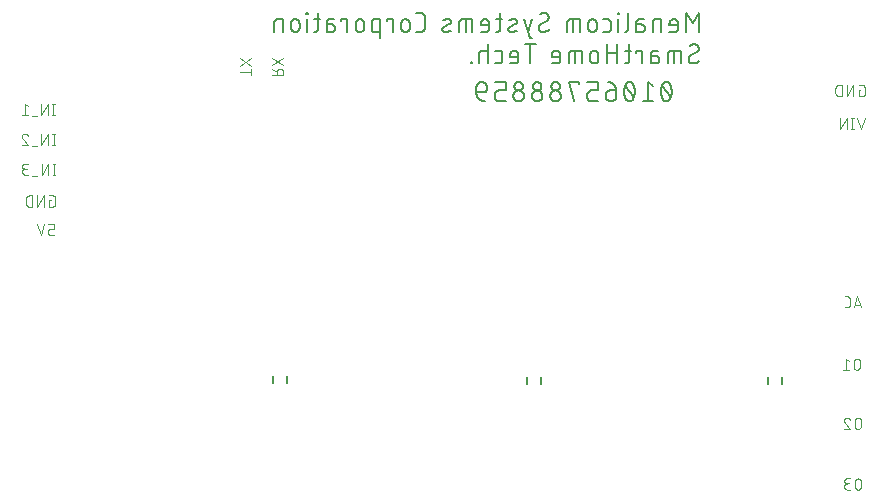
<source format=gbr>
G04 EAGLE Gerber X2 export*
G75*
%MOMM*%
%FSLAX34Y34*%
%LPD*%
%AMOC8*
5,1,8,0,0,1.08239X$1,22.5*%
G01*
%ADD10C,0.152400*%
%ADD11C,0.076200*%


D10*
X613238Y475732D02*
X613238Y491988D01*
X607819Y482957D01*
X602401Y491988D01*
X602401Y475732D01*
X592570Y475732D02*
X588055Y475732D01*
X592570Y475732D02*
X592671Y475734D01*
X592772Y475740D01*
X592873Y475749D01*
X592974Y475762D01*
X593074Y475779D01*
X593173Y475800D01*
X593271Y475824D01*
X593368Y475852D01*
X593465Y475884D01*
X593560Y475919D01*
X593653Y475958D01*
X593745Y476000D01*
X593836Y476046D01*
X593925Y476095D01*
X594011Y476147D01*
X594096Y476203D01*
X594179Y476261D01*
X594259Y476323D01*
X594337Y476388D01*
X594413Y476455D01*
X594486Y476525D01*
X594556Y476598D01*
X594623Y476674D01*
X594688Y476752D01*
X594750Y476832D01*
X594808Y476915D01*
X594864Y477000D01*
X594916Y477087D01*
X594965Y477175D01*
X595011Y477266D01*
X595053Y477358D01*
X595092Y477451D01*
X595127Y477546D01*
X595159Y477643D01*
X595187Y477740D01*
X595211Y477838D01*
X595232Y477937D01*
X595249Y478037D01*
X595262Y478138D01*
X595271Y478239D01*
X595277Y478340D01*
X595279Y478441D01*
X595280Y478441D02*
X595280Y482957D01*
X595279Y482957D02*
X595277Y483076D01*
X595271Y483196D01*
X595261Y483315D01*
X595247Y483433D01*
X595230Y483552D01*
X595208Y483669D01*
X595183Y483786D01*
X595153Y483901D01*
X595120Y484016D01*
X595083Y484130D01*
X595043Y484242D01*
X594998Y484353D01*
X594950Y484462D01*
X594899Y484570D01*
X594844Y484676D01*
X594785Y484780D01*
X594723Y484882D01*
X594658Y484982D01*
X594589Y485080D01*
X594517Y485176D01*
X594442Y485269D01*
X594365Y485359D01*
X594284Y485447D01*
X594200Y485532D01*
X594113Y485614D01*
X594024Y485694D01*
X593932Y485770D01*
X593838Y485844D01*
X593741Y485914D01*
X593643Y485981D01*
X593542Y486045D01*
X593438Y486105D01*
X593333Y486162D01*
X593226Y486215D01*
X593118Y486265D01*
X593008Y486311D01*
X592896Y486353D01*
X592783Y486392D01*
X592669Y486427D01*
X592554Y486458D01*
X592437Y486486D01*
X592320Y486509D01*
X592203Y486529D01*
X592084Y486545D01*
X591965Y486557D01*
X591846Y486565D01*
X591727Y486569D01*
X591607Y486569D01*
X591488Y486565D01*
X591369Y486557D01*
X591250Y486545D01*
X591131Y486529D01*
X591014Y486509D01*
X590897Y486486D01*
X590780Y486458D01*
X590665Y486427D01*
X590551Y486392D01*
X590438Y486353D01*
X590326Y486311D01*
X590216Y486265D01*
X590108Y486215D01*
X590001Y486162D01*
X589896Y486105D01*
X589792Y486045D01*
X589691Y485981D01*
X589593Y485914D01*
X589496Y485844D01*
X589402Y485770D01*
X589310Y485694D01*
X589221Y485614D01*
X589134Y485532D01*
X589050Y485447D01*
X588969Y485359D01*
X588892Y485269D01*
X588817Y485176D01*
X588745Y485080D01*
X588676Y484982D01*
X588611Y484882D01*
X588549Y484780D01*
X588490Y484676D01*
X588435Y484570D01*
X588384Y484462D01*
X588336Y484353D01*
X588291Y484242D01*
X588251Y484130D01*
X588214Y484016D01*
X588181Y483901D01*
X588151Y483786D01*
X588126Y483669D01*
X588104Y483552D01*
X588087Y483433D01*
X588073Y483315D01*
X588063Y483196D01*
X588057Y483076D01*
X588055Y482957D01*
X588055Y481151D01*
X595280Y481151D01*
X581211Y475732D02*
X581211Y486569D01*
X576696Y486569D01*
X576592Y486567D01*
X576489Y486561D01*
X576385Y486551D01*
X576282Y486537D01*
X576180Y486519D01*
X576079Y486498D01*
X575978Y486472D01*
X575879Y486443D01*
X575780Y486410D01*
X575683Y486373D01*
X575588Y486332D01*
X575494Y486288D01*
X575402Y486240D01*
X575312Y486189D01*
X575223Y486134D01*
X575137Y486076D01*
X575054Y486014D01*
X574972Y485950D01*
X574894Y485882D01*
X574818Y485812D01*
X574744Y485739D01*
X574674Y485662D01*
X574606Y485584D01*
X574542Y485502D01*
X574480Y485419D01*
X574422Y485333D01*
X574367Y485244D01*
X574316Y485154D01*
X574268Y485062D01*
X574224Y484968D01*
X574183Y484873D01*
X574146Y484776D01*
X574113Y484677D01*
X574084Y484578D01*
X574058Y484477D01*
X574037Y484376D01*
X574019Y484274D01*
X574005Y484171D01*
X573995Y484067D01*
X573989Y483964D01*
X573987Y483860D01*
X573987Y475732D01*
X564056Y482054D02*
X559992Y482054D01*
X564056Y482054D02*
X564168Y482052D01*
X564279Y482046D01*
X564390Y482036D01*
X564501Y482023D01*
X564611Y482005D01*
X564720Y481983D01*
X564829Y481958D01*
X564937Y481929D01*
X565043Y481896D01*
X565149Y481859D01*
X565253Y481819D01*
X565355Y481775D01*
X565456Y481727D01*
X565555Y481676D01*
X565653Y481621D01*
X565748Y481563D01*
X565841Y481502D01*
X565932Y481437D01*
X566021Y481369D01*
X566107Y481298D01*
X566190Y481225D01*
X566271Y481148D01*
X566350Y481068D01*
X566425Y480986D01*
X566497Y480901D01*
X566567Y480814D01*
X566633Y480724D01*
X566696Y480632D01*
X566756Y480537D01*
X566812Y480441D01*
X566865Y480343D01*
X566914Y480243D01*
X566960Y480141D01*
X567002Y480038D01*
X567041Y479933D01*
X567076Y479827D01*
X567107Y479720D01*
X567134Y479612D01*
X567158Y479503D01*
X567177Y479393D01*
X567193Y479283D01*
X567205Y479172D01*
X567213Y479060D01*
X567217Y478949D01*
X567217Y478837D01*
X567213Y478726D01*
X567205Y478614D01*
X567193Y478503D01*
X567177Y478393D01*
X567158Y478283D01*
X567134Y478174D01*
X567107Y478066D01*
X567076Y477959D01*
X567041Y477853D01*
X567002Y477748D01*
X566960Y477645D01*
X566914Y477543D01*
X566865Y477443D01*
X566812Y477345D01*
X566756Y477249D01*
X566696Y477154D01*
X566633Y477062D01*
X566567Y476972D01*
X566497Y476885D01*
X566425Y476800D01*
X566350Y476718D01*
X566271Y476638D01*
X566190Y476561D01*
X566107Y476488D01*
X566021Y476417D01*
X565932Y476349D01*
X565841Y476284D01*
X565748Y476223D01*
X565653Y476165D01*
X565555Y476110D01*
X565456Y476059D01*
X565355Y476011D01*
X565253Y475967D01*
X565149Y475927D01*
X565043Y475890D01*
X564937Y475857D01*
X564829Y475828D01*
X564720Y475803D01*
X564611Y475781D01*
X564501Y475763D01*
X564390Y475750D01*
X564279Y475740D01*
X564168Y475734D01*
X564056Y475732D01*
X559992Y475732D01*
X559992Y483860D01*
X559994Y483961D01*
X560000Y484062D01*
X560009Y484163D01*
X560022Y484264D01*
X560039Y484364D01*
X560060Y484463D01*
X560084Y484561D01*
X560112Y484658D01*
X560144Y484755D01*
X560179Y484850D01*
X560218Y484943D01*
X560260Y485035D01*
X560306Y485126D01*
X560355Y485215D01*
X560407Y485301D01*
X560463Y485386D01*
X560521Y485469D01*
X560583Y485549D01*
X560648Y485627D01*
X560715Y485703D01*
X560785Y485776D01*
X560858Y485846D01*
X560934Y485913D01*
X561012Y485978D01*
X561092Y486040D01*
X561175Y486098D01*
X561260Y486154D01*
X561347Y486206D01*
X561435Y486255D01*
X561526Y486301D01*
X561618Y486343D01*
X561711Y486382D01*
X561806Y486417D01*
X561903Y486449D01*
X562000Y486477D01*
X562098Y486501D01*
X562197Y486522D01*
X562297Y486539D01*
X562398Y486552D01*
X562499Y486561D01*
X562600Y486567D01*
X562701Y486569D01*
X566314Y486569D01*
X552838Y491988D02*
X552838Y478441D01*
X552836Y478340D01*
X552830Y478239D01*
X552821Y478138D01*
X552808Y478037D01*
X552791Y477937D01*
X552770Y477838D01*
X552746Y477740D01*
X552718Y477643D01*
X552686Y477546D01*
X552651Y477451D01*
X552612Y477358D01*
X552570Y477266D01*
X552524Y477175D01*
X552475Y477087D01*
X552423Y477000D01*
X552367Y476915D01*
X552309Y476832D01*
X552247Y476752D01*
X552182Y476674D01*
X552115Y476598D01*
X552045Y476525D01*
X551972Y476455D01*
X551896Y476388D01*
X551818Y476323D01*
X551738Y476261D01*
X551655Y476203D01*
X551570Y476147D01*
X551484Y476095D01*
X551395Y476046D01*
X551304Y476000D01*
X551212Y475958D01*
X551119Y475919D01*
X551024Y475884D01*
X550927Y475852D01*
X550830Y475824D01*
X550732Y475800D01*
X550633Y475779D01*
X550533Y475762D01*
X550432Y475749D01*
X550331Y475740D01*
X550230Y475734D01*
X550129Y475732D01*
X544773Y475732D02*
X544773Y486569D01*
X545225Y491085D02*
X545225Y491988D01*
X544322Y491988D01*
X544322Y491085D01*
X545225Y491085D01*
X535759Y475732D02*
X532147Y475732D01*
X535759Y475732D02*
X535860Y475734D01*
X535961Y475740D01*
X536062Y475749D01*
X536163Y475762D01*
X536263Y475779D01*
X536362Y475800D01*
X536460Y475824D01*
X536557Y475852D01*
X536654Y475884D01*
X536749Y475919D01*
X536842Y475958D01*
X536934Y476000D01*
X537025Y476046D01*
X537114Y476095D01*
X537200Y476147D01*
X537285Y476203D01*
X537368Y476261D01*
X537448Y476323D01*
X537526Y476388D01*
X537602Y476455D01*
X537675Y476525D01*
X537745Y476598D01*
X537812Y476674D01*
X537877Y476752D01*
X537939Y476832D01*
X537997Y476915D01*
X538053Y477000D01*
X538105Y477087D01*
X538154Y477175D01*
X538200Y477266D01*
X538242Y477358D01*
X538281Y477451D01*
X538316Y477546D01*
X538348Y477643D01*
X538376Y477740D01*
X538400Y477838D01*
X538421Y477937D01*
X538438Y478037D01*
X538451Y478138D01*
X538460Y478239D01*
X538466Y478340D01*
X538468Y478441D01*
X538469Y478441D02*
X538469Y483860D01*
X538468Y483860D02*
X538466Y483961D01*
X538460Y484062D01*
X538451Y484163D01*
X538438Y484264D01*
X538421Y484364D01*
X538400Y484463D01*
X538376Y484561D01*
X538348Y484658D01*
X538316Y484755D01*
X538281Y484850D01*
X538242Y484943D01*
X538200Y485035D01*
X538154Y485126D01*
X538105Y485215D01*
X538053Y485301D01*
X537997Y485386D01*
X537939Y485469D01*
X537877Y485549D01*
X537812Y485627D01*
X537745Y485703D01*
X537675Y485776D01*
X537602Y485846D01*
X537526Y485913D01*
X537448Y485978D01*
X537368Y486040D01*
X537285Y486098D01*
X537200Y486154D01*
X537114Y486206D01*
X537025Y486255D01*
X536934Y486301D01*
X536842Y486343D01*
X536749Y486382D01*
X536654Y486417D01*
X536557Y486449D01*
X536460Y486477D01*
X536362Y486501D01*
X536263Y486522D01*
X536163Y486539D01*
X536062Y486552D01*
X535961Y486561D01*
X535860Y486567D01*
X535759Y486569D01*
X532147Y486569D01*
X526502Y482957D02*
X526502Y479344D01*
X526502Y482957D02*
X526500Y483076D01*
X526494Y483196D01*
X526484Y483315D01*
X526470Y483433D01*
X526453Y483552D01*
X526431Y483669D01*
X526406Y483786D01*
X526376Y483901D01*
X526343Y484016D01*
X526306Y484130D01*
X526266Y484242D01*
X526221Y484353D01*
X526173Y484462D01*
X526122Y484570D01*
X526067Y484676D01*
X526008Y484780D01*
X525946Y484882D01*
X525881Y484982D01*
X525812Y485080D01*
X525740Y485176D01*
X525665Y485269D01*
X525588Y485359D01*
X525507Y485447D01*
X525423Y485532D01*
X525336Y485614D01*
X525247Y485694D01*
X525155Y485770D01*
X525061Y485844D01*
X524964Y485914D01*
X524866Y485981D01*
X524765Y486045D01*
X524661Y486105D01*
X524556Y486162D01*
X524449Y486215D01*
X524341Y486265D01*
X524231Y486311D01*
X524119Y486353D01*
X524006Y486392D01*
X523892Y486427D01*
X523777Y486458D01*
X523660Y486486D01*
X523543Y486509D01*
X523426Y486529D01*
X523307Y486545D01*
X523188Y486557D01*
X523069Y486565D01*
X522950Y486569D01*
X522830Y486569D01*
X522711Y486565D01*
X522592Y486557D01*
X522473Y486545D01*
X522354Y486529D01*
X522237Y486509D01*
X522120Y486486D01*
X522003Y486458D01*
X521888Y486427D01*
X521774Y486392D01*
X521661Y486353D01*
X521549Y486311D01*
X521439Y486265D01*
X521331Y486215D01*
X521224Y486162D01*
X521119Y486105D01*
X521015Y486045D01*
X520914Y485981D01*
X520816Y485914D01*
X520719Y485844D01*
X520625Y485770D01*
X520533Y485694D01*
X520444Y485614D01*
X520357Y485532D01*
X520273Y485447D01*
X520192Y485359D01*
X520115Y485269D01*
X520040Y485176D01*
X519968Y485080D01*
X519899Y484982D01*
X519834Y484882D01*
X519772Y484780D01*
X519713Y484676D01*
X519658Y484570D01*
X519607Y484462D01*
X519559Y484353D01*
X519514Y484242D01*
X519474Y484130D01*
X519437Y484016D01*
X519404Y483901D01*
X519374Y483786D01*
X519349Y483669D01*
X519327Y483552D01*
X519310Y483433D01*
X519296Y483315D01*
X519286Y483196D01*
X519280Y483076D01*
X519278Y482957D01*
X519277Y482957D02*
X519277Y479344D01*
X519278Y479344D02*
X519280Y479225D01*
X519286Y479105D01*
X519296Y478986D01*
X519310Y478868D01*
X519327Y478749D01*
X519349Y478632D01*
X519374Y478515D01*
X519404Y478400D01*
X519437Y478285D01*
X519474Y478171D01*
X519514Y478059D01*
X519559Y477948D01*
X519607Y477839D01*
X519658Y477731D01*
X519713Y477625D01*
X519772Y477521D01*
X519834Y477419D01*
X519899Y477319D01*
X519968Y477221D01*
X520040Y477125D01*
X520115Y477032D01*
X520192Y476942D01*
X520273Y476854D01*
X520357Y476769D01*
X520444Y476687D01*
X520533Y476607D01*
X520625Y476531D01*
X520719Y476457D01*
X520816Y476387D01*
X520914Y476320D01*
X521015Y476256D01*
X521119Y476196D01*
X521224Y476139D01*
X521331Y476086D01*
X521439Y476036D01*
X521549Y475990D01*
X521661Y475948D01*
X521774Y475909D01*
X521888Y475874D01*
X522003Y475843D01*
X522120Y475815D01*
X522237Y475792D01*
X522354Y475772D01*
X522473Y475756D01*
X522592Y475744D01*
X522711Y475736D01*
X522830Y475732D01*
X522950Y475732D01*
X523069Y475736D01*
X523188Y475744D01*
X523307Y475756D01*
X523426Y475772D01*
X523543Y475792D01*
X523660Y475815D01*
X523777Y475843D01*
X523892Y475874D01*
X524006Y475909D01*
X524119Y475948D01*
X524231Y475990D01*
X524341Y476036D01*
X524449Y476086D01*
X524556Y476139D01*
X524661Y476196D01*
X524765Y476256D01*
X524866Y476320D01*
X524964Y476387D01*
X525061Y476457D01*
X525155Y476531D01*
X525247Y476607D01*
X525336Y476687D01*
X525423Y476769D01*
X525507Y476854D01*
X525588Y476942D01*
X525665Y477032D01*
X525740Y477125D01*
X525812Y477221D01*
X525881Y477319D01*
X525946Y477419D01*
X526008Y477521D01*
X526067Y477625D01*
X526122Y477731D01*
X526173Y477839D01*
X526221Y477948D01*
X526266Y478059D01*
X526306Y478171D01*
X526343Y478285D01*
X526376Y478400D01*
X526406Y478515D01*
X526431Y478632D01*
X526453Y478749D01*
X526470Y478868D01*
X526484Y478986D01*
X526494Y479105D01*
X526500Y479225D01*
X526502Y479344D01*
X512156Y475732D02*
X512156Y486569D01*
X504028Y486569D01*
X503927Y486567D01*
X503826Y486561D01*
X503725Y486552D01*
X503624Y486539D01*
X503524Y486522D01*
X503425Y486501D01*
X503327Y486477D01*
X503230Y486449D01*
X503133Y486417D01*
X503038Y486382D01*
X502945Y486343D01*
X502853Y486301D01*
X502762Y486255D01*
X502674Y486206D01*
X502587Y486154D01*
X502502Y486098D01*
X502419Y486040D01*
X502339Y485978D01*
X502261Y485913D01*
X502185Y485846D01*
X502112Y485776D01*
X502042Y485703D01*
X501975Y485627D01*
X501910Y485549D01*
X501848Y485469D01*
X501790Y485386D01*
X501734Y485301D01*
X501682Y485215D01*
X501633Y485126D01*
X501587Y485035D01*
X501545Y484943D01*
X501506Y484850D01*
X501471Y484755D01*
X501439Y484658D01*
X501411Y484561D01*
X501387Y484463D01*
X501366Y484364D01*
X501349Y484264D01*
X501336Y484163D01*
X501327Y484062D01*
X501321Y483961D01*
X501319Y483860D01*
X501319Y475732D01*
X506737Y475732D02*
X506737Y486569D01*
X480824Y475732D02*
X480706Y475734D01*
X480588Y475740D01*
X480470Y475749D01*
X480353Y475763D01*
X480236Y475780D01*
X480119Y475801D01*
X480004Y475826D01*
X479889Y475855D01*
X479775Y475888D01*
X479663Y475924D01*
X479552Y475964D01*
X479442Y476007D01*
X479333Y476054D01*
X479226Y476104D01*
X479121Y476159D01*
X479018Y476216D01*
X478917Y476277D01*
X478817Y476341D01*
X478720Y476408D01*
X478625Y476478D01*
X478533Y476552D01*
X478442Y476628D01*
X478355Y476708D01*
X478270Y476790D01*
X478188Y476875D01*
X478108Y476962D01*
X478032Y477053D01*
X477958Y477145D01*
X477888Y477240D01*
X477821Y477337D01*
X477757Y477437D01*
X477696Y477538D01*
X477639Y477641D01*
X477584Y477746D01*
X477534Y477853D01*
X477487Y477962D01*
X477444Y478072D01*
X477404Y478183D01*
X477368Y478295D01*
X477335Y478409D01*
X477306Y478524D01*
X477281Y478639D01*
X477260Y478756D01*
X477243Y478873D01*
X477229Y478990D01*
X477220Y479108D01*
X477214Y479226D01*
X477212Y479344D01*
X480824Y475732D02*
X481007Y475734D01*
X481189Y475741D01*
X481371Y475752D01*
X481553Y475767D01*
X481735Y475787D01*
X481916Y475811D01*
X482096Y475839D01*
X482276Y475871D01*
X482455Y475908D01*
X482632Y475949D01*
X482809Y475995D01*
X482985Y476044D01*
X483160Y476098D01*
X483333Y476156D01*
X483504Y476218D01*
X483675Y476284D01*
X483843Y476355D01*
X484010Y476429D01*
X484175Y476507D01*
X484338Y476589D01*
X484499Y476675D01*
X484658Y476765D01*
X484815Y476859D01*
X484969Y476956D01*
X485121Y477057D01*
X485271Y477162D01*
X485418Y477270D01*
X485562Y477381D01*
X485704Y477496D01*
X485843Y477615D01*
X485979Y477737D01*
X486112Y477862D01*
X486242Y477990D01*
X485791Y488376D02*
X485789Y488494D01*
X485783Y488612D01*
X485774Y488730D01*
X485760Y488847D01*
X485743Y488964D01*
X485722Y489081D01*
X485697Y489196D01*
X485668Y489311D01*
X485635Y489425D01*
X485599Y489537D01*
X485559Y489648D01*
X485516Y489758D01*
X485469Y489867D01*
X485419Y489974D01*
X485364Y490079D01*
X485307Y490182D01*
X485246Y490283D01*
X485182Y490383D01*
X485115Y490480D01*
X485045Y490575D01*
X484971Y490667D01*
X484895Y490758D01*
X484815Y490845D01*
X484733Y490930D01*
X484648Y491012D01*
X484561Y491092D01*
X484470Y491168D01*
X484378Y491242D01*
X484283Y491312D01*
X484186Y491379D01*
X484086Y491443D01*
X483985Y491504D01*
X483882Y491561D01*
X483777Y491616D01*
X483670Y491666D01*
X483561Y491713D01*
X483451Y491756D01*
X483340Y491796D01*
X483228Y491832D01*
X483114Y491865D01*
X482999Y491894D01*
X482884Y491919D01*
X482767Y491940D01*
X482650Y491957D01*
X482533Y491971D01*
X482415Y491980D01*
X482297Y491986D01*
X482179Y491988D01*
X482018Y491986D01*
X481856Y491980D01*
X481695Y491971D01*
X481534Y491957D01*
X481374Y491940D01*
X481214Y491919D01*
X481054Y491894D01*
X480895Y491865D01*
X480737Y491833D01*
X480580Y491797D01*
X480424Y491757D01*
X480268Y491713D01*
X480114Y491665D01*
X479961Y491614D01*
X479809Y491560D01*
X479658Y491501D01*
X479509Y491440D01*
X479362Y491374D01*
X479216Y491305D01*
X479071Y491233D01*
X478929Y491157D01*
X478788Y491078D01*
X478649Y490996D01*
X478513Y490910D01*
X478378Y490821D01*
X478245Y490729D01*
X478115Y490633D01*
X483986Y485215D02*
X484087Y485277D01*
X484187Y485342D01*
X484284Y485411D01*
X484379Y485483D01*
X484472Y485557D01*
X484562Y485635D01*
X484650Y485716D01*
X484735Y485799D01*
X484817Y485885D01*
X484896Y485974D01*
X484973Y486065D01*
X485046Y486159D01*
X485117Y486255D01*
X485184Y486353D01*
X485248Y486453D01*
X485309Y486556D01*
X485366Y486660D01*
X485420Y486766D01*
X485470Y486874D01*
X485517Y486983D01*
X485561Y487094D01*
X485601Y487206D01*
X485637Y487320D01*
X485669Y487434D01*
X485698Y487550D01*
X485723Y487666D01*
X485744Y487783D01*
X485761Y487901D01*
X485775Y488019D01*
X485784Y488138D01*
X485790Y488257D01*
X485792Y488376D01*
X479018Y482505D02*
X478917Y482443D01*
X478817Y482378D01*
X478720Y482309D01*
X478625Y482237D01*
X478532Y482163D01*
X478442Y482085D01*
X478354Y482004D01*
X478269Y481921D01*
X478187Y481835D01*
X478108Y481746D01*
X478031Y481655D01*
X477958Y481561D01*
X477887Y481465D01*
X477820Y481367D01*
X477756Y481267D01*
X477695Y481164D01*
X477638Y481060D01*
X477584Y480954D01*
X477534Y480846D01*
X477487Y480737D01*
X477443Y480626D01*
X477403Y480514D01*
X477367Y480400D01*
X477335Y480286D01*
X477306Y480170D01*
X477281Y480054D01*
X477260Y479937D01*
X477243Y479819D01*
X477229Y479701D01*
X477220Y479582D01*
X477214Y479463D01*
X477212Y479344D01*
X479018Y482505D02*
X483985Y485215D01*
X471793Y470313D02*
X469987Y470313D01*
X464568Y486569D01*
X471793Y486569D02*
X468180Y475732D01*
X457412Y482054D02*
X452897Y480248D01*
X457413Y482054D02*
X457501Y482091D01*
X457587Y482132D01*
X457672Y482176D01*
X457755Y482224D01*
X457835Y482275D01*
X457914Y482329D01*
X457990Y482387D01*
X458064Y482447D01*
X458136Y482511D01*
X458204Y482577D01*
X458270Y482647D01*
X458333Y482718D01*
X458394Y482793D01*
X458451Y482869D01*
X458504Y482948D01*
X458555Y483029D01*
X458602Y483112D01*
X458646Y483197D01*
X458686Y483284D01*
X458723Y483372D01*
X458756Y483462D01*
X458786Y483553D01*
X458811Y483645D01*
X458833Y483738D01*
X458851Y483832D01*
X458866Y483926D01*
X458876Y484021D01*
X458882Y484117D01*
X458885Y484212D01*
X458884Y484308D01*
X458878Y484403D01*
X458869Y484499D01*
X458856Y484593D01*
X458840Y484687D01*
X458819Y484781D01*
X458794Y484873D01*
X458766Y484964D01*
X458734Y485054D01*
X458699Y485143D01*
X458660Y485230D01*
X458617Y485316D01*
X458571Y485400D01*
X458521Y485481D01*
X458469Y485561D01*
X458413Y485639D01*
X458353Y485714D01*
X458291Y485786D01*
X458226Y485856D01*
X458158Y485924D01*
X458088Y485988D01*
X458015Y486050D01*
X457939Y486108D01*
X457861Y486164D01*
X457781Y486216D01*
X457699Y486265D01*
X457615Y486310D01*
X457529Y486352D01*
X457442Y486391D01*
X457353Y486426D01*
X457262Y486457D01*
X457171Y486484D01*
X457078Y486508D01*
X456985Y486528D01*
X456891Y486544D01*
X456796Y486556D01*
X456701Y486565D01*
X456605Y486569D01*
X456510Y486570D01*
X456263Y486563D01*
X456017Y486551D01*
X455771Y486533D01*
X455525Y486508D01*
X455281Y486478D01*
X455037Y486442D01*
X454794Y486401D01*
X454552Y486353D01*
X454311Y486299D01*
X454072Y486240D01*
X453834Y486175D01*
X453598Y486104D01*
X453363Y486028D01*
X453130Y485946D01*
X452900Y485858D01*
X452672Y485765D01*
X452445Y485667D01*
X452896Y480247D02*
X452808Y480210D01*
X452722Y480169D01*
X452637Y480125D01*
X452554Y480077D01*
X452474Y480026D01*
X452395Y479972D01*
X452319Y479914D01*
X452245Y479854D01*
X452173Y479790D01*
X452105Y479724D01*
X452039Y479654D01*
X451976Y479583D01*
X451915Y479508D01*
X451858Y479432D01*
X451805Y479353D01*
X451754Y479272D01*
X451707Y479189D01*
X451663Y479104D01*
X451623Y479017D01*
X451586Y478929D01*
X451553Y478839D01*
X451523Y478748D01*
X451498Y478656D01*
X451476Y478563D01*
X451458Y478469D01*
X451443Y478375D01*
X451433Y478280D01*
X451427Y478184D01*
X451424Y478089D01*
X451425Y477993D01*
X451431Y477898D01*
X451440Y477802D01*
X451453Y477708D01*
X451469Y477614D01*
X451490Y477520D01*
X451515Y477428D01*
X451543Y477337D01*
X451575Y477247D01*
X451610Y477158D01*
X451649Y477071D01*
X451692Y476985D01*
X451738Y476901D01*
X451788Y476820D01*
X451840Y476740D01*
X451896Y476662D01*
X451956Y476587D01*
X452018Y476515D01*
X452083Y476445D01*
X452151Y476377D01*
X452221Y476313D01*
X452294Y476251D01*
X452370Y476193D01*
X452448Y476137D01*
X452528Y476085D01*
X452610Y476036D01*
X452694Y475991D01*
X452780Y475949D01*
X452867Y475910D01*
X452956Y475875D01*
X453047Y475844D01*
X453138Y475817D01*
X453231Y475793D01*
X453324Y475773D01*
X453418Y475757D01*
X453513Y475745D01*
X453608Y475736D01*
X453704Y475732D01*
X453799Y475731D01*
X453800Y475732D02*
X454162Y475741D01*
X454524Y475759D01*
X454885Y475786D01*
X455245Y475821D01*
X455605Y475864D01*
X455964Y475916D01*
X456321Y475977D01*
X456676Y476046D01*
X457030Y476123D01*
X457382Y476209D01*
X457732Y476303D01*
X458080Y476406D01*
X458425Y476516D01*
X458767Y476635D01*
X446517Y486569D02*
X441098Y486569D01*
X444711Y491988D02*
X444711Y478441D01*
X444709Y478340D01*
X444703Y478239D01*
X444694Y478138D01*
X444681Y478037D01*
X444664Y477937D01*
X444643Y477838D01*
X444619Y477740D01*
X444591Y477643D01*
X444559Y477546D01*
X444524Y477451D01*
X444485Y477358D01*
X444443Y477266D01*
X444397Y477175D01*
X444348Y477087D01*
X444296Y477000D01*
X444240Y476915D01*
X444182Y476832D01*
X444120Y476752D01*
X444055Y476674D01*
X443988Y476598D01*
X443918Y476525D01*
X443845Y476455D01*
X443769Y476388D01*
X443691Y476323D01*
X443611Y476261D01*
X443528Y476203D01*
X443443Y476147D01*
X443357Y476095D01*
X443268Y476046D01*
X443177Y476000D01*
X443085Y475958D01*
X442992Y475919D01*
X442897Y475884D01*
X442800Y475852D01*
X442703Y475824D01*
X442605Y475800D01*
X442506Y475779D01*
X442406Y475762D01*
X442305Y475749D01*
X442204Y475740D01*
X442103Y475734D01*
X442002Y475732D01*
X441098Y475732D01*
X432611Y475732D02*
X428095Y475732D01*
X432611Y475732D02*
X432712Y475734D01*
X432813Y475740D01*
X432914Y475749D01*
X433015Y475762D01*
X433115Y475779D01*
X433214Y475800D01*
X433312Y475824D01*
X433409Y475852D01*
X433506Y475884D01*
X433601Y475919D01*
X433694Y475958D01*
X433786Y476000D01*
X433877Y476046D01*
X433966Y476095D01*
X434052Y476147D01*
X434137Y476203D01*
X434220Y476261D01*
X434300Y476323D01*
X434378Y476388D01*
X434454Y476455D01*
X434527Y476525D01*
X434597Y476598D01*
X434664Y476674D01*
X434729Y476752D01*
X434791Y476832D01*
X434849Y476915D01*
X434905Y477000D01*
X434957Y477087D01*
X435006Y477175D01*
X435052Y477266D01*
X435094Y477358D01*
X435133Y477451D01*
X435168Y477546D01*
X435200Y477643D01*
X435228Y477740D01*
X435252Y477838D01*
X435273Y477937D01*
X435290Y478037D01*
X435303Y478138D01*
X435312Y478239D01*
X435318Y478340D01*
X435320Y478441D01*
X435320Y482957D01*
X435318Y483076D01*
X435312Y483196D01*
X435302Y483315D01*
X435288Y483433D01*
X435271Y483552D01*
X435249Y483669D01*
X435224Y483786D01*
X435194Y483901D01*
X435161Y484016D01*
X435124Y484130D01*
X435084Y484242D01*
X435039Y484353D01*
X434991Y484462D01*
X434940Y484570D01*
X434885Y484676D01*
X434826Y484780D01*
X434764Y484882D01*
X434699Y484982D01*
X434630Y485080D01*
X434558Y485176D01*
X434483Y485269D01*
X434406Y485359D01*
X434325Y485447D01*
X434241Y485532D01*
X434154Y485614D01*
X434065Y485694D01*
X433973Y485770D01*
X433879Y485844D01*
X433782Y485914D01*
X433684Y485981D01*
X433583Y486045D01*
X433479Y486105D01*
X433374Y486162D01*
X433267Y486215D01*
X433159Y486265D01*
X433049Y486311D01*
X432937Y486353D01*
X432824Y486392D01*
X432710Y486427D01*
X432595Y486458D01*
X432478Y486486D01*
X432361Y486509D01*
X432244Y486529D01*
X432125Y486545D01*
X432006Y486557D01*
X431887Y486565D01*
X431768Y486569D01*
X431648Y486569D01*
X431529Y486565D01*
X431410Y486557D01*
X431291Y486545D01*
X431172Y486529D01*
X431055Y486509D01*
X430938Y486486D01*
X430821Y486458D01*
X430706Y486427D01*
X430592Y486392D01*
X430479Y486353D01*
X430367Y486311D01*
X430257Y486265D01*
X430149Y486215D01*
X430042Y486162D01*
X429937Y486105D01*
X429833Y486045D01*
X429732Y485981D01*
X429634Y485914D01*
X429537Y485844D01*
X429443Y485770D01*
X429351Y485694D01*
X429262Y485614D01*
X429175Y485532D01*
X429091Y485447D01*
X429010Y485359D01*
X428933Y485269D01*
X428858Y485176D01*
X428786Y485080D01*
X428717Y484982D01*
X428652Y484882D01*
X428590Y484780D01*
X428531Y484676D01*
X428476Y484570D01*
X428425Y484462D01*
X428377Y484353D01*
X428332Y484242D01*
X428292Y484130D01*
X428255Y484016D01*
X428222Y483901D01*
X428192Y483786D01*
X428167Y483669D01*
X428145Y483552D01*
X428128Y483433D01*
X428114Y483315D01*
X428104Y483196D01*
X428098Y483076D01*
X428096Y482957D01*
X428095Y482957D02*
X428095Y481151D01*
X435320Y481151D01*
X420974Y475732D02*
X420974Y486569D01*
X412846Y486569D01*
X412745Y486567D01*
X412644Y486561D01*
X412543Y486552D01*
X412442Y486539D01*
X412342Y486522D01*
X412243Y486501D01*
X412145Y486477D01*
X412048Y486449D01*
X411951Y486417D01*
X411856Y486382D01*
X411763Y486343D01*
X411671Y486301D01*
X411580Y486255D01*
X411492Y486206D01*
X411405Y486154D01*
X411320Y486098D01*
X411237Y486040D01*
X411157Y485978D01*
X411079Y485913D01*
X411003Y485846D01*
X410930Y485776D01*
X410860Y485703D01*
X410793Y485627D01*
X410728Y485549D01*
X410666Y485469D01*
X410608Y485386D01*
X410552Y485301D01*
X410500Y485215D01*
X410451Y485126D01*
X410405Y485035D01*
X410363Y484943D01*
X410324Y484850D01*
X410289Y484755D01*
X410257Y484658D01*
X410229Y484561D01*
X410205Y484463D01*
X410184Y484364D01*
X410167Y484264D01*
X410154Y484163D01*
X410145Y484062D01*
X410139Y483961D01*
X410137Y483860D01*
X410137Y475732D01*
X415555Y475732D02*
X415555Y486569D01*
X401661Y482054D02*
X397145Y480248D01*
X401661Y482054D02*
X401749Y482091D01*
X401835Y482132D01*
X401920Y482176D01*
X402003Y482224D01*
X402083Y482275D01*
X402162Y482329D01*
X402238Y482387D01*
X402312Y482447D01*
X402384Y482511D01*
X402452Y482577D01*
X402518Y482647D01*
X402581Y482718D01*
X402642Y482793D01*
X402699Y482869D01*
X402752Y482948D01*
X402803Y483029D01*
X402850Y483112D01*
X402894Y483197D01*
X402934Y483284D01*
X402971Y483372D01*
X403004Y483462D01*
X403034Y483553D01*
X403059Y483645D01*
X403081Y483738D01*
X403099Y483832D01*
X403114Y483926D01*
X403124Y484021D01*
X403130Y484117D01*
X403133Y484212D01*
X403132Y484308D01*
X403126Y484403D01*
X403117Y484499D01*
X403104Y484593D01*
X403088Y484687D01*
X403067Y484781D01*
X403042Y484873D01*
X403014Y484964D01*
X402982Y485054D01*
X402947Y485143D01*
X402908Y485230D01*
X402865Y485316D01*
X402819Y485400D01*
X402769Y485481D01*
X402717Y485561D01*
X402661Y485639D01*
X402601Y485714D01*
X402539Y485786D01*
X402474Y485856D01*
X402406Y485924D01*
X402336Y485988D01*
X402263Y486050D01*
X402187Y486108D01*
X402109Y486164D01*
X402029Y486216D01*
X401947Y486265D01*
X401863Y486310D01*
X401777Y486352D01*
X401690Y486391D01*
X401601Y486426D01*
X401510Y486457D01*
X401419Y486484D01*
X401326Y486508D01*
X401233Y486528D01*
X401139Y486544D01*
X401044Y486556D01*
X400949Y486565D01*
X400853Y486569D01*
X400758Y486570D01*
X400511Y486563D01*
X400265Y486551D01*
X400019Y486533D01*
X399773Y486508D01*
X399529Y486478D01*
X399285Y486442D01*
X399042Y486401D01*
X398800Y486353D01*
X398559Y486299D01*
X398320Y486240D01*
X398082Y486175D01*
X397846Y486104D01*
X397611Y486028D01*
X397378Y485946D01*
X397148Y485858D01*
X396920Y485765D01*
X396693Y485667D01*
X397145Y480247D02*
X397057Y480210D01*
X396971Y480169D01*
X396886Y480125D01*
X396803Y480077D01*
X396723Y480026D01*
X396644Y479972D01*
X396568Y479914D01*
X396494Y479854D01*
X396422Y479790D01*
X396354Y479724D01*
X396288Y479654D01*
X396225Y479583D01*
X396164Y479508D01*
X396107Y479432D01*
X396054Y479353D01*
X396003Y479272D01*
X395956Y479189D01*
X395912Y479104D01*
X395872Y479017D01*
X395835Y478929D01*
X395802Y478839D01*
X395772Y478748D01*
X395747Y478656D01*
X395725Y478563D01*
X395707Y478469D01*
X395692Y478375D01*
X395682Y478280D01*
X395676Y478184D01*
X395673Y478089D01*
X395674Y477993D01*
X395680Y477898D01*
X395689Y477802D01*
X395702Y477708D01*
X395718Y477614D01*
X395739Y477520D01*
X395764Y477428D01*
X395792Y477337D01*
X395824Y477247D01*
X395859Y477158D01*
X395898Y477071D01*
X395941Y476985D01*
X395987Y476901D01*
X396037Y476820D01*
X396089Y476740D01*
X396145Y476662D01*
X396205Y476587D01*
X396267Y476515D01*
X396332Y476445D01*
X396400Y476377D01*
X396470Y476313D01*
X396543Y476251D01*
X396619Y476193D01*
X396697Y476137D01*
X396777Y476085D01*
X396859Y476036D01*
X396943Y475991D01*
X397029Y475949D01*
X397116Y475910D01*
X397205Y475875D01*
X397296Y475844D01*
X397387Y475817D01*
X397480Y475793D01*
X397573Y475773D01*
X397667Y475757D01*
X397762Y475745D01*
X397857Y475736D01*
X397953Y475732D01*
X398048Y475731D01*
X398049Y475732D02*
X398411Y475741D01*
X398773Y475759D01*
X399134Y475786D01*
X399494Y475821D01*
X399854Y475864D01*
X400213Y475916D01*
X400570Y475977D01*
X400925Y476046D01*
X401279Y476123D01*
X401631Y476209D01*
X401981Y476303D01*
X402329Y476406D01*
X402674Y476516D01*
X403016Y476635D01*
X377420Y475732D02*
X373807Y475732D01*
X377420Y475732D02*
X377538Y475734D01*
X377656Y475740D01*
X377774Y475749D01*
X377891Y475763D01*
X378008Y475780D01*
X378125Y475801D01*
X378240Y475826D01*
X378355Y475855D01*
X378469Y475888D01*
X378581Y475924D01*
X378692Y475964D01*
X378802Y476007D01*
X378911Y476054D01*
X379018Y476104D01*
X379123Y476159D01*
X379226Y476216D01*
X379327Y476277D01*
X379427Y476341D01*
X379524Y476408D01*
X379619Y476478D01*
X379711Y476552D01*
X379802Y476628D01*
X379889Y476708D01*
X379974Y476790D01*
X380056Y476875D01*
X380136Y476962D01*
X380212Y477053D01*
X380286Y477145D01*
X380356Y477240D01*
X380423Y477337D01*
X380487Y477437D01*
X380548Y477538D01*
X380605Y477641D01*
X380660Y477746D01*
X380710Y477853D01*
X380757Y477962D01*
X380800Y478072D01*
X380840Y478183D01*
X380876Y478295D01*
X380909Y478409D01*
X380938Y478524D01*
X380963Y478639D01*
X380984Y478756D01*
X381001Y478873D01*
X381015Y478990D01*
X381024Y479108D01*
X381030Y479226D01*
X381032Y479344D01*
X381032Y488376D01*
X381030Y488494D01*
X381024Y488612D01*
X381015Y488730D01*
X381001Y488847D01*
X380984Y488964D01*
X380963Y489081D01*
X380938Y489196D01*
X380909Y489311D01*
X380876Y489425D01*
X380840Y489537D01*
X380800Y489648D01*
X380757Y489758D01*
X380710Y489867D01*
X380660Y489974D01*
X380605Y490079D01*
X380548Y490182D01*
X380487Y490283D01*
X380423Y490383D01*
X380356Y490480D01*
X380286Y490575D01*
X380212Y490667D01*
X380136Y490758D01*
X380056Y490845D01*
X379974Y490930D01*
X379889Y491012D01*
X379802Y491092D01*
X379711Y491168D01*
X379619Y491242D01*
X379524Y491312D01*
X379427Y491379D01*
X379327Y491443D01*
X379226Y491504D01*
X379123Y491561D01*
X379018Y491616D01*
X378911Y491666D01*
X378802Y491713D01*
X378692Y491756D01*
X378581Y491796D01*
X378469Y491832D01*
X378355Y491865D01*
X378240Y491894D01*
X378125Y491919D01*
X378008Y491940D01*
X377891Y491957D01*
X377774Y491971D01*
X377656Y491980D01*
X377538Y491986D01*
X377420Y491988D01*
X373807Y491988D01*
X368106Y482957D02*
X368106Y479344D01*
X368105Y482957D02*
X368103Y483076D01*
X368097Y483196D01*
X368087Y483315D01*
X368073Y483433D01*
X368056Y483552D01*
X368034Y483669D01*
X368009Y483786D01*
X367979Y483901D01*
X367946Y484016D01*
X367909Y484130D01*
X367869Y484242D01*
X367824Y484353D01*
X367776Y484462D01*
X367725Y484570D01*
X367670Y484676D01*
X367611Y484780D01*
X367549Y484882D01*
X367484Y484982D01*
X367415Y485080D01*
X367343Y485176D01*
X367268Y485269D01*
X367191Y485359D01*
X367110Y485447D01*
X367026Y485532D01*
X366939Y485614D01*
X366850Y485694D01*
X366758Y485770D01*
X366664Y485844D01*
X366567Y485914D01*
X366469Y485981D01*
X366368Y486045D01*
X366264Y486105D01*
X366159Y486162D01*
X366052Y486215D01*
X365944Y486265D01*
X365834Y486311D01*
X365722Y486353D01*
X365609Y486392D01*
X365495Y486427D01*
X365380Y486458D01*
X365263Y486486D01*
X365146Y486509D01*
X365029Y486529D01*
X364910Y486545D01*
X364791Y486557D01*
X364672Y486565D01*
X364553Y486569D01*
X364433Y486569D01*
X364314Y486565D01*
X364195Y486557D01*
X364076Y486545D01*
X363957Y486529D01*
X363840Y486509D01*
X363723Y486486D01*
X363606Y486458D01*
X363491Y486427D01*
X363377Y486392D01*
X363264Y486353D01*
X363152Y486311D01*
X363042Y486265D01*
X362934Y486215D01*
X362827Y486162D01*
X362722Y486105D01*
X362618Y486045D01*
X362517Y485981D01*
X362419Y485914D01*
X362322Y485844D01*
X362228Y485770D01*
X362136Y485694D01*
X362047Y485614D01*
X361960Y485532D01*
X361876Y485447D01*
X361795Y485359D01*
X361718Y485269D01*
X361643Y485176D01*
X361571Y485080D01*
X361502Y484982D01*
X361437Y484882D01*
X361375Y484780D01*
X361316Y484676D01*
X361261Y484570D01*
X361210Y484462D01*
X361162Y484353D01*
X361117Y484242D01*
X361077Y484130D01*
X361040Y484016D01*
X361007Y483901D01*
X360977Y483786D01*
X360952Y483669D01*
X360930Y483552D01*
X360913Y483433D01*
X360899Y483315D01*
X360889Y483196D01*
X360883Y483076D01*
X360881Y482957D01*
X360881Y479344D01*
X360883Y479225D01*
X360889Y479105D01*
X360899Y478986D01*
X360913Y478868D01*
X360930Y478749D01*
X360952Y478632D01*
X360977Y478515D01*
X361007Y478400D01*
X361040Y478285D01*
X361077Y478171D01*
X361117Y478059D01*
X361162Y477948D01*
X361210Y477839D01*
X361261Y477731D01*
X361316Y477625D01*
X361375Y477521D01*
X361437Y477419D01*
X361502Y477319D01*
X361571Y477221D01*
X361643Y477125D01*
X361718Y477032D01*
X361795Y476942D01*
X361876Y476854D01*
X361960Y476769D01*
X362047Y476687D01*
X362136Y476607D01*
X362228Y476531D01*
X362322Y476457D01*
X362419Y476387D01*
X362517Y476320D01*
X362618Y476256D01*
X362722Y476196D01*
X362827Y476139D01*
X362934Y476086D01*
X363042Y476036D01*
X363152Y475990D01*
X363264Y475948D01*
X363377Y475909D01*
X363491Y475874D01*
X363606Y475843D01*
X363723Y475815D01*
X363840Y475792D01*
X363957Y475772D01*
X364076Y475756D01*
X364195Y475744D01*
X364314Y475736D01*
X364433Y475732D01*
X364553Y475732D01*
X364672Y475736D01*
X364791Y475744D01*
X364910Y475756D01*
X365029Y475772D01*
X365146Y475792D01*
X365263Y475815D01*
X365380Y475843D01*
X365495Y475874D01*
X365609Y475909D01*
X365722Y475948D01*
X365834Y475990D01*
X365944Y476036D01*
X366052Y476086D01*
X366159Y476139D01*
X366264Y476196D01*
X366368Y476256D01*
X366469Y476320D01*
X366567Y476387D01*
X366664Y476457D01*
X366758Y476531D01*
X366850Y476607D01*
X366939Y476687D01*
X367026Y476769D01*
X367110Y476854D01*
X367191Y476942D01*
X367268Y477032D01*
X367343Y477125D01*
X367415Y477221D01*
X367484Y477319D01*
X367549Y477419D01*
X367611Y477521D01*
X367670Y477625D01*
X367725Y477731D01*
X367776Y477839D01*
X367824Y477948D01*
X367869Y478059D01*
X367909Y478171D01*
X367946Y478285D01*
X367979Y478400D01*
X368009Y478515D01*
X368034Y478632D01*
X368056Y478749D01*
X368073Y478868D01*
X368087Y478986D01*
X368097Y479105D01*
X368103Y479225D01*
X368105Y479344D01*
X353953Y475732D02*
X353953Y486569D01*
X348534Y486569D01*
X348534Y484763D01*
X343023Y486569D02*
X343023Y470313D01*
X343023Y486569D02*
X338507Y486569D01*
X338403Y486567D01*
X338300Y486561D01*
X338196Y486551D01*
X338093Y486537D01*
X337991Y486519D01*
X337890Y486498D01*
X337789Y486472D01*
X337690Y486443D01*
X337591Y486410D01*
X337494Y486373D01*
X337399Y486332D01*
X337305Y486288D01*
X337213Y486240D01*
X337123Y486189D01*
X337034Y486134D01*
X336948Y486076D01*
X336865Y486014D01*
X336783Y485950D01*
X336705Y485882D01*
X336629Y485812D01*
X336555Y485739D01*
X336485Y485662D01*
X336417Y485584D01*
X336353Y485502D01*
X336291Y485419D01*
X336233Y485333D01*
X336178Y485244D01*
X336127Y485154D01*
X336079Y485062D01*
X336035Y484968D01*
X335994Y484873D01*
X335957Y484776D01*
X335924Y484677D01*
X335895Y484578D01*
X335869Y484477D01*
X335848Y484376D01*
X335830Y484274D01*
X335816Y484171D01*
X335806Y484067D01*
X335800Y483964D01*
X335798Y483860D01*
X335798Y478441D01*
X335800Y478340D01*
X335806Y478239D01*
X335815Y478138D01*
X335828Y478037D01*
X335845Y477937D01*
X335866Y477838D01*
X335890Y477740D01*
X335918Y477643D01*
X335950Y477546D01*
X335985Y477451D01*
X336024Y477358D01*
X336066Y477266D01*
X336112Y477175D01*
X336161Y477086D01*
X336213Y477000D01*
X336269Y476915D01*
X336327Y476832D01*
X336389Y476752D01*
X336454Y476674D01*
X336521Y476598D01*
X336591Y476525D01*
X336664Y476455D01*
X336740Y476388D01*
X336818Y476323D01*
X336898Y476261D01*
X336981Y476203D01*
X337066Y476147D01*
X337153Y476095D01*
X337241Y476046D01*
X337332Y476000D01*
X337424Y475958D01*
X337517Y475919D01*
X337612Y475884D01*
X337709Y475852D01*
X337806Y475824D01*
X337904Y475800D01*
X338003Y475779D01*
X338103Y475762D01*
X338204Y475749D01*
X338305Y475740D01*
X338406Y475734D01*
X338507Y475732D01*
X343023Y475732D01*
X329549Y479344D02*
X329549Y482957D01*
X329548Y482957D02*
X329546Y483076D01*
X329540Y483196D01*
X329530Y483315D01*
X329516Y483433D01*
X329499Y483552D01*
X329477Y483669D01*
X329452Y483786D01*
X329422Y483901D01*
X329389Y484016D01*
X329352Y484130D01*
X329312Y484242D01*
X329267Y484353D01*
X329219Y484462D01*
X329168Y484570D01*
X329113Y484676D01*
X329054Y484780D01*
X328992Y484882D01*
X328927Y484982D01*
X328858Y485080D01*
X328786Y485176D01*
X328711Y485269D01*
X328634Y485359D01*
X328553Y485447D01*
X328469Y485532D01*
X328382Y485614D01*
X328293Y485694D01*
X328201Y485770D01*
X328107Y485844D01*
X328010Y485914D01*
X327912Y485981D01*
X327811Y486045D01*
X327707Y486105D01*
X327602Y486162D01*
X327495Y486215D01*
X327387Y486265D01*
X327277Y486311D01*
X327165Y486353D01*
X327052Y486392D01*
X326938Y486427D01*
X326823Y486458D01*
X326706Y486486D01*
X326589Y486509D01*
X326472Y486529D01*
X326353Y486545D01*
X326234Y486557D01*
X326115Y486565D01*
X325996Y486569D01*
X325876Y486569D01*
X325757Y486565D01*
X325638Y486557D01*
X325519Y486545D01*
X325400Y486529D01*
X325283Y486509D01*
X325166Y486486D01*
X325049Y486458D01*
X324934Y486427D01*
X324820Y486392D01*
X324707Y486353D01*
X324595Y486311D01*
X324485Y486265D01*
X324377Y486215D01*
X324270Y486162D01*
X324165Y486105D01*
X324061Y486045D01*
X323960Y485981D01*
X323862Y485914D01*
X323765Y485844D01*
X323671Y485770D01*
X323579Y485694D01*
X323490Y485614D01*
X323403Y485532D01*
X323319Y485447D01*
X323238Y485359D01*
X323161Y485269D01*
X323086Y485176D01*
X323014Y485080D01*
X322945Y484982D01*
X322880Y484882D01*
X322818Y484780D01*
X322759Y484676D01*
X322704Y484570D01*
X322653Y484462D01*
X322605Y484353D01*
X322560Y484242D01*
X322520Y484130D01*
X322483Y484016D01*
X322450Y483901D01*
X322420Y483786D01*
X322395Y483669D01*
X322373Y483552D01*
X322356Y483433D01*
X322342Y483315D01*
X322332Y483196D01*
X322326Y483076D01*
X322324Y482957D01*
X322324Y479344D01*
X322326Y479225D01*
X322332Y479105D01*
X322342Y478986D01*
X322356Y478868D01*
X322373Y478749D01*
X322395Y478632D01*
X322420Y478515D01*
X322450Y478400D01*
X322483Y478285D01*
X322520Y478171D01*
X322560Y478059D01*
X322605Y477948D01*
X322653Y477839D01*
X322704Y477731D01*
X322759Y477625D01*
X322818Y477521D01*
X322880Y477419D01*
X322945Y477319D01*
X323014Y477221D01*
X323086Y477125D01*
X323161Y477032D01*
X323238Y476942D01*
X323319Y476854D01*
X323403Y476769D01*
X323490Y476687D01*
X323579Y476607D01*
X323671Y476531D01*
X323765Y476457D01*
X323862Y476387D01*
X323960Y476320D01*
X324061Y476256D01*
X324165Y476196D01*
X324270Y476139D01*
X324377Y476086D01*
X324485Y476036D01*
X324595Y475990D01*
X324707Y475948D01*
X324820Y475909D01*
X324934Y475874D01*
X325049Y475843D01*
X325166Y475815D01*
X325283Y475792D01*
X325400Y475772D01*
X325519Y475756D01*
X325638Y475744D01*
X325757Y475736D01*
X325876Y475732D01*
X325996Y475732D01*
X326115Y475736D01*
X326234Y475744D01*
X326353Y475756D01*
X326472Y475772D01*
X326589Y475792D01*
X326706Y475815D01*
X326823Y475843D01*
X326938Y475874D01*
X327052Y475909D01*
X327165Y475948D01*
X327277Y475990D01*
X327387Y476036D01*
X327495Y476086D01*
X327602Y476139D01*
X327707Y476196D01*
X327811Y476256D01*
X327912Y476320D01*
X328010Y476387D01*
X328107Y476457D01*
X328201Y476531D01*
X328293Y476607D01*
X328382Y476687D01*
X328469Y476769D01*
X328553Y476854D01*
X328634Y476942D01*
X328711Y477032D01*
X328786Y477125D01*
X328858Y477221D01*
X328927Y477319D01*
X328992Y477419D01*
X329054Y477521D01*
X329113Y477625D01*
X329168Y477731D01*
X329219Y477839D01*
X329267Y477948D01*
X329312Y478059D01*
X329352Y478171D01*
X329389Y478285D01*
X329422Y478400D01*
X329452Y478515D01*
X329477Y478632D01*
X329499Y478749D01*
X329516Y478868D01*
X329530Y478986D01*
X329540Y479105D01*
X329546Y479225D01*
X329548Y479344D01*
X315396Y475732D02*
X315396Y486569D01*
X309977Y486569D01*
X309977Y484763D01*
X301972Y482054D02*
X297908Y482054D01*
X301972Y482054D02*
X302084Y482052D01*
X302195Y482046D01*
X302306Y482036D01*
X302417Y482023D01*
X302527Y482005D01*
X302636Y481983D01*
X302745Y481958D01*
X302853Y481929D01*
X302959Y481896D01*
X303065Y481859D01*
X303169Y481819D01*
X303271Y481775D01*
X303372Y481727D01*
X303471Y481676D01*
X303569Y481621D01*
X303664Y481563D01*
X303757Y481502D01*
X303848Y481437D01*
X303937Y481369D01*
X304023Y481298D01*
X304106Y481225D01*
X304187Y481148D01*
X304266Y481068D01*
X304341Y480986D01*
X304413Y480901D01*
X304483Y480814D01*
X304549Y480724D01*
X304612Y480632D01*
X304672Y480537D01*
X304728Y480441D01*
X304781Y480343D01*
X304830Y480243D01*
X304876Y480141D01*
X304918Y480038D01*
X304957Y479933D01*
X304992Y479827D01*
X305023Y479720D01*
X305050Y479612D01*
X305074Y479503D01*
X305093Y479393D01*
X305109Y479283D01*
X305121Y479172D01*
X305129Y479060D01*
X305133Y478949D01*
X305133Y478837D01*
X305129Y478726D01*
X305121Y478614D01*
X305109Y478503D01*
X305093Y478393D01*
X305074Y478283D01*
X305050Y478174D01*
X305023Y478066D01*
X304992Y477959D01*
X304957Y477853D01*
X304918Y477748D01*
X304876Y477645D01*
X304830Y477543D01*
X304781Y477443D01*
X304728Y477345D01*
X304672Y477249D01*
X304612Y477154D01*
X304549Y477062D01*
X304483Y476972D01*
X304413Y476885D01*
X304341Y476800D01*
X304266Y476718D01*
X304187Y476638D01*
X304106Y476561D01*
X304023Y476488D01*
X303937Y476417D01*
X303848Y476349D01*
X303757Y476284D01*
X303664Y476223D01*
X303569Y476165D01*
X303471Y476110D01*
X303372Y476059D01*
X303271Y476011D01*
X303169Y475967D01*
X303065Y475927D01*
X302959Y475890D01*
X302853Y475857D01*
X302745Y475828D01*
X302636Y475803D01*
X302527Y475781D01*
X302417Y475763D01*
X302306Y475750D01*
X302195Y475740D01*
X302084Y475734D01*
X301972Y475732D01*
X297908Y475732D01*
X297908Y483860D01*
X297909Y483860D02*
X297911Y483961D01*
X297917Y484062D01*
X297926Y484163D01*
X297939Y484264D01*
X297956Y484364D01*
X297977Y484463D01*
X298001Y484561D01*
X298029Y484658D01*
X298061Y484755D01*
X298096Y484850D01*
X298135Y484943D01*
X298177Y485035D01*
X298223Y485126D01*
X298272Y485215D01*
X298324Y485301D01*
X298380Y485386D01*
X298438Y485469D01*
X298500Y485549D01*
X298565Y485627D01*
X298632Y485703D01*
X298702Y485776D01*
X298775Y485846D01*
X298851Y485913D01*
X298929Y485978D01*
X299009Y486040D01*
X299092Y486098D01*
X299177Y486154D01*
X299264Y486206D01*
X299352Y486255D01*
X299443Y486301D01*
X299535Y486343D01*
X299628Y486382D01*
X299723Y486417D01*
X299820Y486449D01*
X299917Y486477D01*
X300015Y486501D01*
X300114Y486522D01*
X300214Y486539D01*
X300315Y486552D01*
X300416Y486561D01*
X300517Y486567D01*
X300618Y486569D01*
X304230Y486569D01*
X292289Y486569D02*
X286870Y486569D01*
X290483Y491988D02*
X290483Y478441D01*
X290481Y478340D01*
X290475Y478239D01*
X290466Y478138D01*
X290453Y478037D01*
X290436Y477937D01*
X290415Y477838D01*
X290391Y477740D01*
X290363Y477643D01*
X290331Y477546D01*
X290296Y477451D01*
X290257Y477358D01*
X290215Y477266D01*
X290169Y477175D01*
X290120Y477087D01*
X290068Y477000D01*
X290012Y476915D01*
X289954Y476832D01*
X289892Y476752D01*
X289827Y476674D01*
X289760Y476598D01*
X289690Y476525D01*
X289617Y476455D01*
X289541Y476388D01*
X289463Y476323D01*
X289383Y476261D01*
X289300Y476203D01*
X289215Y476147D01*
X289129Y476095D01*
X289040Y476046D01*
X288949Y476000D01*
X288857Y475958D01*
X288764Y475919D01*
X288669Y475884D01*
X288572Y475852D01*
X288475Y475824D01*
X288377Y475800D01*
X288278Y475779D01*
X288178Y475762D01*
X288077Y475749D01*
X287976Y475740D01*
X287875Y475734D01*
X287774Y475732D01*
X286870Y475732D01*
X281127Y475732D02*
X281127Y486569D01*
X281578Y491085D02*
X281578Y491988D01*
X280675Y491988D01*
X280675Y491085D01*
X281578Y491085D01*
X274840Y482957D02*
X274840Y479344D01*
X274839Y482957D02*
X274837Y483076D01*
X274831Y483196D01*
X274821Y483315D01*
X274807Y483433D01*
X274790Y483552D01*
X274768Y483669D01*
X274743Y483786D01*
X274713Y483901D01*
X274680Y484016D01*
X274643Y484130D01*
X274603Y484242D01*
X274558Y484353D01*
X274510Y484462D01*
X274459Y484570D01*
X274404Y484676D01*
X274345Y484780D01*
X274283Y484882D01*
X274218Y484982D01*
X274149Y485080D01*
X274077Y485176D01*
X274002Y485269D01*
X273925Y485359D01*
X273844Y485447D01*
X273760Y485532D01*
X273673Y485614D01*
X273584Y485694D01*
X273492Y485770D01*
X273398Y485844D01*
X273301Y485914D01*
X273203Y485981D01*
X273102Y486045D01*
X272998Y486105D01*
X272893Y486162D01*
X272786Y486215D01*
X272678Y486265D01*
X272568Y486311D01*
X272456Y486353D01*
X272343Y486392D01*
X272229Y486427D01*
X272114Y486458D01*
X271997Y486486D01*
X271880Y486509D01*
X271763Y486529D01*
X271644Y486545D01*
X271525Y486557D01*
X271406Y486565D01*
X271287Y486569D01*
X271167Y486569D01*
X271048Y486565D01*
X270929Y486557D01*
X270810Y486545D01*
X270691Y486529D01*
X270574Y486509D01*
X270457Y486486D01*
X270340Y486458D01*
X270225Y486427D01*
X270111Y486392D01*
X269998Y486353D01*
X269886Y486311D01*
X269776Y486265D01*
X269668Y486215D01*
X269561Y486162D01*
X269456Y486105D01*
X269352Y486045D01*
X269251Y485981D01*
X269153Y485914D01*
X269056Y485844D01*
X268962Y485770D01*
X268870Y485694D01*
X268781Y485614D01*
X268694Y485532D01*
X268610Y485447D01*
X268529Y485359D01*
X268452Y485269D01*
X268377Y485176D01*
X268305Y485080D01*
X268236Y484982D01*
X268171Y484882D01*
X268109Y484780D01*
X268050Y484676D01*
X267995Y484570D01*
X267944Y484462D01*
X267896Y484353D01*
X267851Y484242D01*
X267811Y484130D01*
X267774Y484016D01*
X267741Y483901D01*
X267711Y483786D01*
X267686Y483669D01*
X267664Y483552D01*
X267647Y483433D01*
X267633Y483315D01*
X267623Y483196D01*
X267617Y483076D01*
X267615Y482957D01*
X267615Y479344D01*
X267617Y479225D01*
X267623Y479105D01*
X267633Y478986D01*
X267647Y478868D01*
X267664Y478749D01*
X267686Y478632D01*
X267711Y478515D01*
X267741Y478400D01*
X267774Y478285D01*
X267811Y478171D01*
X267851Y478059D01*
X267896Y477948D01*
X267944Y477839D01*
X267995Y477731D01*
X268050Y477625D01*
X268109Y477521D01*
X268171Y477419D01*
X268236Y477319D01*
X268305Y477221D01*
X268377Y477125D01*
X268452Y477032D01*
X268529Y476942D01*
X268610Y476854D01*
X268694Y476769D01*
X268781Y476687D01*
X268870Y476607D01*
X268962Y476531D01*
X269056Y476457D01*
X269153Y476387D01*
X269251Y476320D01*
X269352Y476256D01*
X269456Y476196D01*
X269561Y476139D01*
X269668Y476086D01*
X269776Y476036D01*
X269886Y475990D01*
X269998Y475948D01*
X270111Y475909D01*
X270225Y475874D01*
X270340Y475843D01*
X270457Y475815D01*
X270574Y475792D01*
X270691Y475772D01*
X270810Y475756D01*
X270929Y475744D01*
X271048Y475736D01*
X271167Y475732D01*
X271287Y475732D01*
X271406Y475736D01*
X271525Y475744D01*
X271644Y475756D01*
X271763Y475772D01*
X271880Y475792D01*
X271997Y475815D01*
X272114Y475843D01*
X272229Y475874D01*
X272343Y475909D01*
X272456Y475948D01*
X272568Y475990D01*
X272678Y476036D01*
X272786Y476086D01*
X272893Y476139D01*
X272998Y476196D01*
X273102Y476256D01*
X273203Y476320D01*
X273301Y476387D01*
X273398Y476457D01*
X273492Y476531D01*
X273584Y476607D01*
X273673Y476687D01*
X273760Y476769D01*
X273844Y476854D01*
X273925Y476942D01*
X274002Y477032D01*
X274077Y477125D01*
X274149Y477221D01*
X274218Y477319D01*
X274283Y477419D01*
X274345Y477521D01*
X274404Y477625D01*
X274459Y477731D01*
X274510Y477839D01*
X274558Y477948D01*
X274603Y478059D01*
X274643Y478171D01*
X274680Y478285D01*
X274713Y478400D01*
X274743Y478515D01*
X274768Y478632D01*
X274790Y478749D01*
X274807Y478868D01*
X274821Y478986D01*
X274831Y479105D01*
X274837Y479225D01*
X274839Y479344D01*
X260771Y475732D02*
X260771Y486569D01*
X256256Y486569D01*
X256152Y486567D01*
X256049Y486561D01*
X255945Y486551D01*
X255842Y486537D01*
X255740Y486519D01*
X255639Y486498D01*
X255538Y486472D01*
X255439Y486443D01*
X255340Y486410D01*
X255243Y486373D01*
X255148Y486332D01*
X255054Y486288D01*
X254962Y486240D01*
X254872Y486189D01*
X254783Y486134D01*
X254697Y486076D01*
X254614Y486014D01*
X254532Y485950D01*
X254454Y485882D01*
X254378Y485812D01*
X254304Y485739D01*
X254234Y485662D01*
X254166Y485584D01*
X254102Y485502D01*
X254040Y485419D01*
X253982Y485333D01*
X253927Y485244D01*
X253876Y485154D01*
X253828Y485062D01*
X253784Y484968D01*
X253743Y484873D01*
X253706Y484776D01*
X253673Y484677D01*
X253644Y484578D01*
X253618Y484477D01*
X253597Y484376D01*
X253579Y484274D01*
X253565Y484171D01*
X253555Y484067D01*
X253549Y483964D01*
X253547Y483860D01*
X253547Y475732D01*
X604207Y452674D02*
X604209Y452556D01*
X604215Y452438D01*
X604224Y452320D01*
X604238Y452203D01*
X604255Y452086D01*
X604276Y451969D01*
X604301Y451854D01*
X604330Y451739D01*
X604363Y451625D01*
X604399Y451513D01*
X604439Y451402D01*
X604482Y451292D01*
X604529Y451183D01*
X604579Y451076D01*
X604634Y450971D01*
X604691Y450868D01*
X604752Y450767D01*
X604816Y450667D01*
X604883Y450570D01*
X604953Y450475D01*
X605027Y450383D01*
X605103Y450292D01*
X605183Y450205D01*
X605265Y450120D01*
X605350Y450038D01*
X605437Y449958D01*
X605528Y449882D01*
X605620Y449808D01*
X605715Y449738D01*
X605812Y449671D01*
X605912Y449607D01*
X606013Y449546D01*
X606116Y449489D01*
X606221Y449434D01*
X606328Y449384D01*
X606437Y449337D01*
X606547Y449294D01*
X606658Y449254D01*
X606770Y449218D01*
X606884Y449185D01*
X606999Y449156D01*
X607114Y449131D01*
X607231Y449110D01*
X607348Y449093D01*
X607465Y449079D01*
X607583Y449070D01*
X607701Y449064D01*
X607819Y449062D01*
X608002Y449064D01*
X608184Y449071D01*
X608366Y449082D01*
X608548Y449097D01*
X608730Y449117D01*
X608911Y449141D01*
X609091Y449169D01*
X609271Y449201D01*
X609450Y449238D01*
X609627Y449279D01*
X609804Y449325D01*
X609980Y449374D01*
X610155Y449428D01*
X610328Y449486D01*
X610499Y449548D01*
X610670Y449614D01*
X610838Y449685D01*
X611005Y449759D01*
X611170Y449837D01*
X611333Y449919D01*
X611494Y450005D01*
X611653Y450095D01*
X611810Y450189D01*
X611964Y450286D01*
X612116Y450387D01*
X612266Y450492D01*
X612413Y450600D01*
X612557Y450711D01*
X612699Y450826D01*
X612838Y450945D01*
X612974Y451067D01*
X613107Y451192D01*
X613237Y451320D01*
X612786Y461706D02*
X612784Y461824D01*
X612778Y461942D01*
X612769Y462060D01*
X612755Y462177D01*
X612738Y462294D01*
X612717Y462411D01*
X612692Y462526D01*
X612663Y462641D01*
X612630Y462755D01*
X612594Y462867D01*
X612554Y462978D01*
X612511Y463088D01*
X612464Y463197D01*
X612414Y463304D01*
X612359Y463409D01*
X612302Y463512D01*
X612241Y463613D01*
X612177Y463713D01*
X612110Y463810D01*
X612040Y463905D01*
X611966Y463997D01*
X611890Y464088D01*
X611810Y464175D01*
X611728Y464260D01*
X611643Y464342D01*
X611556Y464422D01*
X611465Y464498D01*
X611373Y464572D01*
X611278Y464642D01*
X611181Y464709D01*
X611081Y464773D01*
X610980Y464834D01*
X610877Y464891D01*
X610772Y464946D01*
X610665Y464996D01*
X610556Y465043D01*
X610446Y465086D01*
X610335Y465126D01*
X610223Y465162D01*
X610109Y465195D01*
X609994Y465224D01*
X609879Y465249D01*
X609762Y465270D01*
X609645Y465287D01*
X609528Y465301D01*
X609410Y465310D01*
X609292Y465316D01*
X609174Y465318D01*
X609013Y465316D01*
X608851Y465310D01*
X608690Y465301D01*
X608529Y465287D01*
X608369Y465270D01*
X608209Y465249D01*
X608049Y465224D01*
X607890Y465195D01*
X607732Y465163D01*
X607575Y465127D01*
X607419Y465087D01*
X607263Y465043D01*
X607109Y464995D01*
X606956Y464944D01*
X606804Y464890D01*
X606653Y464831D01*
X606504Y464770D01*
X606357Y464704D01*
X606211Y464635D01*
X606066Y464563D01*
X605924Y464487D01*
X605783Y464408D01*
X605644Y464326D01*
X605508Y464240D01*
X605373Y464151D01*
X605240Y464059D01*
X605110Y463963D01*
X610981Y458545D02*
X611082Y458607D01*
X611182Y458672D01*
X611279Y458741D01*
X611374Y458813D01*
X611467Y458887D01*
X611557Y458965D01*
X611645Y459046D01*
X611730Y459129D01*
X611812Y459215D01*
X611891Y459304D01*
X611968Y459395D01*
X612041Y459489D01*
X612112Y459585D01*
X612179Y459683D01*
X612243Y459783D01*
X612304Y459886D01*
X612361Y459990D01*
X612415Y460096D01*
X612465Y460204D01*
X612512Y460313D01*
X612556Y460424D01*
X612596Y460536D01*
X612632Y460650D01*
X612664Y460764D01*
X612693Y460880D01*
X612718Y460996D01*
X612739Y461113D01*
X612756Y461231D01*
X612770Y461349D01*
X612779Y461468D01*
X612785Y461587D01*
X612787Y461706D01*
X606013Y455835D02*
X605912Y455773D01*
X605812Y455708D01*
X605715Y455639D01*
X605620Y455567D01*
X605527Y455493D01*
X605437Y455415D01*
X605349Y455334D01*
X605264Y455251D01*
X605182Y455165D01*
X605103Y455076D01*
X605026Y454985D01*
X604953Y454891D01*
X604882Y454795D01*
X604815Y454697D01*
X604751Y454597D01*
X604690Y454494D01*
X604633Y454390D01*
X604579Y454284D01*
X604529Y454176D01*
X604482Y454067D01*
X604438Y453956D01*
X604398Y453844D01*
X604362Y453730D01*
X604330Y453616D01*
X604301Y453500D01*
X604276Y453384D01*
X604255Y453267D01*
X604238Y453149D01*
X604224Y453031D01*
X604215Y452912D01*
X604209Y452793D01*
X604207Y452674D01*
X606013Y455835D02*
X610980Y458545D01*
X597468Y459899D02*
X597468Y449062D01*
X597468Y459899D02*
X589340Y459899D01*
X589239Y459897D01*
X589138Y459891D01*
X589037Y459882D01*
X588936Y459869D01*
X588836Y459852D01*
X588737Y459831D01*
X588639Y459807D01*
X588542Y459779D01*
X588445Y459747D01*
X588350Y459712D01*
X588257Y459673D01*
X588165Y459631D01*
X588074Y459585D01*
X587986Y459536D01*
X587899Y459484D01*
X587814Y459428D01*
X587731Y459370D01*
X587651Y459308D01*
X587573Y459243D01*
X587497Y459176D01*
X587424Y459106D01*
X587354Y459033D01*
X587287Y458957D01*
X587222Y458879D01*
X587160Y458799D01*
X587102Y458716D01*
X587046Y458631D01*
X586994Y458545D01*
X586945Y458456D01*
X586899Y458365D01*
X586857Y458273D01*
X586818Y458180D01*
X586783Y458085D01*
X586751Y457988D01*
X586723Y457891D01*
X586699Y457793D01*
X586678Y457694D01*
X586661Y457594D01*
X586648Y457493D01*
X586639Y457392D01*
X586633Y457291D01*
X586631Y457190D01*
X586630Y457190D02*
X586630Y449062D01*
X592049Y449062D02*
X592049Y459899D01*
X576422Y455384D02*
X572358Y455384D01*
X576422Y455384D02*
X576534Y455382D01*
X576645Y455376D01*
X576756Y455366D01*
X576867Y455353D01*
X576977Y455335D01*
X577086Y455313D01*
X577195Y455288D01*
X577303Y455259D01*
X577409Y455226D01*
X577515Y455189D01*
X577619Y455149D01*
X577721Y455105D01*
X577822Y455057D01*
X577921Y455006D01*
X578019Y454951D01*
X578114Y454893D01*
X578207Y454832D01*
X578298Y454767D01*
X578387Y454699D01*
X578473Y454628D01*
X578556Y454555D01*
X578637Y454478D01*
X578716Y454398D01*
X578791Y454316D01*
X578863Y454231D01*
X578933Y454144D01*
X578999Y454054D01*
X579062Y453962D01*
X579122Y453867D01*
X579178Y453771D01*
X579231Y453673D01*
X579280Y453573D01*
X579326Y453471D01*
X579368Y453368D01*
X579407Y453263D01*
X579442Y453157D01*
X579473Y453050D01*
X579500Y452942D01*
X579524Y452833D01*
X579543Y452723D01*
X579559Y452613D01*
X579571Y452502D01*
X579579Y452390D01*
X579583Y452279D01*
X579583Y452167D01*
X579579Y452056D01*
X579571Y451944D01*
X579559Y451833D01*
X579543Y451723D01*
X579524Y451613D01*
X579500Y451504D01*
X579473Y451396D01*
X579442Y451289D01*
X579407Y451183D01*
X579368Y451078D01*
X579326Y450975D01*
X579280Y450873D01*
X579231Y450773D01*
X579178Y450675D01*
X579122Y450579D01*
X579062Y450484D01*
X578999Y450392D01*
X578933Y450302D01*
X578863Y450215D01*
X578791Y450130D01*
X578716Y450048D01*
X578637Y449968D01*
X578556Y449891D01*
X578473Y449818D01*
X578387Y449747D01*
X578298Y449679D01*
X578207Y449614D01*
X578114Y449553D01*
X578019Y449495D01*
X577921Y449440D01*
X577822Y449389D01*
X577721Y449341D01*
X577619Y449297D01*
X577515Y449257D01*
X577409Y449220D01*
X577303Y449187D01*
X577195Y449158D01*
X577086Y449133D01*
X576977Y449111D01*
X576867Y449093D01*
X576756Y449080D01*
X576645Y449070D01*
X576534Y449064D01*
X576422Y449062D01*
X572358Y449062D01*
X572358Y457190D01*
X572360Y457291D01*
X572366Y457392D01*
X572375Y457493D01*
X572388Y457594D01*
X572405Y457694D01*
X572426Y457793D01*
X572450Y457891D01*
X572478Y457988D01*
X572510Y458085D01*
X572545Y458180D01*
X572584Y458273D01*
X572626Y458365D01*
X572672Y458456D01*
X572721Y458545D01*
X572773Y458631D01*
X572829Y458716D01*
X572887Y458799D01*
X572949Y458879D01*
X573014Y458957D01*
X573081Y459033D01*
X573151Y459106D01*
X573224Y459176D01*
X573300Y459243D01*
X573378Y459308D01*
X573458Y459370D01*
X573541Y459428D01*
X573626Y459484D01*
X573713Y459536D01*
X573801Y459585D01*
X573892Y459631D01*
X573984Y459673D01*
X574077Y459712D01*
X574172Y459747D01*
X574269Y459779D01*
X574366Y459807D01*
X574464Y459831D01*
X574563Y459852D01*
X574663Y459869D01*
X574764Y459882D01*
X574865Y459891D01*
X574966Y459897D01*
X575067Y459899D01*
X578679Y459899D01*
X564835Y459899D02*
X564835Y449062D01*
X564835Y459899D02*
X559417Y459899D01*
X559417Y458093D01*
X555797Y459899D02*
X550378Y459899D01*
X553990Y465318D02*
X553990Y451771D01*
X553988Y451670D01*
X553982Y451569D01*
X553973Y451468D01*
X553960Y451367D01*
X553943Y451267D01*
X553922Y451168D01*
X553898Y451070D01*
X553870Y450973D01*
X553838Y450876D01*
X553803Y450781D01*
X553764Y450688D01*
X553722Y450596D01*
X553676Y450505D01*
X553627Y450417D01*
X553575Y450330D01*
X553519Y450245D01*
X553461Y450162D01*
X553399Y450082D01*
X553334Y450004D01*
X553267Y449928D01*
X553197Y449855D01*
X553124Y449785D01*
X553048Y449718D01*
X552970Y449653D01*
X552890Y449591D01*
X552807Y449533D01*
X552722Y449477D01*
X552636Y449425D01*
X552547Y449376D01*
X552456Y449330D01*
X552364Y449288D01*
X552271Y449249D01*
X552176Y449214D01*
X552079Y449182D01*
X551982Y449154D01*
X551884Y449130D01*
X551785Y449109D01*
X551685Y449092D01*
X551584Y449079D01*
X551483Y449070D01*
X551382Y449064D01*
X551281Y449062D01*
X550378Y449062D01*
X543940Y449062D02*
X543940Y465318D01*
X543940Y458093D02*
X534908Y458093D01*
X534908Y465318D02*
X534908Y449062D01*
X527926Y452674D02*
X527926Y456287D01*
X527924Y456406D01*
X527918Y456526D01*
X527908Y456645D01*
X527894Y456763D01*
X527877Y456882D01*
X527855Y456999D01*
X527830Y457116D01*
X527800Y457231D01*
X527767Y457346D01*
X527730Y457460D01*
X527690Y457572D01*
X527645Y457683D01*
X527597Y457792D01*
X527546Y457900D01*
X527491Y458006D01*
X527432Y458110D01*
X527370Y458212D01*
X527305Y458312D01*
X527236Y458410D01*
X527164Y458506D01*
X527089Y458599D01*
X527012Y458689D01*
X526931Y458777D01*
X526847Y458862D01*
X526760Y458944D01*
X526671Y459024D01*
X526579Y459100D01*
X526485Y459174D01*
X526388Y459244D01*
X526290Y459311D01*
X526189Y459375D01*
X526085Y459435D01*
X525980Y459492D01*
X525873Y459545D01*
X525765Y459595D01*
X525655Y459641D01*
X525543Y459683D01*
X525430Y459722D01*
X525316Y459757D01*
X525201Y459788D01*
X525084Y459816D01*
X524967Y459839D01*
X524850Y459859D01*
X524731Y459875D01*
X524612Y459887D01*
X524493Y459895D01*
X524374Y459899D01*
X524254Y459899D01*
X524135Y459895D01*
X524016Y459887D01*
X523897Y459875D01*
X523778Y459859D01*
X523661Y459839D01*
X523544Y459816D01*
X523427Y459788D01*
X523312Y459757D01*
X523198Y459722D01*
X523085Y459683D01*
X522973Y459641D01*
X522863Y459595D01*
X522755Y459545D01*
X522648Y459492D01*
X522543Y459435D01*
X522439Y459375D01*
X522338Y459311D01*
X522240Y459244D01*
X522143Y459174D01*
X522049Y459100D01*
X521957Y459024D01*
X521868Y458944D01*
X521781Y458862D01*
X521697Y458777D01*
X521616Y458689D01*
X521539Y458599D01*
X521464Y458506D01*
X521392Y458410D01*
X521323Y458312D01*
X521258Y458212D01*
X521196Y458110D01*
X521137Y458006D01*
X521082Y457900D01*
X521031Y457792D01*
X520983Y457683D01*
X520938Y457572D01*
X520898Y457460D01*
X520861Y457346D01*
X520828Y457231D01*
X520798Y457116D01*
X520773Y456999D01*
X520751Y456882D01*
X520734Y456763D01*
X520720Y456645D01*
X520710Y456526D01*
X520704Y456406D01*
X520702Y456287D01*
X520701Y456287D02*
X520701Y452674D01*
X520702Y452674D02*
X520704Y452555D01*
X520710Y452435D01*
X520720Y452316D01*
X520734Y452198D01*
X520751Y452079D01*
X520773Y451962D01*
X520798Y451845D01*
X520828Y451730D01*
X520861Y451615D01*
X520898Y451501D01*
X520938Y451389D01*
X520983Y451278D01*
X521031Y451169D01*
X521082Y451061D01*
X521137Y450955D01*
X521196Y450851D01*
X521258Y450749D01*
X521323Y450649D01*
X521392Y450551D01*
X521464Y450455D01*
X521539Y450362D01*
X521616Y450272D01*
X521697Y450184D01*
X521781Y450099D01*
X521868Y450017D01*
X521957Y449937D01*
X522049Y449861D01*
X522143Y449787D01*
X522240Y449717D01*
X522338Y449650D01*
X522439Y449586D01*
X522543Y449526D01*
X522648Y449469D01*
X522755Y449416D01*
X522863Y449366D01*
X522973Y449320D01*
X523085Y449278D01*
X523198Y449239D01*
X523312Y449204D01*
X523427Y449173D01*
X523544Y449145D01*
X523661Y449122D01*
X523778Y449102D01*
X523897Y449086D01*
X524016Y449074D01*
X524135Y449066D01*
X524254Y449062D01*
X524374Y449062D01*
X524493Y449066D01*
X524612Y449074D01*
X524731Y449086D01*
X524850Y449102D01*
X524967Y449122D01*
X525084Y449145D01*
X525201Y449173D01*
X525316Y449204D01*
X525430Y449239D01*
X525543Y449278D01*
X525655Y449320D01*
X525765Y449366D01*
X525873Y449416D01*
X525980Y449469D01*
X526085Y449526D01*
X526189Y449586D01*
X526290Y449650D01*
X526388Y449717D01*
X526485Y449787D01*
X526579Y449861D01*
X526671Y449937D01*
X526760Y450017D01*
X526847Y450099D01*
X526931Y450184D01*
X527012Y450272D01*
X527089Y450362D01*
X527164Y450455D01*
X527236Y450551D01*
X527305Y450649D01*
X527370Y450749D01*
X527432Y450851D01*
X527491Y450955D01*
X527546Y451061D01*
X527597Y451169D01*
X527645Y451278D01*
X527690Y451389D01*
X527730Y451501D01*
X527767Y451615D01*
X527800Y451730D01*
X527830Y451845D01*
X527855Y451962D01*
X527877Y452079D01*
X527894Y452198D01*
X527908Y452316D01*
X527918Y452435D01*
X527924Y452555D01*
X527926Y452674D01*
X513580Y449062D02*
X513580Y459899D01*
X505452Y459899D01*
X505351Y459897D01*
X505250Y459891D01*
X505149Y459882D01*
X505048Y459869D01*
X504948Y459852D01*
X504849Y459831D01*
X504751Y459807D01*
X504654Y459779D01*
X504557Y459747D01*
X504462Y459712D01*
X504369Y459673D01*
X504277Y459631D01*
X504186Y459585D01*
X504098Y459536D01*
X504011Y459484D01*
X503926Y459428D01*
X503843Y459370D01*
X503763Y459308D01*
X503685Y459243D01*
X503609Y459176D01*
X503536Y459106D01*
X503466Y459033D01*
X503399Y458957D01*
X503334Y458879D01*
X503272Y458799D01*
X503214Y458716D01*
X503158Y458631D01*
X503106Y458545D01*
X503057Y458456D01*
X503011Y458365D01*
X502969Y458273D01*
X502930Y458180D01*
X502895Y458085D01*
X502863Y457988D01*
X502835Y457891D01*
X502811Y457793D01*
X502790Y457694D01*
X502773Y457594D01*
X502760Y457493D01*
X502751Y457392D01*
X502745Y457291D01*
X502743Y457190D01*
X502743Y449062D01*
X508162Y449062D02*
X508162Y459899D01*
X492912Y449062D02*
X488397Y449062D01*
X492912Y449062D02*
X493013Y449064D01*
X493114Y449070D01*
X493215Y449079D01*
X493316Y449092D01*
X493416Y449109D01*
X493515Y449130D01*
X493613Y449154D01*
X493710Y449182D01*
X493807Y449214D01*
X493902Y449249D01*
X493995Y449288D01*
X494087Y449330D01*
X494178Y449376D01*
X494267Y449425D01*
X494353Y449477D01*
X494438Y449533D01*
X494521Y449591D01*
X494601Y449653D01*
X494679Y449718D01*
X494755Y449785D01*
X494828Y449855D01*
X494898Y449928D01*
X494965Y450004D01*
X495030Y450082D01*
X495092Y450162D01*
X495150Y450245D01*
X495206Y450330D01*
X495258Y450417D01*
X495307Y450505D01*
X495353Y450596D01*
X495395Y450688D01*
X495434Y450781D01*
X495469Y450876D01*
X495501Y450973D01*
X495529Y451070D01*
X495553Y451168D01*
X495574Y451267D01*
X495591Y451367D01*
X495604Y451468D01*
X495613Y451569D01*
X495619Y451670D01*
X495621Y451771D01*
X495622Y451771D02*
X495622Y456287D01*
X495621Y456287D02*
X495619Y456406D01*
X495613Y456526D01*
X495603Y456645D01*
X495589Y456763D01*
X495572Y456882D01*
X495550Y456999D01*
X495525Y457116D01*
X495495Y457231D01*
X495462Y457346D01*
X495425Y457460D01*
X495385Y457572D01*
X495340Y457683D01*
X495292Y457792D01*
X495241Y457900D01*
X495186Y458006D01*
X495127Y458110D01*
X495065Y458212D01*
X495000Y458312D01*
X494931Y458410D01*
X494859Y458506D01*
X494784Y458599D01*
X494707Y458689D01*
X494626Y458777D01*
X494542Y458862D01*
X494455Y458944D01*
X494366Y459024D01*
X494274Y459100D01*
X494180Y459174D01*
X494083Y459244D01*
X493985Y459311D01*
X493884Y459375D01*
X493780Y459435D01*
X493675Y459492D01*
X493568Y459545D01*
X493460Y459595D01*
X493350Y459641D01*
X493238Y459683D01*
X493125Y459722D01*
X493011Y459757D01*
X492896Y459788D01*
X492779Y459816D01*
X492662Y459839D01*
X492545Y459859D01*
X492426Y459875D01*
X492307Y459887D01*
X492188Y459895D01*
X492069Y459899D01*
X491949Y459899D01*
X491830Y459895D01*
X491711Y459887D01*
X491592Y459875D01*
X491473Y459859D01*
X491356Y459839D01*
X491239Y459816D01*
X491122Y459788D01*
X491007Y459757D01*
X490893Y459722D01*
X490780Y459683D01*
X490668Y459641D01*
X490558Y459595D01*
X490450Y459545D01*
X490343Y459492D01*
X490238Y459435D01*
X490134Y459375D01*
X490033Y459311D01*
X489935Y459244D01*
X489838Y459174D01*
X489744Y459100D01*
X489652Y459024D01*
X489563Y458944D01*
X489476Y458862D01*
X489392Y458777D01*
X489311Y458689D01*
X489234Y458599D01*
X489159Y458506D01*
X489087Y458410D01*
X489018Y458312D01*
X488953Y458212D01*
X488891Y458110D01*
X488832Y458006D01*
X488777Y457900D01*
X488726Y457792D01*
X488678Y457683D01*
X488633Y457572D01*
X488593Y457460D01*
X488556Y457346D01*
X488523Y457231D01*
X488493Y457116D01*
X488468Y456999D01*
X488446Y456882D01*
X488429Y456763D01*
X488415Y456645D01*
X488405Y456526D01*
X488399Y456406D01*
X488397Y456287D01*
X488397Y454481D01*
X495622Y454481D01*
X470126Y449062D02*
X470126Y465318D01*
X474641Y465318D02*
X465610Y465318D01*
X457482Y449062D02*
X452966Y449062D01*
X457482Y449062D02*
X457583Y449064D01*
X457684Y449070D01*
X457785Y449079D01*
X457886Y449092D01*
X457986Y449109D01*
X458085Y449130D01*
X458183Y449154D01*
X458280Y449182D01*
X458377Y449214D01*
X458472Y449249D01*
X458565Y449288D01*
X458657Y449330D01*
X458748Y449376D01*
X458837Y449425D01*
X458923Y449477D01*
X459008Y449533D01*
X459091Y449591D01*
X459171Y449653D01*
X459249Y449718D01*
X459325Y449785D01*
X459398Y449855D01*
X459468Y449928D01*
X459535Y450004D01*
X459600Y450082D01*
X459662Y450162D01*
X459720Y450245D01*
X459776Y450330D01*
X459828Y450417D01*
X459877Y450505D01*
X459923Y450596D01*
X459965Y450688D01*
X460004Y450781D01*
X460039Y450876D01*
X460071Y450973D01*
X460099Y451070D01*
X460123Y451168D01*
X460144Y451267D01*
X460161Y451367D01*
X460174Y451468D01*
X460183Y451569D01*
X460189Y451670D01*
X460191Y451771D01*
X460191Y456287D01*
X460190Y456287D02*
X460188Y456406D01*
X460182Y456526D01*
X460172Y456645D01*
X460158Y456763D01*
X460141Y456882D01*
X460119Y456999D01*
X460094Y457116D01*
X460064Y457231D01*
X460031Y457346D01*
X459994Y457460D01*
X459954Y457572D01*
X459909Y457683D01*
X459861Y457792D01*
X459810Y457900D01*
X459755Y458006D01*
X459696Y458110D01*
X459634Y458212D01*
X459569Y458312D01*
X459500Y458410D01*
X459428Y458506D01*
X459353Y458599D01*
X459276Y458689D01*
X459195Y458777D01*
X459111Y458862D01*
X459024Y458944D01*
X458935Y459024D01*
X458843Y459100D01*
X458749Y459174D01*
X458652Y459244D01*
X458554Y459311D01*
X458453Y459375D01*
X458349Y459435D01*
X458244Y459492D01*
X458137Y459545D01*
X458029Y459595D01*
X457919Y459641D01*
X457807Y459683D01*
X457694Y459722D01*
X457580Y459757D01*
X457465Y459788D01*
X457348Y459816D01*
X457231Y459839D01*
X457114Y459859D01*
X456995Y459875D01*
X456876Y459887D01*
X456757Y459895D01*
X456638Y459899D01*
X456518Y459899D01*
X456399Y459895D01*
X456280Y459887D01*
X456161Y459875D01*
X456042Y459859D01*
X455925Y459839D01*
X455808Y459816D01*
X455691Y459788D01*
X455576Y459757D01*
X455462Y459722D01*
X455349Y459683D01*
X455237Y459641D01*
X455127Y459595D01*
X455019Y459545D01*
X454912Y459492D01*
X454807Y459435D01*
X454703Y459375D01*
X454602Y459311D01*
X454504Y459244D01*
X454407Y459174D01*
X454313Y459100D01*
X454221Y459024D01*
X454132Y458944D01*
X454045Y458862D01*
X453961Y458777D01*
X453880Y458689D01*
X453803Y458599D01*
X453728Y458506D01*
X453656Y458410D01*
X453587Y458312D01*
X453522Y458212D01*
X453460Y458110D01*
X453401Y458006D01*
X453346Y457900D01*
X453295Y457792D01*
X453247Y457683D01*
X453202Y457572D01*
X453162Y457460D01*
X453125Y457346D01*
X453092Y457231D01*
X453062Y457116D01*
X453037Y456999D01*
X453015Y456882D01*
X452998Y456763D01*
X452984Y456645D01*
X452974Y456526D01*
X452968Y456406D01*
X452966Y456287D01*
X452966Y454481D01*
X460191Y454481D01*
X443917Y449062D02*
X440305Y449062D01*
X443917Y449062D02*
X444018Y449064D01*
X444119Y449070D01*
X444220Y449079D01*
X444321Y449092D01*
X444421Y449109D01*
X444520Y449130D01*
X444618Y449154D01*
X444715Y449182D01*
X444812Y449214D01*
X444907Y449249D01*
X445000Y449288D01*
X445092Y449330D01*
X445183Y449376D01*
X445272Y449425D01*
X445358Y449477D01*
X445443Y449533D01*
X445526Y449591D01*
X445606Y449653D01*
X445684Y449718D01*
X445760Y449785D01*
X445833Y449855D01*
X445903Y449928D01*
X445970Y450004D01*
X446035Y450082D01*
X446097Y450162D01*
X446155Y450245D01*
X446211Y450330D01*
X446263Y450417D01*
X446312Y450505D01*
X446358Y450596D01*
X446400Y450688D01*
X446439Y450781D01*
X446474Y450876D01*
X446506Y450973D01*
X446534Y451070D01*
X446558Y451168D01*
X446579Y451267D01*
X446596Y451367D01*
X446609Y451468D01*
X446618Y451569D01*
X446624Y451670D01*
X446626Y451771D01*
X446626Y457190D01*
X446624Y457291D01*
X446618Y457392D01*
X446609Y457493D01*
X446596Y457594D01*
X446579Y457694D01*
X446558Y457793D01*
X446534Y457891D01*
X446506Y457988D01*
X446474Y458085D01*
X446439Y458180D01*
X446400Y458273D01*
X446358Y458365D01*
X446312Y458456D01*
X446263Y458545D01*
X446211Y458631D01*
X446155Y458716D01*
X446097Y458799D01*
X446035Y458879D01*
X445970Y458957D01*
X445903Y459033D01*
X445833Y459106D01*
X445760Y459176D01*
X445684Y459243D01*
X445606Y459308D01*
X445526Y459370D01*
X445443Y459428D01*
X445358Y459484D01*
X445272Y459536D01*
X445183Y459585D01*
X445092Y459631D01*
X445000Y459673D01*
X444907Y459712D01*
X444812Y459747D01*
X444715Y459779D01*
X444618Y459807D01*
X444520Y459831D01*
X444421Y459852D01*
X444321Y459869D01*
X444220Y459882D01*
X444119Y459891D01*
X444018Y459897D01*
X443917Y459899D01*
X440305Y459899D01*
X434139Y465318D02*
X434139Y449062D01*
X434139Y459899D02*
X429623Y459899D01*
X429519Y459897D01*
X429416Y459891D01*
X429312Y459881D01*
X429209Y459867D01*
X429107Y459849D01*
X429006Y459828D01*
X428905Y459802D01*
X428806Y459773D01*
X428707Y459740D01*
X428610Y459703D01*
X428515Y459662D01*
X428421Y459618D01*
X428329Y459570D01*
X428239Y459519D01*
X428150Y459464D01*
X428064Y459406D01*
X427981Y459344D01*
X427899Y459280D01*
X427821Y459212D01*
X427745Y459142D01*
X427671Y459069D01*
X427601Y458992D01*
X427533Y458914D01*
X427469Y458832D01*
X427407Y458749D01*
X427349Y458663D01*
X427294Y458574D01*
X427243Y458484D01*
X427195Y458392D01*
X427151Y458298D01*
X427110Y458203D01*
X427073Y458106D01*
X427040Y458007D01*
X427011Y457908D01*
X426985Y457807D01*
X426964Y457706D01*
X426946Y457604D01*
X426932Y457501D01*
X426922Y457397D01*
X426916Y457294D01*
X426914Y457190D01*
X426914Y449062D01*
X420557Y449062D02*
X420557Y449965D01*
X419654Y449965D01*
X419654Y449062D01*
X420557Y449062D01*
X588583Y431160D02*
X588720Y430871D01*
X588850Y430579D01*
X588973Y430283D01*
X589088Y429985D01*
X589197Y429684D01*
X589298Y429381D01*
X589392Y429075D01*
X589479Y428768D01*
X589558Y428458D01*
X589630Y428146D01*
X589694Y427833D01*
X589751Y427518D01*
X589801Y427202D01*
X589843Y426885D01*
X589877Y426567D01*
X589904Y426249D01*
X589923Y425929D01*
X589934Y425610D01*
X589938Y425290D01*
X588583Y431161D02*
X588544Y431269D01*
X588501Y431376D01*
X588455Y431481D01*
X588404Y431585D01*
X588351Y431687D01*
X588294Y431787D01*
X588233Y431885D01*
X588169Y431980D01*
X588102Y432074D01*
X588031Y432165D01*
X587958Y432254D01*
X587881Y432340D01*
X587802Y432423D01*
X587720Y432504D01*
X587635Y432582D01*
X587547Y432656D01*
X587457Y432728D01*
X587365Y432796D01*
X587270Y432862D01*
X587173Y432924D01*
X587074Y432982D01*
X586972Y433038D01*
X586870Y433089D01*
X586765Y433137D01*
X586659Y433182D01*
X586551Y433223D01*
X586442Y433260D01*
X586332Y433293D01*
X586220Y433322D01*
X586108Y433348D01*
X585995Y433370D01*
X585881Y433387D01*
X585767Y433401D01*
X585652Y433411D01*
X585537Y433417D01*
X585422Y433419D01*
X585422Y433418D02*
X585307Y433416D01*
X585192Y433410D01*
X585077Y433400D01*
X584963Y433386D01*
X584849Y433369D01*
X584736Y433347D01*
X584624Y433321D01*
X584512Y433292D01*
X584402Y433259D01*
X584293Y433222D01*
X584185Y433181D01*
X584079Y433136D01*
X583975Y433088D01*
X583872Y433037D01*
X583771Y432981D01*
X583671Y432923D01*
X583574Y432861D01*
X583480Y432796D01*
X583387Y432727D01*
X583297Y432655D01*
X583209Y432581D01*
X583124Y432503D01*
X583042Y432422D01*
X582963Y432339D01*
X582886Y432253D01*
X582813Y432164D01*
X582742Y432073D01*
X582675Y431979D01*
X582611Y431884D01*
X582550Y431786D01*
X582493Y431686D01*
X582440Y431584D01*
X582389Y431480D01*
X582343Y431375D01*
X582300Y431268D01*
X582261Y431160D01*
X582262Y431160D02*
X582125Y430871D01*
X581995Y430579D01*
X581872Y430283D01*
X581757Y429985D01*
X581648Y429684D01*
X581547Y429381D01*
X581453Y429075D01*
X581366Y428768D01*
X581287Y428458D01*
X581215Y428146D01*
X581151Y427833D01*
X581094Y427518D01*
X581044Y427202D01*
X581002Y426885D01*
X580968Y426567D01*
X580941Y426249D01*
X580922Y425929D01*
X580911Y425610D01*
X580907Y425290D01*
X589938Y425290D02*
X589934Y424970D01*
X589923Y424651D01*
X589904Y424331D01*
X589877Y424013D01*
X589843Y423695D01*
X589801Y423378D01*
X589751Y423062D01*
X589694Y422747D01*
X589630Y422434D01*
X589558Y422122D01*
X589479Y421812D01*
X589392Y421505D01*
X589298Y421199D01*
X589197Y420896D01*
X589088Y420595D01*
X588973Y420297D01*
X588850Y420001D01*
X588720Y419709D01*
X588583Y419420D01*
X588544Y419312D01*
X588501Y419205D01*
X588455Y419100D01*
X588404Y418996D01*
X588351Y418894D01*
X588294Y418794D01*
X588233Y418696D01*
X588169Y418601D01*
X588102Y418507D01*
X588031Y418416D01*
X587958Y418327D01*
X587881Y418241D01*
X587802Y418158D01*
X587720Y418077D01*
X587635Y417999D01*
X587547Y417925D01*
X587457Y417853D01*
X587364Y417784D01*
X587270Y417719D01*
X587173Y417657D01*
X587073Y417599D01*
X586972Y417543D01*
X586870Y417492D01*
X586765Y417444D01*
X586659Y417399D01*
X586551Y417358D01*
X586442Y417321D01*
X586332Y417288D01*
X586220Y417259D01*
X586108Y417233D01*
X585995Y417211D01*
X585881Y417194D01*
X585767Y417180D01*
X585652Y417170D01*
X585537Y417164D01*
X585422Y417162D01*
X582262Y419420D02*
X582125Y419709D01*
X581995Y420001D01*
X581872Y420297D01*
X581757Y420595D01*
X581648Y420896D01*
X581547Y421199D01*
X581453Y421505D01*
X581366Y421812D01*
X581287Y422122D01*
X581215Y422434D01*
X581151Y422747D01*
X581094Y423062D01*
X581044Y423378D01*
X581002Y423695D01*
X580968Y424013D01*
X580941Y424331D01*
X580922Y424651D01*
X580911Y424970D01*
X580907Y425290D01*
X582261Y419420D02*
X582300Y419312D01*
X582343Y419205D01*
X582389Y419100D01*
X582440Y418996D01*
X582493Y418894D01*
X582551Y418794D01*
X582611Y418696D01*
X582675Y418601D01*
X582742Y418507D01*
X582813Y418416D01*
X582886Y418327D01*
X582963Y418241D01*
X583042Y418158D01*
X583124Y418077D01*
X583209Y417999D01*
X583297Y417925D01*
X583387Y417853D01*
X583480Y417784D01*
X583574Y417719D01*
X583671Y417657D01*
X583771Y417599D01*
X583872Y417543D01*
X583975Y417492D01*
X584079Y417444D01*
X584185Y417399D01*
X584293Y417358D01*
X584402Y417321D01*
X584512Y417288D01*
X584624Y417259D01*
X584736Y417233D01*
X584849Y417211D01*
X584963Y417194D01*
X585077Y417180D01*
X585192Y417170D01*
X585307Y417164D01*
X585422Y417162D01*
X589035Y420774D02*
X581810Y429806D01*
X574307Y429806D02*
X569791Y433418D01*
X569791Y417162D01*
X565276Y417162D02*
X574307Y417162D01*
X558675Y425290D02*
X558671Y425610D01*
X558660Y425929D01*
X558641Y426249D01*
X558614Y426567D01*
X558580Y426885D01*
X558538Y427202D01*
X558488Y427518D01*
X558431Y427833D01*
X558367Y428146D01*
X558295Y428458D01*
X558216Y428768D01*
X558129Y429075D01*
X558035Y429381D01*
X557934Y429684D01*
X557825Y429985D01*
X557710Y430283D01*
X557587Y430579D01*
X557457Y430871D01*
X557320Y431160D01*
X557321Y431161D02*
X557282Y431269D01*
X557239Y431376D01*
X557193Y431481D01*
X557142Y431585D01*
X557089Y431687D01*
X557032Y431787D01*
X556971Y431885D01*
X556907Y431980D01*
X556840Y432074D01*
X556769Y432165D01*
X556696Y432254D01*
X556619Y432340D01*
X556540Y432423D01*
X556458Y432504D01*
X556373Y432582D01*
X556285Y432656D01*
X556195Y432728D01*
X556103Y432796D01*
X556008Y432862D01*
X555911Y432924D01*
X555812Y432982D01*
X555710Y433038D01*
X555608Y433089D01*
X555503Y433137D01*
X555397Y433182D01*
X555289Y433223D01*
X555180Y433260D01*
X555070Y433293D01*
X554958Y433322D01*
X554846Y433348D01*
X554733Y433370D01*
X554619Y433387D01*
X554505Y433401D01*
X554390Y433411D01*
X554275Y433417D01*
X554160Y433419D01*
X554160Y433418D02*
X554045Y433416D01*
X553930Y433410D01*
X553815Y433400D01*
X553701Y433386D01*
X553587Y433369D01*
X553474Y433347D01*
X553362Y433321D01*
X553250Y433292D01*
X553140Y433259D01*
X553031Y433222D01*
X552923Y433181D01*
X552817Y433136D01*
X552713Y433088D01*
X552610Y433037D01*
X552509Y432981D01*
X552409Y432923D01*
X552312Y432861D01*
X552218Y432796D01*
X552125Y432727D01*
X552035Y432655D01*
X551947Y432581D01*
X551862Y432503D01*
X551780Y432422D01*
X551701Y432339D01*
X551624Y432253D01*
X551551Y432164D01*
X551480Y432073D01*
X551413Y431979D01*
X551349Y431884D01*
X551288Y431786D01*
X551231Y431686D01*
X551178Y431584D01*
X551127Y431480D01*
X551081Y431375D01*
X551038Y431268D01*
X550999Y431160D01*
X551000Y431160D02*
X550863Y430871D01*
X550733Y430579D01*
X550610Y430283D01*
X550495Y429985D01*
X550386Y429684D01*
X550285Y429381D01*
X550191Y429075D01*
X550104Y428768D01*
X550025Y428458D01*
X549953Y428146D01*
X549889Y427833D01*
X549832Y427518D01*
X549782Y427202D01*
X549740Y426885D01*
X549706Y426567D01*
X549679Y426249D01*
X549660Y425929D01*
X549649Y425610D01*
X549645Y425290D01*
X558675Y425290D02*
X558671Y424970D01*
X558660Y424651D01*
X558641Y424331D01*
X558614Y424013D01*
X558580Y423695D01*
X558538Y423378D01*
X558488Y423062D01*
X558431Y422747D01*
X558367Y422434D01*
X558295Y422122D01*
X558216Y421812D01*
X558129Y421505D01*
X558035Y421199D01*
X557934Y420896D01*
X557825Y420595D01*
X557710Y420297D01*
X557587Y420001D01*
X557457Y419709D01*
X557320Y419420D01*
X557321Y419420D02*
X557282Y419312D01*
X557239Y419205D01*
X557193Y419100D01*
X557142Y418996D01*
X557089Y418894D01*
X557032Y418794D01*
X556971Y418696D01*
X556907Y418601D01*
X556840Y418507D01*
X556769Y418416D01*
X556696Y418327D01*
X556619Y418241D01*
X556540Y418158D01*
X556458Y418077D01*
X556373Y417999D01*
X556285Y417925D01*
X556195Y417853D01*
X556102Y417784D01*
X556008Y417719D01*
X555911Y417657D01*
X555811Y417599D01*
X555710Y417543D01*
X555608Y417492D01*
X555503Y417444D01*
X555397Y417399D01*
X555289Y417358D01*
X555180Y417321D01*
X555070Y417288D01*
X554958Y417259D01*
X554846Y417233D01*
X554733Y417211D01*
X554619Y417194D01*
X554505Y417180D01*
X554390Y417170D01*
X554275Y417164D01*
X554160Y417162D01*
X551000Y419420D02*
X550863Y419709D01*
X550733Y420001D01*
X550610Y420297D01*
X550495Y420595D01*
X550386Y420896D01*
X550285Y421199D01*
X550191Y421505D01*
X550104Y421812D01*
X550025Y422122D01*
X549953Y422434D01*
X549889Y422747D01*
X549832Y423062D01*
X549782Y423378D01*
X549740Y423695D01*
X549706Y424013D01*
X549679Y424331D01*
X549660Y424651D01*
X549649Y424970D01*
X549645Y425290D01*
X550999Y419420D02*
X551038Y419312D01*
X551081Y419205D01*
X551127Y419100D01*
X551178Y418996D01*
X551231Y418894D01*
X551289Y418794D01*
X551349Y418696D01*
X551413Y418601D01*
X551480Y418507D01*
X551551Y418416D01*
X551624Y418327D01*
X551701Y418241D01*
X551780Y418158D01*
X551862Y418077D01*
X551947Y417999D01*
X552035Y417925D01*
X552125Y417853D01*
X552218Y417784D01*
X552312Y417719D01*
X552409Y417657D01*
X552509Y417599D01*
X552610Y417543D01*
X552713Y417492D01*
X552817Y417444D01*
X552923Y417399D01*
X553031Y417358D01*
X553140Y417321D01*
X553250Y417288D01*
X553362Y417259D01*
X553474Y417233D01*
X553587Y417211D01*
X553701Y417194D01*
X553815Y417180D01*
X553930Y417170D01*
X554045Y417164D01*
X554160Y417162D01*
X557772Y420774D02*
X550548Y429806D01*
X543044Y426193D02*
X537626Y426193D01*
X537508Y426191D01*
X537390Y426185D01*
X537272Y426176D01*
X537155Y426162D01*
X537038Y426145D01*
X536921Y426124D01*
X536806Y426099D01*
X536691Y426070D01*
X536577Y426037D01*
X536465Y426001D01*
X536354Y425961D01*
X536244Y425918D01*
X536135Y425871D01*
X536028Y425821D01*
X535923Y425766D01*
X535820Y425709D01*
X535719Y425648D01*
X535619Y425584D01*
X535522Y425517D01*
X535427Y425447D01*
X535335Y425373D01*
X535244Y425297D01*
X535157Y425217D01*
X535072Y425135D01*
X534990Y425050D01*
X534910Y424963D01*
X534834Y424872D01*
X534760Y424780D01*
X534690Y424685D01*
X534623Y424588D01*
X534559Y424488D01*
X534498Y424387D01*
X534441Y424284D01*
X534386Y424179D01*
X534336Y424072D01*
X534289Y423963D01*
X534246Y423853D01*
X534206Y423742D01*
X534170Y423630D01*
X534137Y423516D01*
X534108Y423401D01*
X534083Y423286D01*
X534062Y423169D01*
X534045Y423052D01*
X534031Y422935D01*
X534022Y422817D01*
X534016Y422699D01*
X534014Y422581D01*
X534013Y422581D02*
X534013Y421678D01*
X534015Y421545D01*
X534021Y421413D01*
X534031Y421281D01*
X534044Y421149D01*
X534062Y421017D01*
X534083Y420887D01*
X534108Y420756D01*
X534137Y420627D01*
X534170Y420499D01*
X534206Y420371D01*
X534246Y420245D01*
X534290Y420120D01*
X534338Y419996D01*
X534389Y419874D01*
X534444Y419753D01*
X534502Y419634D01*
X534564Y419516D01*
X534629Y419401D01*
X534698Y419287D01*
X534769Y419176D01*
X534845Y419067D01*
X534923Y418960D01*
X535004Y418855D01*
X535089Y418753D01*
X535176Y418653D01*
X535266Y418556D01*
X535359Y418461D01*
X535455Y418370D01*
X535553Y418281D01*
X535654Y418195D01*
X535758Y418112D01*
X535864Y418032D01*
X535972Y417956D01*
X536082Y417882D01*
X536195Y417812D01*
X536309Y417745D01*
X536426Y417682D01*
X536544Y417622D01*
X536664Y417565D01*
X536786Y417512D01*
X536909Y417463D01*
X537033Y417417D01*
X537159Y417375D01*
X537286Y417337D01*
X537414Y417302D01*
X537543Y417271D01*
X537672Y417244D01*
X537803Y417221D01*
X537934Y417201D01*
X538066Y417186D01*
X538198Y417174D01*
X538330Y417166D01*
X538463Y417162D01*
X538595Y417162D01*
X538728Y417166D01*
X538860Y417174D01*
X538992Y417186D01*
X539124Y417201D01*
X539255Y417221D01*
X539386Y417244D01*
X539515Y417271D01*
X539644Y417302D01*
X539772Y417337D01*
X539899Y417375D01*
X540025Y417417D01*
X540149Y417463D01*
X540272Y417512D01*
X540394Y417565D01*
X540514Y417622D01*
X540632Y417682D01*
X540749Y417745D01*
X540863Y417812D01*
X540976Y417882D01*
X541086Y417956D01*
X541194Y418032D01*
X541300Y418112D01*
X541404Y418195D01*
X541505Y418281D01*
X541603Y418370D01*
X541699Y418461D01*
X541792Y418556D01*
X541882Y418653D01*
X541969Y418753D01*
X542054Y418855D01*
X542135Y418960D01*
X542213Y419067D01*
X542289Y419176D01*
X542360Y419287D01*
X542429Y419401D01*
X542494Y419516D01*
X542556Y419634D01*
X542614Y419753D01*
X542669Y419874D01*
X542720Y419996D01*
X542768Y420120D01*
X542812Y420245D01*
X542852Y420371D01*
X542888Y420499D01*
X542921Y420627D01*
X542950Y420756D01*
X542975Y420887D01*
X542996Y421017D01*
X543014Y421149D01*
X543027Y421281D01*
X543037Y421413D01*
X543043Y421545D01*
X543045Y421678D01*
X543044Y421678D02*
X543044Y426193D01*
X543042Y426368D01*
X543036Y426542D01*
X543025Y426716D01*
X543010Y426890D01*
X542991Y427064D01*
X542968Y427237D01*
X542941Y427409D01*
X542909Y427581D01*
X542874Y427752D01*
X542834Y427922D01*
X542790Y428091D01*
X542742Y428259D01*
X542690Y428426D01*
X542634Y428591D01*
X542574Y428755D01*
X542511Y428918D01*
X542443Y429078D01*
X542371Y429238D01*
X542296Y429395D01*
X542216Y429551D01*
X542133Y429704D01*
X542047Y429856D01*
X541956Y430005D01*
X541862Y430152D01*
X541765Y430297D01*
X541664Y430440D01*
X541560Y430580D01*
X541452Y430717D01*
X541341Y430852D01*
X541227Y430984D01*
X541110Y431113D01*
X540989Y431240D01*
X540866Y431363D01*
X540739Y431484D01*
X540610Y431601D01*
X540478Y431715D01*
X540343Y431826D01*
X540206Y431934D01*
X540066Y432038D01*
X539923Y432139D01*
X539778Y432236D01*
X539631Y432330D01*
X539482Y432421D01*
X539330Y432507D01*
X539177Y432590D01*
X539021Y432670D01*
X538864Y432745D01*
X538704Y432817D01*
X538544Y432885D01*
X538381Y432948D01*
X538217Y433008D01*
X538052Y433064D01*
X537885Y433116D01*
X537717Y433164D01*
X537548Y433208D01*
X537378Y433248D01*
X537207Y433283D01*
X537035Y433315D01*
X536863Y433342D01*
X536690Y433365D01*
X536516Y433384D01*
X536342Y433399D01*
X536168Y433410D01*
X535994Y433416D01*
X535819Y433418D01*
X527413Y417162D02*
X521994Y417162D01*
X521876Y417164D01*
X521758Y417170D01*
X521640Y417179D01*
X521523Y417193D01*
X521406Y417210D01*
X521289Y417231D01*
X521174Y417256D01*
X521059Y417285D01*
X520945Y417318D01*
X520833Y417354D01*
X520722Y417394D01*
X520612Y417437D01*
X520503Y417484D01*
X520396Y417534D01*
X520291Y417589D01*
X520188Y417646D01*
X520087Y417707D01*
X519987Y417771D01*
X519890Y417838D01*
X519795Y417908D01*
X519703Y417982D01*
X519612Y418058D01*
X519525Y418138D01*
X519440Y418220D01*
X519358Y418305D01*
X519278Y418392D01*
X519202Y418483D01*
X519128Y418575D01*
X519058Y418670D01*
X518991Y418767D01*
X518927Y418867D01*
X518866Y418968D01*
X518809Y419071D01*
X518754Y419176D01*
X518704Y419283D01*
X518657Y419392D01*
X518614Y419502D01*
X518574Y419613D01*
X518538Y419725D01*
X518505Y419839D01*
X518476Y419954D01*
X518451Y420069D01*
X518430Y420186D01*
X518413Y420303D01*
X518399Y420420D01*
X518390Y420538D01*
X518384Y420656D01*
X518382Y420774D01*
X518382Y422581D01*
X518384Y422699D01*
X518390Y422817D01*
X518399Y422935D01*
X518413Y423052D01*
X518430Y423169D01*
X518451Y423286D01*
X518476Y423401D01*
X518505Y423516D01*
X518538Y423630D01*
X518574Y423742D01*
X518614Y423853D01*
X518657Y423963D01*
X518704Y424072D01*
X518754Y424179D01*
X518809Y424284D01*
X518866Y424387D01*
X518927Y424488D01*
X518991Y424588D01*
X519058Y424685D01*
X519128Y424780D01*
X519202Y424872D01*
X519278Y424963D01*
X519358Y425050D01*
X519440Y425135D01*
X519525Y425217D01*
X519612Y425297D01*
X519703Y425373D01*
X519795Y425447D01*
X519890Y425517D01*
X519987Y425584D01*
X520087Y425648D01*
X520188Y425709D01*
X520291Y425766D01*
X520396Y425821D01*
X520503Y425871D01*
X520612Y425918D01*
X520722Y425961D01*
X520833Y426001D01*
X520945Y426037D01*
X521059Y426070D01*
X521174Y426099D01*
X521289Y426124D01*
X521406Y426145D01*
X521523Y426162D01*
X521640Y426176D01*
X521758Y426185D01*
X521876Y426191D01*
X521994Y426193D01*
X527413Y426193D01*
X527413Y433418D01*
X518382Y433418D01*
X511782Y433418D02*
X511782Y431612D01*
X511782Y433418D02*
X502751Y433418D01*
X507266Y417162D01*
X496151Y421678D02*
X496149Y421811D01*
X496143Y421943D01*
X496133Y422075D01*
X496120Y422207D01*
X496102Y422339D01*
X496081Y422469D01*
X496056Y422600D01*
X496027Y422729D01*
X495994Y422857D01*
X495958Y422985D01*
X495918Y423111D01*
X495874Y423236D01*
X495826Y423360D01*
X495775Y423482D01*
X495720Y423603D01*
X495662Y423722D01*
X495600Y423840D01*
X495535Y423955D01*
X495466Y424069D01*
X495395Y424180D01*
X495319Y424289D01*
X495241Y424396D01*
X495160Y424501D01*
X495075Y424603D01*
X494988Y424703D01*
X494898Y424800D01*
X494805Y424895D01*
X494709Y424986D01*
X494611Y425075D01*
X494510Y425161D01*
X494406Y425244D01*
X494300Y425324D01*
X494192Y425400D01*
X494082Y425474D01*
X493969Y425544D01*
X493855Y425611D01*
X493738Y425674D01*
X493620Y425734D01*
X493500Y425791D01*
X493378Y425844D01*
X493255Y425893D01*
X493131Y425939D01*
X493005Y425981D01*
X492878Y426019D01*
X492750Y426054D01*
X492621Y426085D01*
X492492Y426112D01*
X492361Y426135D01*
X492230Y426155D01*
X492098Y426170D01*
X491966Y426182D01*
X491834Y426190D01*
X491701Y426194D01*
X491569Y426194D01*
X491436Y426190D01*
X491304Y426182D01*
X491172Y426170D01*
X491040Y426155D01*
X490909Y426135D01*
X490778Y426112D01*
X490649Y426085D01*
X490520Y426054D01*
X490392Y426019D01*
X490265Y425981D01*
X490139Y425939D01*
X490015Y425893D01*
X489892Y425844D01*
X489770Y425791D01*
X489650Y425734D01*
X489532Y425674D01*
X489415Y425611D01*
X489301Y425544D01*
X489188Y425474D01*
X489078Y425400D01*
X488970Y425324D01*
X488864Y425244D01*
X488760Y425161D01*
X488659Y425075D01*
X488561Y424986D01*
X488465Y424895D01*
X488372Y424800D01*
X488282Y424703D01*
X488195Y424603D01*
X488110Y424501D01*
X488029Y424396D01*
X487951Y424289D01*
X487875Y424180D01*
X487804Y424069D01*
X487735Y423955D01*
X487670Y423840D01*
X487608Y423722D01*
X487550Y423603D01*
X487495Y423482D01*
X487444Y423360D01*
X487396Y423236D01*
X487352Y423111D01*
X487312Y422985D01*
X487276Y422857D01*
X487243Y422729D01*
X487214Y422600D01*
X487189Y422469D01*
X487168Y422339D01*
X487150Y422207D01*
X487137Y422075D01*
X487127Y421943D01*
X487121Y421811D01*
X487119Y421678D01*
X487121Y421545D01*
X487127Y421413D01*
X487137Y421281D01*
X487150Y421149D01*
X487168Y421017D01*
X487189Y420887D01*
X487214Y420756D01*
X487243Y420627D01*
X487276Y420499D01*
X487312Y420371D01*
X487352Y420245D01*
X487396Y420120D01*
X487444Y419996D01*
X487495Y419874D01*
X487550Y419753D01*
X487608Y419634D01*
X487670Y419516D01*
X487735Y419401D01*
X487804Y419287D01*
X487875Y419176D01*
X487951Y419067D01*
X488029Y418960D01*
X488110Y418855D01*
X488195Y418753D01*
X488282Y418653D01*
X488372Y418556D01*
X488465Y418461D01*
X488561Y418370D01*
X488659Y418281D01*
X488760Y418195D01*
X488864Y418112D01*
X488970Y418032D01*
X489078Y417956D01*
X489188Y417882D01*
X489301Y417812D01*
X489415Y417745D01*
X489532Y417682D01*
X489650Y417622D01*
X489770Y417565D01*
X489892Y417512D01*
X490015Y417463D01*
X490139Y417417D01*
X490265Y417375D01*
X490392Y417337D01*
X490520Y417302D01*
X490649Y417271D01*
X490778Y417244D01*
X490909Y417221D01*
X491040Y417201D01*
X491172Y417186D01*
X491304Y417174D01*
X491436Y417166D01*
X491569Y417162D01*
X491701Y417162D01*
X491834Y417166D01*
X491966Y417174D01*
X492098Y417186D01*
X492230Y417201D01*
X492361Y417221D01*
X492492Y417244D01*
X492621Y417271D01*
X492750Y417302D01*
X492878Y417337D01*
X493005Y417375D01*
X493131Y417417D01*
X493255Y417463D01*
X493378Y417512D01*
X493500Y417565D01*
X493620Y417622D01*
X493738Y417682D01*
X493855Y417745D01*
X493969Y417812D01*
X494082Y417882D01*
X494192Y417956D01*
X494300Y418032D01*
X494406Y418112D01*
X494510Y418195D01*
X494611Y418281D01*
X494709Y418370D01*
X494805Y418461D01*
X494898Y418556D01*
X494988Y418653D01*
X495075Y418753D01*
X495160Y418855D01*
X495241Y418960D01*
X495319Y419067D01*
X495395Y419176D01*
X495466Y419287D01*
X495535Y419401D01*
X495600Y419516D01*
X495662Y419634D01*
X495720Y419753D01*
X495775Y419874D01*
X495826Y419996D01*
X495874Y420120D01*
X495918Y420245D01*
X495958Y420371D01*
X495994Y420499D01*
X496027Y420627D01*
X496056Y420756D01*
X496081Y420887D01*
X496102Y421017D01*
X496120Y421149D01*
X496133Y421281D01*
X496143Y421413D01*
X496149Y421545D01*
X496151Y421678D01*
X495247Y429806D02*
X495245Y429925D01*
X495239Y430045D01*
X495229Y430164D01*
X495215Y430282D01*
X495198Y430401D01*
X495176Y430518D01*
X495151Y430635D01*
X495121Y430750D01*
X495088Y430865D01*
X495051Y430979D01*
X495011Y431091D01*
X494966Y431202D01*
X494918Y431311D01*
X494867Y431419D01*
X494812Y431525D01*
X494753Y431629D01*
X494691Y431731D01*
X494626Y431831D01*
X494557Y431929D01*
X494485Y432025D01*
X494410Y432118D01*
X494333Y432208D01*
X494252Y432296D01*
X494168Y432381D01*
X494081Y432463D01*
X493992Y432543D01*
X493900Y432619D01*
X493806Y432693D01*
X493709Y432763D01*
X493611Y432830D01*
X493510Y432894D01*
X493406Y432954D01*
X493301Y433011D01*
X493194Y433064D01*
X493086Y433114D01*
X492976Y433160D01*
X492864Y433202D01*
X492751Y433241D01*
X492637Y433276D01*
X492522Y433307D01*
X492405Y433335D01*
X492288Y433358D01*
X492171Y433378D01*
X492052Y433394D01*
X491933Y433406D01*
X491814Y433414D01*
X491695Y433418D01*
X491575Y433418D01*
X491456Y433414D01*
X491337Y433406D01*
X491218Y433394D01*
X491099Y433378D01*
X490982Y433358D01*
X490865Y433335D01*
X490748Y433307D01*
X490633Y433276D01*
X490519Y433241D01*
X490406Y433202D01*
X490294Y433160D01*
X490184Y433114D01*
X490076Y433064D01*
X489969Y433011D01*
X489864Y432954D01*
X489760Y432894D01*
X489659Y432830D01*
X489561Y432763D01*
X489464Y432693D01*
X489370Y432619D01*
X489278Y432543D01*
X489189Y432463D01*
X489102Y432381D01*
X489018Y432296D01*
X488937Y432208D01*
X488860Y432118D01*
X488785Y432025D01*
X488713Y431929D01*
X488644Y431831D01*
X488579Y431731D01*
X488517Y431629D01*
X488458Y431525D01*
X488403Y431419D01*
X488352Y431311D01*
X488304Y431202D01*
X488259Y431091D01*
X488219Y430979D01*
X488182Y430865D01*
X488149Y430750D01*
X488119Y430635D01*
X488094Y430518D01*
X488072Y430401D01*
X488055Y430282D01*
X488041Y430164D01*
X488031Y430045D01*
X488025Y429925D01*
X488023Y429806D01*
X488025Y429687D01*
X488031Y429567D01*
X488041Y429448D01*
X488055Y429330D01*
X488072Y429211D01*
X488094Y429094D01*
X488119Y428977D01*
X488149Y428862D01*
X488182Y428747D01*
X488219Y428633D01*
X488259Y428521D01*
X488304Y428410D01*
X488352Y428301D01*
X488403Y428193D01*
X488458Y428087D01*
X488517Y427983D01*
X488579Y427881D01*
X488644Y427781D01*
X488713Y427683D01*
X488785Y427587D01*
X488860Y427494D01*
X488937Y427404D01*
X489018Y427316D01*
X489102Y427231D01*
X489189Y427149D01*
X489278Y427069D01*
X489370Y426993D01*
X489464Y426919D01*
X489561Y426849D01*
X489659Y426782D01*
X489760Y426718D01*
X489864Y426658D01*
X489969Y426601D01*
X490076Y426548D01*
X490184Y426498D01*
X490294Y426452D01*
X490406Y426410D01*
X490519Y426371D01*
X490633Y426336D01*
X490748Y426305D01*
X490865Y426277D01*
X490982Y426254D01*
X491099Y426234D01*
X491218Y426218D01*
X491337Y426206D01*
X491456Y426198D01*
X491575Y426194D01*
X491695Y426194D01*
X491814Y426198D01*
X491933Y426206D01*
X492052Y426218D01*
X492171Y426234D01*
X492288Y426254D01*
X492405Y426277D01*
X492522Y426305D01*
X492637Y426336D01*
X492751Y426371D01*
X492864Y426410D01*
X492976Y426452D01*
X493086Y426498D01*
X493194Y426548D01*
X493301Y426601D01*
X493406Y426658D01*
X493510Y426718D01*
X493611Y426782D01*
X493709Y426849D01*
X493806Y426919D01*
X493900Y426993D01*
X493992Y427069D01*
X494081Y427149D01*
X494168Y427231D01*
X494252Y427316D01*
X494333Y427404D01*
X494410Y427494D01*
X494485Y427587D01*
X494557Y427683D01*
X494626Y427781D01*
X494691Y427881D01*
X494753Y427983D01*
X494812Y428087D01*
X494867Y428193D01*
X494918Y428301D01*
X494966Y428410D01*
X495011Y428521D01*
X495051Y428633D01*
X495088Y428747D01*
X495121Y428862D01*
X495151Y428977D01*
X495176Y429094D01*
X495198Y429211D01*
X495215Y429330D01*
X495229Y429448D01*
X495239Y429567D01*
X495245Y429687D01*
X495247Y429806D01*
X480520Y421678D02*
X480518Y421811D01*
X480512Y421943D01*
X480502Y422075D01*
X480489Y422207D01*
X480471Y422339D01*
X480450Y422469D01*
X480425Y422600D01*
X480396Y422729D01*
X480363Y422857D01*
X480327Y422985D01*
X480287Y423111D01*
X480243Y423236D01*
X480195Y423360D01*
X480144Y423482D01*
X480089Y423603D01*
X480031Y423722D01*
X479969Y423840D01*
X479904Y423955D01*
X479835Y424069D01*
X479764Y424180D01*
X479688Y424289D01*
X479610Y424396D01*
X479529Y424501D01*
X479444Y424603D01*
X479357Y424703D01*
X479267Y424800D01*
X479174Y424895D01*
X479078Y424986D01*
X478980Y425075D01*
X478879Y425161D01*
X478775Y425244D01*
X478669Y425324D01*
X478561Y425400D01*
X478451Y425474D01*
X478338Y425544D01*
X478224Y425611D01*
X478107Y425674D01*
X477989Y425734D01*
X477869Y425791D01*
X477747Y425844D01*
X477624Y425893D01*
X477500Y425939D01*
X477374Y425981D01*
X477247Y426019D01*
X477119Y426054D01*
X476990Y426085D01*
X476861Y426112D01*
X476730Y426135D01*
X476599Y426155D01*
X476467Y426170D01*
X476335Y426182D01*
X476203Y426190D01*
X476070Y426194D01*
X475938Y426194D01*
X475805Y426190D01*
X475673Y426182D01*
X475541Y426170D01*
X475409Y426155D01*
X475278Y426135D01*
X475147Y426112D01*
X475018Y426085D01*
X474889Y426054D01*
X474761Y426019D01*
X474634Y425981D01*
X474508Y425939D01*
X474384Y425893D01*
X474261Y425844D01*
X474139Y425791D01*
X474019Y425734D01*
X473901Y425674D01*
X473784Y425611D01*
X473670Y425544D01*
X473557Y425474D01*
X473447Y425400D01*
X473339Y425324D01*
X473233Y425244D01*
X473129Y425161D01*
X473028Y425075D01*
X472930Y424986D01*
X472834Y424895D01*
X472741Y424800D01*
X472651Y424703D01*
X472564Y424603D01*
X472479Y424501D01*
X472398Y424396D01*
X472320Y424289D01*
X472244Y424180D01*
X472173Y424069D01*
X472104Y423955D01*
X472039Y423840D01*
X471977Y423722D01*
X471919Y423603D01*
X471864Y423482D01*
X471813Y423360D01*
X471765Y423236D01*
X471721Y423111D01*
X471681Y422985D01*
X471645Y422857D01*
X471612Y422729D01*
X471583Y422600D01*
X471558Y422469D01*
X471537Y422339D01*
X471519Y422207D01*
X471506Y422075D01*
X471496Y421943D01*
X471490Y421811D01*
X471488Y421678D01*
X471490Y421545D01*
X471496Y421413D01*
X471506Y421281D01*
X471519Y421149D01*
X471537Y421017D01*
X471558Y420887D01*
X471583Y420756D01*
X471612Y420627D01*
X471645Y420499D01*
X471681Y420371D01*
X471721Y420245D01*
X471765Y420120D01*
X471813Y419996D01*
X471864Y419874D01*
X471919Y419753D01*
X471977Y419634D01*
X472039Y419516D01*
X472104Y419401D01*
X472173Y419287D01*
X472244Y419176D01*
X472320Y419067D01*
X472398Y418960D01*
X472479Y418855D01*
X472564Y418753D01*
X472651Y418653D01*
X472741Y418556D01*
X472834Y418461D01*
X472930Y418370D01*
X473028Y418281D01*
X473129Y418195D01*
X473233Y418112D01*
X473339Y418032D01*
X473447Y417956D01*
X473557Y417882D01*
X473670Y417812D01*
X473784Y417745D01*
X473901Y417682D01*
X474019Y417622D01*
X474139Y417565D01*
X474261Y417512D01*
X474384Y417463D01*
X474508Y417417D01*
X474634Y417375D01*
X474761Y417337D01*
X474889Y417302D01*
X475018Y417271D01*
X475147Y417244D01*
X475278Y417221D01*
X475409Y417201D01*
X475541Y417186D01*
X475673Y417174D01*
X475805Y417166D01*
X475938Y417162D01*
X476070Y417162D01*
X476203Y417166D01*
X476335Y417174D01*
X476467Y417186D01*
X476599Y417201D01*
X476730Y417221D01*
X476861Y417244D01*
X476990Y417271D01*
X477119Y417302D01*
X477247Y417337D01*
X477374Y417375D01*
X477500Y417417D01*
X477624Y417463D01*
X477747Y417512D01*
X477869Y417565D01*
X477989Y417622D01*
X478107Y417682D01*
X478224Y417745D01*
X478338Y417812D01*
X478451Y417882D01*
X478561Y417956D01*
X478669Y418032D01*
X478775Y418112D01*
X478879Y418195D01*
X478980Y418281D01*
X479078Y418370D01*
X479174Y418461D01*
X479267Y418556D01*
X479357Y418653D01*
X479444Y418753D01*
X479529Y418855D01*
X479610Y418960D01*
X479688Y419067D01*
X479764Y419176D01*
X479835Y419287D01*
X479904Y419401D01*
X479969Y419516D01*
X480031Y419634D01*
X480089Y419753D01*
X480144Y419874D01*
X480195Y419996D01*
X480243Y420120D01*
X480287Y420245D01*
X480327Y420371D01*
X480363Y420499D01*
X480396Y420627D01*
X480425Y420756D01*
X480450Y420887D01*
X480471Y421017D01*
X480489Y421149D01*
X480502Y421281D01*
X480512Y421413D01*
X480518Y421545D01*
X480520Y421678D01*
X479616Y429806D02*
X479614Y429925D01*
X479608Y430045D01*
X479598Y430164D01*
X479584Y430282D01*
X479567Y430401D01*
X479545Y430518D01*
X479520Y430635D01*
X479490Y430750D01*
X479457Y430865D01*
X479420Y430979D01*
X479380Y431091D01*
X479335Y431202D01*
X479287Y431311D01*
X479236Y431419D01*
X479181Y431525D01*
X479122Y431629D01*
X479060Y431731D01*
X478995Y431831D01*
X478926Y431929D01*
X478854Y432025D01*
X478779Y432118D01*
X478702Y432208D01*
X478621Y432296D01*
X478537Y432381D01*
X478450Y432463D01*
X478361Y432543D01*
X478269Y432619D01*
X478175Y432693D01*
X478078Y432763D01*
X477980Y432830D01*
X477879Y432894D01*
X477775Y432954D01*
X477670Y433011D01*
X477563Y433064D01*
X477455Y433114D01*
X477345Y433160D01*
X477233Y433202D01*
X477120Y433241D01*
X477006Y433276D01*
X476891Y433307D01*
X476774Y433335D01*
X476657Y433358D01*
X476540Y433378D01*
X476421Y433394D01*
X476302Y433406D01*
X476183Y433414D01*
X476064Y433418D01*
X475944Y433418D01*
X475825Y433414D01*
X475706Y433406D01*
X475587Y433394D01*
X475468Y433378D01*
X475351Y433358D01*
X475234Y433335D01*
X475117Y433307D01*
X475002Y433276D01*
X474888Y433241D01*
X474775Y433202D01*
X474663Y433160D01*
X474553Y433114D01*
X474445Y433064D01*
X474338Y433011D01*
X474233Y432954D01*
X474129Y432894D01*
X474028Y432830D01*
X473930Y432763D01*
X473833Y432693D01*
X473739Y432619D01*
X473647Y432543D01*
X473558Y432463D01*
X473471Y432381D01*
X473387Y432296D01*
X473306Y432208D01*
X473229Y432118D01*
X473154Y432025D01*
X473082Y431929D01*
X473013Y431831D01*
X472948Y431731D01*
X472886Y431629D01*
X472827Y431525D01*
X472772Y431419D01*
X472721Y431311D01*
X472673Y431202D01*
X472628Y431091D01*
X472588Y430979D01*
X472551Y430865D01*
X472518Y430750D01*
X472488Y430635D01*
X472463Y430518D01*
X472441Y430401D01*
X472424Y430282D01*
X472410Y430164D01*
X472400Y430045D01*
X472394Y429925D01*
X472392Y429806D01*
X472394Y429687D01*
X472400Y429567D01*
X472410Y429448D01*
X472424Y429330D01*
X472441Y429211D01*
X472463Y429094D01*
X472488Y428977D01*
X472518Y428862D01*
X472551Y428747D01*
X472588Y428633D01*
X472628Y428521D01*
X472673Y428410D01*
X472721Y428301D01*
X472772Y428193D01*
X472827Y428087D01*
X472886Y427983D01*
X472948Y427881D01*
X473013Y427781D01*
X473082Y427683D01*
X473154Y427587D01*
X473229Y427494D01*
X473306Y427404D01*
X473387Y427316D01*
X473471Y427231D01*
X473558Y427149D01*
X473647Y427069D01*
X473739Y426993D01*
X473833Y426919D01*
X473930Y426849D01*
X474028Y426782D01*
X474129Y426718D01*
X474233Y426658D01*
X474338Y426601D01*
X474445Y426548D01*
X474553Y426498D01*
X474663Y426452D01*
X474775Y426410D01*
X474888Y426371D01*
X475002Y426336D01*
X475117Y426305D01*
X475234Y426277D01*
X475351Y426254D01*
X475468Y426234D01*
X475587Y426218D01*
X475706Y426206D01*
X475825Y426198D01*
X475944Y426194D01*
X476064Y426194D01*
X476183Y426198D01*
X476302Y426206D01*
X476421Y426218D01*
X476540Y426234D01*
X476657Y426254D01*
X476774Y426277D01*
X476891Y426305D01*
X477006Y426336D01*
X477120Y426371D01*
X477233Y426410D01*
X477345Y426452D01*
X477455Y426498D01*
X477563Y426548D01*
X477670Y426601D01*
X477775Y426658D01*
X477879Y426718D01*
X477980Y426782D01*
X478078Y426849D01*
X478175Y426919D01*
X478269Y426993D01*
X478361Y427069D01*
X478450Y427149D01*
X478537Y427231D01*
X478621Y427316D01*
X478702Y427404D01*
X478779Y427494D01*
X478854Y427587D01*
X478926Y427683D01*
X478995Y427781D01*
X479060Y427881D01*
X479122Y427983D01*
X479181Y428087D01*
X479236Y428193D01*
X479287Y428301D01*
X479335Y428410D01*
X479380Y428521D01*
X479420Y428633D01*
X479457Y428747D01*
X479490Y428862D01*
X479520Y428977D01*
X479545Y429094D01*
X479567Y429211D01*
X479584Y429330D01*
X479598Y429448D01*
X479608Y429567D01*
X479614Y429687D01*
X479616Y429806D01*
X464889Y421678D02*
X464887Y421811D01*
X464881Y421943D01*
X464871Y422075D01*
X464858Y422207D01*
X464840Y422339D01*
X464819Y422469D01*
X464794Y422600D01*
X464765Y422729D01*
X464732Y422857D01*
X464696Y422985D01*
X464656Y423111D01*
X464612Y423236D01*
X464564Y423360D01*
X464513Y423482D01*
X464458Y423603D01*
X464400Y423722D01*
X464338Y423840D01*
X464273Y423955D01*
X464204Y424069D01*
X464133Y424180D01*
X464057Y424289D01*
X463979Y424396D01*
X463898Y424501D01*
X463813Y424603D01*
X463726Y424703D01*
X463636Y424800D01*
X463543Y424895D01*
X463447Y424986D01*
X463349Y425075D01*
X463248Y425161D01*
X463144Y425244D01*
X463038Y425324D01*
X462930Y425400D01*
X462820Y425474D01*
X462707Y425544D01*
X462593Y425611D01*
X462476Y425674D01*
X462358Y425734D01*
X462238Y425791D01*
X462116Y425844D01*
X461993Y425893D01*
X461869Y425939D01*
X461743Y425981D01*
X461616Y426019D01*
X461488Y426054D01*
X461359Y426085D01*
X461230Y426112D01*
X461099Y426135D01*
X460968Y426155D01*
X460836Y426170D01*
X460704Y426182D01*
X460572Y426190D01*
X460439Y426194D01*
X460307Y426194D01*
X460174Y426190D01*
X460042Y426182D01*
X459910Y426170D01*
X459778Y426155D01*
X459647Y426135D01*
X459516Y426112D01*
X459387Y426085D01*
X459258Y426054D01*
X459130Y426019D01*
X459003Y425981D01*
X458877Y425939D01*
X458753Y425893D01*
X458630Y425844D01*
X458508Y425791D01*
X458388Y425734D01*
X458270Y425674D01*
X458153Y425611D01*
X458039Y425544D01*
X457926Y425474D01*
X457816Y425400D01*
X457708Y425324D01*
X457602Y425244D01*
X457498Y425161D01*
X457397Y425075D01*
X457299Y424986D01*
X457203Y424895D01*
X457110Y424800D01*
X457020Y424703D01*
X456933Y424603D01*
X456848Y424501D01*
X456767Y424396D01*
X456689Y424289D01*
X456613Y424180D01*
X456542Y424069D01*
X456473Y423955D01*
X456408Y423840D01*
X456346Y423722D01*
X456288Y423603D01*
X456233Y423482D01*
X456182Y423360D01*
X456134Y423236D01*
X456090Y423111D01*
X456050Y422985D01*
X456014Y422857D01*
X455981Y422729D01*
X455952Y422600D01*
X455927Y422469D01*
X455906Y422339D01*
X455888Y422207D01*
X455875Y422075D01*
X455865Y421943D01*
X455859Y421811D01*
X455857Y421678D01*
X455859Y421545D01*
X455865Y421413D01*
X455875Y421281D01*
X455888Y421149D01*
X455906Y421017D01*
X455927Y420887D01*
X455952Y420756D01*
X455981Y420627D01*
X456014Y420499D01*
X456050Y420371D01*
X456090Y420245D01*
X456134Y420120D01*
X456182Y419996D01*
X456233Y419874D01*
X456288Y419753D01*
X456346Y419634D01*
X456408Y419516D01*
X456473Y419401D01*
X456542Y419287D01*
X456613Y419176D01*
X456689Y419067D01*
X456767Y418960D01*
X456848Y418855D01*
X456933Y418753D01*
X457020Y418653D01*
X457110Y418556D01*
X457203Y418461D01*
X457299Y418370D01*
X457397Y418281D01*
X457498Y418195D01*
X457602Y418112D01*
X457708Y418032D01*
X457816Y417956D01*
X457926Y417882D01*
X458039Y417812D01*
X458153Y417745D01*
X458270Y417682D01*
X458388Y417622D01*
X458508Y417565D01*
X458630Y417512D01*
X458753Y417463D01*
X458877Y417417D01*
X459003Y417375D01*
X459130Y417337D01*
X459258Y417302D01*
X459387Y417271D01*
X459516Y417244D01*
X459647Y417221D01*
X459778Y417201D01*
X459910Y417186D01*
X460042Y417174D01*
X460174Y417166D01*
X460307Y417162D01*
X460439Y417162D01*
X460572Y417166D01*
X460704Y417174D01*
X460836Y417186D01*
X460968Y417201D01*
X461099Y417221D01*
X461230Y417244D01*
X461359Y417271D01*
X461488Y417302D01*
X461616Y417337D01*
X461743Y417375D01*
X461869Y417417D01*
X461993Y417463D01*
X462116Y417512D01*
X462238Y417565D01*
X462358Y417622D01*
X462476Y417682D01*
X462593Y417745D01*
X462707Y417812D01*
X462820Y417882D01*
X462930Y417956D01*
X463038Y418032D01*
X463144Y418112D01*
X463248Y418195D01*
X463349Y418281D01*
X463447Y418370D01*
X463543Y418461D01*
X463636Y418556D01*
X463726Y418653D01*
X463813Y418753D01*
X463898Y418855D01*
X463979Y418960D01*
X464057Y419067D01*
X464133Y419176D01*
X464204Y419287D01*
X464273Y419401D01*
X464338Y419516D01*
X464400Y419634D01*
X464458Y419753D01*
X464513Y419874D01*
X464564Y419996D01*
X464612Y420120D01*
X464656Y420245D01*
X464696Y420371D01*
X464732Y420499D01*
X464765Y420627D01*
X464794Y420756D01*
X464819Y420887D01*
X464840Y421017D01*
X464858Y421149D01*
X464871Y421281D01*
X464881Y421413D01*
X464887Y421545D01*
X464889Y421678D01*
X463985Y429806D02*
X463983Y429925D01*
X463977Y430045D01*
X463967Y430164D01*
X463953Y430282D01*
X463936Y430401D01*
X463914Y430518D01*
X463889Y430635D01*
X463859Y430750D01*
X463826Y430865D01*
X463789Y430979D01*
X463749Y431091D01*
X463704Y431202D01*
X463656Y431311D01*
X463605Y431419D01*
X463550Y431525D01*
X463491Y431629D01*
X463429Y431731D01*
X463364Y431831D01*
X463295Y431929D01*
X463223Y432025D01*
X463148Y432118D01*
X463071Y432208D01*
X462990Y432296D01*
X462906Y432381D01*
X462819Y432463D01*
X462730Y432543D01*
X462638Y432619D01*
X462544Y432693D01*
X462447Y432763D01*
X462349Y432830D01*
X462248Y432894D01*
X462144Y432954D01*
X462039Y433011D01*
X461932Y433064D01*
X461824Y433114D01*
X461714Y433160D01*
X461602Y433202D01*
X461489Y433241D01*
X461375Y433276D01*
X461260Y433307D01*
X461143Y433335D01*
X461026Y433358D01*
X460909Y433378D01*
X460790Y433394D01*
X460671Y433406D01*
X460552Y433414D01*
X460433Y433418D01*
X460313Y433418D01*
X460194Y433414D01*
X460075Y433406D01*
X459956Y433394D01*
X459837Y433378D01*
X459720Y433358D01*
X459603Y433335D01*
X459486Y433307D01*
X459371Y433276D01*
X459257Y433241D01*
X459144Y433202D01*
X459032Y433160D01*
X458922Y433114D01*
X458814Y433064D01*
X458707Y433011D01*
X458602Y432954D01*
X458498Y432894D01*
X458397Y432830D01*
X458299Y432763D01*
X458202Y432693D01*
X458108Y432619D01*
X458016Y432543D01*
X457927Y432463D01*
X457840Y432381D01*
X457756Y432296D01*
X457675Y432208D01*
X457598Y432118D01*
X457523Y432025D01*
X457451Y431929D01*
X457382Y431831D01*
X457317Y431731D01*
X457255Y431629D01*
X457196Y431525D01*
X457141Y431419D01*
X457090Y431311D01*
X457042Y431202D01*
X456997Y431091D01*
X456957Y430979D01*
X456920Y430865D01*
X456887Y430750D01*
X456857Y430635D01*
X456832Y430518D01*
X456810Y430401D01*
X456793Y430282D01*
X456779Y430164D01*
X456769Y430045D01*
X456763Y429925D01*
X456761Y429806D01*
X456763Y429687D01*
X456769Y429567D01*
X456779Y429448D01*
X456793Y429330D01*
X456810Y429211D01*
X456832Y429094D01*
X456857Y428977D01*
X456887Y428862D01*
X456920Y428747D01*
X456957Y428633D01*
X456997Y428521D01*
X457042Y428410D01*
X457090Y428301D01*
X457141Y428193D01*
X457196Y428087D01*
X457255Y427983D01*
X457317Y427881D01*
X457382Y427781D01*
X457451Y427683D01*
X457523Y427587D01*
X457598Y427494D01*
X457675Y427404D01*
X457756Y427316D01*
X457840Y427231D01*
X457927Y427149D01*
X458016Y427069D01*
X458108Y426993D01*
X458202Y426919D01*
X458299Y426849D01*
X458397Y426782D01*
X458498Y426718D01*
X458602Y426658D01*
X458707Y426601D01*
X458814Y426548D01*
X458922Y426498D01*
X459032Y426452D01*
X459144Y426410D01*
X459257Y426371D01*
X459371Y426336D01*
X459486Y426305D01*
X459603Y426277D01*
X459720Y426254D01*
X459837Y426234D01*
X459956Y426218D01*
X460075Y426206D01*
X460194Y426198D01*
X460313Y426194D01*
X460433Y426194D01*
X460552Y426198D01*
X460671Y426206D01*
X460790Y426218D01*
X460909Y426234D01*
X461026Y426254D01*
X461143Y426277D01*
X461260Y426305D01*
X461375Y426336D01*
X461489Y426371D01*
X461602Y426410D01*
X461714Y426452D01*
X461824Y426498D01*
X461932Y426548D01*
X462039Y426601D01*
X462144Y426658D01*
X462248Y426718D01*
X462349Y426782D01*
X462447Y426849D01*
X462544Y426919D01*
X462638Y426993D01*
X462730Y427069D01*
X462819Y427149D01*
X462906Y427231D01*
X462990Y427316D01*
X463071Y427404D01*
X463148Y427494D01*
X463223Y427587D01*
X463295Y427683D01*
X463364Y427781D01*
X463429Y427881D01*
X463491Y427983D01*
X463550Y428087D01*
X463605Y428193D01*
X463656Y428301D01*
X463704Y428410D01*
X463749Y428521D01*
X463789Y428633D01*
X463826Y428747D01*
X463859Y428862D01*
X463889Y428977D01*
X463914Y429094D01*
X463936Y429211D01*
X463953Y429330D01*
X463967Y429448D01*
X463977Y429567D01*
X463983Y429687D01*
X463985Y429806D01*
X449257Y417162D02*
X443838Y417162D01*
X443720Y417164D01*
X443602Y417170D01*
X443484Y417179D01*
X443367Y417193D01*
X443250Y417210D01*
X443133Y417231D01*
X443018Y417256D01*
X442903Y417285D01*
X442789Y417318D01*
X442677Y417354D01*
X442566Y417394D01*
X442456Y417437D01*
X442347Y417484D01*
X442240Y417534D01*
X442135Y417589D01*
X442032Y417646D01*
X441931Y417707D01*
X441831Y417771D01*
X441734Y417838D01*
X441639Y417908D01*
X441547Y417982D01*
X441456Y418058D01*
X441369Y418138D01*
X441284Y418220D01*
X441202Y418305D01*
X441122Y418392D01*
X441046Y418483D01*
X440972Y418575D01*
X440902Y418670D01*
X440835Y418767D01*
X440771Y418867D01*
X440710Y418968D01*
X440653Y419071D01*
X440598Y419176D01*
X440548Y419283D01*
X440501Y419392D01*
X440458Y419502D01*
X440418Y419613D01*
X440382Y419725D01*
X440349Y419839D01*
X440320Y419954D01*
X440295Y420069D01*
X440274Y420186D01*
X440257Y420303D01*
X440243Y420420D01*
X440234Y420538D01*
X440228Y420656D01*
X440226Y420774D01*
X440226Y422581D01*
X440228Y422699D01*
X440234Y422817D01*
X440243Y422935D01*
X440257Y423052D01*
X440274Y423169D01*
X440295Y423286D01*
X440320Y423401D01*
X440349Y423516D01*
X440382Y423630D01*
X440418Y423742D01*
X440458Y423853D01*
X440501Y423963D01*
X440548Y424072D01*
X440598Y424179D01*
X440653Y424284D01*
X440710Y424387D01*
X440771Y424488D01*
X440835Y424588D01*
X440902Y424685D01*
X440972Y424780D01*
X441046Y424872D01*
X441122Y424963D01*
X441202Y425050D01*
X441284Y425135D01*
X441369Y425217D01*
X441456Y425297D01*
X441547Y425373D01*
X441639Y425447D01*
X441734Y425517D01*
X441831Y425584D01*
X441931Y425648D01*
X442032Y425709D01*
X442135Y425766D01*
X442240Y425821D01*
X442347Y425871D01*
X442456Y425918D01*
X442566Y425961D01*
X442677Y426001D01*
X442789Y426037D01*
X442903Y426070D01*
X443018Y426099D01*
X443133Y426124D01*
X443250Y426145D01*
X443367Y426162D01*
X443484Y426176D01*
X443602Y426185D01*
X443720Y426191D01*
X443838Y426193D01*
X449257Y426193D01*
X449257Y433418D01*
X440226Y433418D01*
X430013Y424387D02*
X424595Y424387D01*
X430013Y424387D02*
X430131Y424389D01*
X430249Y424395D01*
X430367Y424404D01*
X430484Y424418D01*
X430601Y424435D01*
X430718Y424456D01*
X430833Y424481D01*
X430948Y424510D01*
X431062Y424543D01*
X431174Y424579D01*
X431285Y424619D01*
X431395Y424662D01*
X431504Y424709D01*
X431611Y424759D01*
X431716Y424814D01*
X431819Y424871D01*
X431920Y424932D01*
X432020Y424996D01*
X432117Y425063D01*
X432212Y425133D01*
X432304Y425207D01*
X432395Y425283D01*
X432482Y425363D01*
X432567Y425445D01*
X432649Y425530D01*
X432729Y425617D01*
X432805Y425708D01*
X432879Y425800D01*
X432949Y425895D01*
X433016Y425992D01*
X433080Y426092D01*
X433141Y426193D01*
X433198Y426296D01*
X433253Y426401D01*
X433303Y426508D01*
X433350Y426617D01*
X433393Y426727D01*
X433433Y426838D01*
X433469Y426950D01*
X433502Y427064D01*
X433531Y427179D01*
X433556Y427294D01*
X433577Y427411D01*
X433594Y427528D01*
X433608Y427645D01*
X433617Y427763D01*
X433623Y427881D01*
X433625Y427999D01*
X433626Y427999D02*
X433626Y428902D01*
X433624Y429035D01*
X433618Y429167D01*
X433608Y429299D01*
X433595Y429431D01*
X433577Y429563D01*
X433556Y429693D01*
X433531Y429824D01*
X433502Y429953D01*
X433469Y430081D01*
X433433Y430209D01*
X433393Y430335D01*
X433349Y430460D01*
X433301Y430584D01*
X433250Y430706D01*
X433195Y430827D01*
X433137Y430946D01*
X433075Y431064D01*
X433010Y431179D01*
X432941Y431293D01*
X432870Y431404D01*
X432794Y431513D01*
X432716Y431620D01*
X432635Y431725D01*
X432550Y431827D01*
X432463Y431927D01*
X432373Y432024D01*
X432280Y432119D01*
X432184Y432210D01*
X432086Y432299D01*
X431985Y432385D01*
X431881Y432468D01*
X431775Y432548D01*
X431667Y432624D01*
X431557Y432698D01*
X431444Y432768D01*
X431330Y432835D01*
X431213Y432898D01*
X431095Y432958D01*
X430975Y433015D01*
X430853Y433068D01*
X430730Y433117D01*
X430606Y433163D01*
X430480Y433205D01*
X430353Y433243D01*
X430225Y433278D01*
X430096Y433309D01*
X429967Y433336D01*
X429836Y433359D01*
X429705Y433379D01*
X429573Y433394D01*
X429441Y433406D01*
X429309Y433414D01*
X429176Y433418D01*
X429044Y433418D01*
X428911Y433414D01*
X428779Y433406D01*
X428647Y433394D01*
X428515Y433379D01*
X428384Y433359D01*
X428253Y433336D01*
X428124Y433309D01*
X427995Y433278D01*
X427867Y433243D01*
X427740Y433205D01*
X427614Y433163D01*
X427490Y433117D01*
X427367Y433068D01*
X427245Y433015D01*
X427125Y432958D01*
X427007Y432898D01*
X426890Y432835D01*
X426776Y432768D01*
X426663Y432698D01*
X426553Y432624D01*
X426445Y432548D01*
X426339Y432468D01*
X426235Y432385D01*
X426134Y432299D01*
X426036Y432210D01*
X425940Y432119D01*
X425847Y432024D01*
X425757Y431927D01*
X425670Y431827D01*
X425585Y431725D01*
X425504Y431620D01*
X425426Y431513D01*
X425350Y431404D01*
X425279Y431293D01*
X425210Y431179D01*
X425145Y431064D01*
X425083Y430946D01*
X425025Y430827D01*
X424970Y430706D01*
X424919Y430584D01*
X424871Y430460D01*
X424827Y430335D01*
X424787Y430209D01*
X424751Y430081D01*
X424718Y429953D01*
X424689Y429824D01*
X424664Y429693D01*
X424643Y429563D01*
X424625Y429431D01*
X424612Y429299D01*
X424602Y429167D01*
X424596Y429035D01*
X424594Y428902D01*
X424595Y428902D02*
X424595Y424387D01*
X424597Y424212D01*
X424603Y424038D01*
X424614Y423864D01*
X424629Y423690D01*
X424648Y423516D01*
X424671Y423343D01*
X424698Y423171D01*
X424730Y422999D01*
X424765Y422828D01*
X424805Y422658D01*
X424849Y422489D01*
X424897Y422321D01*
X424949Y422154D01*
X425005Y421989D01*
X425065Y421825D01*
X425128Y421662D01*
X425196Y421502D01*
X425268Y421342D01*
X425343Y421185D01*
X425423Y421029D01*
X425506Y420876D01*
X425592Y420724D01*
X425683Y420575D01*
X425777Y420428D01*
X425874Y420283D01*
X425975Y420140D01*
X426079Y420000D01*
X426187Y419863D01*
X426298Y419728D01*
X426412Y419596D01*
X426529Y419467D01*
X426650Y419340D01*
X426773Y419217D01*
X426900Y419096D01*
X427029Y418979D01*
X427161Y418865D01*
X427296Y418754D01*
X427433Y418646D01*
X427573Y418542D01*
X427716Y418441D01*
X427861Y418344D01*
X428008Y418250D01*
X428157Y418159D01*
X428309Y418073D01*
X428462Y417990D01*
X428618Y417910D01*
X428775Y417835D01*
X428935Y417763D01*
X429095Y417695D01*
X429258Y417632D01*
X429422Y417572D01*
X429587Y417516D01*
X429754Y417464D01*
X429922Y417416D01*
X430091Y417372D01*
X430261Y417332D01*
X430432Y417297D01*
X430604Y417265D01*
X430776Y417238D01*
X430949Y417215D01*
X431123Y417196D01*
X431297Y417181D01*
X431471Y417170D01*
X431645Y417164D01*
X431820Y417162D01*
D11*
X748098Y426502D02*
X749664Y426502D01*
X748098Y426502D02*
X748098Y421281D01*
X751231Y421281D01*
X751320Y421283D01*
X751408Y421289D01*
X751496Y421298D01*
X751584Y421311D01*
X751671Y421328D01*
X751757Y421348D01*
X751842Y421373D01*
X751927Y421400D01*
X752010Y421432D01*
X752091Y421466D01*
X752171Y421505D01*
X752249Y421546D01*
X752326Y421591D01*
X752400Y421639D01*
X752473Y421690D01*
X752543Y421744D01*
X752610Y421802D01*
X752676Y421862D01*
X752738Y421924D01*
X752798Y421990D01*
X752856Y422057D01*
X752910Y422127D01*
X752961Y422200D01*
X753009Y422274D01*
X753054Y422351D01*
X753095Y422429D01*
X753134Y422509D01*
X753168Y422590D01*
X753200Y422673D01*
X753227Y422758D01*
X753252Y422843D01*
X753272Y422929D01*
X753289Y423016D01*
X753302Y423104D01*
X753311Y423192D01*
X753317Y423280D01*
X753319Y423369D01*
X753319Y428591D01*
X753317Y428680D01*
X753311Y428768D01*
X753302Y428856D01*
X753289Y428944D01*
X753272Y429031D01*
X753252Y429117D01*
X753227Y429202D01*
X753200Y429287D01*
X753168Y429370D01*
X753134Y429451D01*
X753095Y429531D01*
X753054Y429609D01*
X753009Y429686D01*
X752961Y429760D01*
X752910Y429833D01*
X752856Y429903D01*
X752798Y429970D01*
X752738Y430036D01*
X752676Y430098D01*
X752610Y430158D01*
X752543Y430216D01*
X752473Y430270D01*
X752400Y430321D01*
X752326Y430369D01*
X752249Y430414D01*
X752171Y430455D01*
X752091Y430494D01*
X752010Y430528D01*
X751927Y430560D01*
X751842Y430587D01*
X751757Y430612D01*
X751671Y430632D01*
X751584Y430649D01*
X751496Y430662D01*
X751408Y430671D01*
X751320Y430677D01*
X751231Y430679D01*
X748098Y430679D01*
X743565Y430679D02*
X743565Y421281D01*
X738344Y421281D02*
X743565Y430679D01*
X738344Y430679D02*
X738344Y421281D01*
X733812Y421281D02*
X733812Y430679D01*
X731201Y430679D01*
X731101Y430677D01*
X731001Y430671D01*
X730902Y430662D01*
X730802Y430648D01*
X730704Y430631D01*
X730606Y430610D01*
X730509Y430586D01*
X730413Y430557D01*
X730318Y430525D01*
X730225Y430490D01*
X730133Y430451D01*
X730042Y430408D01*
X729954Y430362D01*
X729867Y430312D01*
X729782Y430260D01*
X729699Y430204D01*
X729618Y430145D01*
X729540Y430082D01*
X729464Y430017D01*
X729390Y429949D01*
X729320Y429879D01*
X729252Y429805D01*
X729187Y429729D01*
X729124Y429651D01*
X729065Y429570D01*
X729009Y429487D01*
X728957Y429402D01*
X728907Y429315D01*
X728861Y429227D01*
X728818Y429136D01*
X728779Y429044D01*
X728744Y428951D01*
X728712Y428856D01*
X728683Y428760D01*
X728659Y428663D01*
X728638Y428565D01*
X728621Y428467D01*
X728607Y428367D01*
X728598Y428268D01*
X728592Y428168D01*
X728590Y428068D01*
X728591Y428068D02*
X728591Y423892D01*
X728590Y423892D02*
X728592Y423792D01*
X728598Y423692D01*
X728607Y423593D01*
X728621Y423493D01*
X728638Y423395D01*
X728659Y423297D01*
X728683Y423200D01*
X728712Y423104D01*
X728744Y423009D01*
X728779Y422916D01*
X728818Y422824D01*
X728861Y422733D01*
X728907Y422645D01*
X728957Y422558D01*
X729009Y422473D01*
X729065Y422390D01*
X729124Y422309D01*
X729187Y422231D01*
X729252Y422155D01*
X729320Y422081D01*
X729390Y422011D01*
X729464Y421943D01*
X729540Y421878D01*
X729618Y421815D01*
X729699Y421756D01*
X729782Y421700D01*
X729867Y421648D01*
X729954Y421598D01*
X730042Y421552D01*
X730133Y421509D01*
X730225Y421470D01*
X730318Y421435D01*
X730413Y421403D01*
X730509Y421374D01*
X730606Y421350D01*
X730704Y421329D01*
X730802Y421312D01*
X730902Y421298D01*
X731001Y421289D01*
X731101Y421283D01*
X731201Y421281D01*
X733812Y421281D01*
X753419Y402779D02*
X750286Y393381D01*
X747154Y402779D01*
X742971Y402779D02*
X742971Y393381D01*
X744015Y393381D02*
X741927Y393381D01*
X741927Y402779D02*
X744015Y402779D01*
X737962Y402779D02*
X737962Y393381D01*
X732741Y393381D02*
X737962Y402779D01*
X732741Y402779D02*
X732741Y393381D01*
X747186Y251879D02*
X750319Y242481D01*
X744054Y242481D02*
X747186Y251879D01*
X744837Y244831D02*
X749536Y244831D01*
X738590Y242481D02*
X736502Y242481D01*
X738590Y242481D02*
X738679Y242483D01*
X738767Y242489D01*
X738855Y242498D01*
X738943Y242511D01*
X739030Y242528D01*
X739116Y242548D01*
X739201Y242573D01*
X739286Y242600D01*
X739369Y242632D01*
X739450Y242666D01*
X739530Y242705D01*
X739608Y242746D01*
X739685Y242791D01*
X739759Y242839D01*
X739832Y242890D01*
X739902Y242944D01*
X739969Y243002D01*
X740035Y243062D01*
X740097Y243124D01*
X740157Y243190D01*
X740215Y243257D01*
X740269Y243327D01*
X740320Y243400D01*
X740368Y243474D01*
X740413Y243551D01*
X740454Y243629D01*
X740493Y243709D01*
X740527Y243790D01*
X740559Y243873D01*
X740586Y243958D01*
X740611Y244043D01*
X740631Y244129D01*
X740648Y244216D01*
X740661Y244304D01*
X740670Y244392D01*
X740676Y244480D01*
X740678Y244569D01*
X740679Y244569D02*
X740679Y249791D01*
X740678Y249791D02*
X740676Y249880D01*
X740670Y249968D01*
X740661Y250056D01*
X740648Y250144D01*
X740631Y250231D01*
X740611Y250317D01*
X740586Y250402D01*
X740559Y250487D01*
X740527Y250570D01*
X740493Y250651D01*
X740454Y250731D01*
X740413Y250809D01*
X740368Y250886D01*
X740320Y250960D01*
X740269Y251033D01*
X740215Y251103D01*
X740157Y251170D01*
X740097Y251236D01*
X740035Y251298D01*
X739969Y251358D01*
X739902Y251416D01*
X739832Y251470D01*
X739759Y251521D01*
X739685Y251569D01*
X739608Y251614D01*
X739530Y251655D01*
X739450Y251694D01*
X739369Y251728D01*
X739286Y251760D01*
X739201Y251787D01*
X739116Y251812D01*
X739030Y251832D01*
X738943Y251849D01*
X738855Y251862D01*
X738767Y251871D01*
X738679Y251877D01*
X738590Y251879D01*
X736502Y251879D01*
X749319Y196368D02*
X749319Y192192D01*
X749319Y196368D02*
X749317Y196469D01*
X749311Y196570D01*
X749301Y196671D01*
X749288Y196771D01*
X749270Y196871D01*
X749249Y196970D01*
X749223Y197068D01*
X749194Y197165D01*
X749162Y197261D01*
X749125Y197355D01*
X749085Y197448D01*
X749041Y197540D01*
X748994Y197629D01*
X748943Y197717D01*
X748889Y197803D01*
X748832Y197886D01*
X748772Y197968D01*
X748708Y198046D01*
X748642Y198123D01*
X748572Y198196D01*
X748500Y198267D01*
X748425Y198335D01*
X748347Y198400D01*
X748267Y198462D01*
X748185Y198521D01*
X748100Y198577D01*
X748014Y198629D01*
X747925Y198678D01*
X747834Y198724D01*
X747742Y198765D01*
X747648Y198804D01*
X747553Y198838D01*
X747457Y198869D01*
X747359Y198896D01*
X747261Y198920D01*
X747161Y198939D01*
X747061Y198955D01*
X746961Y198967D01*
X746860Y198975D01*
X746759Y198979D01*
X746657Y198979D01*
X746556Y198975D01*
X746455Y198967D01*
X746355Y198955D01*
X746255Y198939D01*
X746155Y198920D01*
X746057Y198896D01*
X745959Y198869D01*
X745863Y198838D01*
X745768Y198804D01*
X745674Y198765D01*
X745582Y198724D01*
X745491Y198678D01*
X745403Y198629D01*
X745316Y198577D01*
X745231Y198521D01*
X745149Y198462D01*
X745069Y198400D01*
X744991Y198335D01*
X744916Y198267D01*
X744844Y198196D01*
X744774Y198123D01*
X744708Y198046D01*
X744644Y197968D01*
X744584Y197886D01*
X744527Y197803D01*
X744473Y197717D01*
X744422Y197629D01*
X744375Y197540D01*
X744331Y197448D01*
X744291Y197355D01*
X744254Y197261D01*
X744222Y197165D01*
X744193Y197068D01*
X744167Y196970D01*
X744146Y196871D01*
X744128Y196771D01*
X744115Y196671D01*
X744105Y196570D01*
X744099Y196469D01*
X744097Y196368D01*
X744098Y196368D02*
X744098Y192192D01*
X744097Y192192D02*
X744099Y192091D01*
X744105Y191990D01*
X744115Y191889D01*
X744128Y191789D01*
X744146Y191689D01*
X744167Y191590D01*
X744193Y191492D01*
X744222Y191395D01*
X744254Y191299D01*
X744291Y191205D01*
X744331Y191112D01*
X744375Y191020D01*
X744422Y190931D01*
X744473Y190843D01*
X744527Y190757D01*
X744584Y190674D01*
X744644Y190592D01*
X744708Y190514D01*
X744774Y190437D01*
X744844Y190364D01*
X744916Y190293D01*
X744991Y190225D01*
X745069Y190160D01*
X745149Y190098D01*
X745231Y190039D01*
X745316Y189983D01*
X745403Y189931D01*
X745491Y189882D01*
X745582Y189836D01*
X745674Y189795D01*
X745768Y189756D01*
X745863Y189722D01*
X745959Y189691D01*
X746057Y189664D01*
X746155Y189640D01*
X746255Y189621D01*
X746355Y189605D01*
X746455Y189593D01*
X746556Y189585D01*
X746657Y189581D01*
X746759Y189581D01*
X746860Y189585D01*
X746961Y189593D01*
X747061Y189605D01*
X747161Y189621D01*
X747261Y189640D01*
X747359Y189664D01*
X747457Y189691D01*
X747553Y189722D01*
X747648Y189756D01*
X747742Y189795D01*
X747834Y189836D01*
X747925Y189882D01*
X748014Y189931D01*
X748100Y189983D01*
X748185Y190039D01*
X748267Y190098D01*
X748347Y190160D01*
X748425Y190225D01*
X748500Y190293D01*
X748572Y190364D01*
X748642Y190437D01*
X748708Y190514D01*
X748772Y190592D01*
X748832Y190674D01*
X748889Y190757D01*
X748943Y190843D01*
X748994Y190931D01*
X749041Y191020D01*
X749085Y191112D01*
X749125Y191205D01*
X749162Y191299D01*
X749194Y191395D01*
X749223Y191492D01*
X749249Y191590D01*
X749270Y191689D01*
X749288Y191789D01*
X749301Y191889D01*
X749311Y191990D01*
X749317Y192091D01*
X749319Y192192D01*
X740175Y196891D02*
X737565Y198979D01*
X737565Y189581D01*
X740175Y189581D02*
X734954Y189581D01*
X750119Y146268D02*
X750119Y142092D01*
X750119Y146268D02*
X750117Y146369D01*
X750111Y146470D01*
X750101Y146571D01*
X750088Y146671D01*
X750070Y146771D01*
X750049Y146870D01*
X750023Y146968D01*
X749994Y147065D01*
X749962Y147161D01*
X749925Y147255D01*
X749885Y147348D01*
X749841Y147440D01*
X749794Y147529D01*
X749743Y147617D01*
X749689Y147703D01*
X749632Y147786D01*
X749572Y147868D01*
X749508Y147946D01*
X749442Y148023D01*
X749372Y148096D01*
X749300Y148167D01*
X749225Y148235D01*
X749147Y148300D01*
X749067Y148362D01*
X748985Y148421D01*
X748900Y148477D01*
X748814Y148529D01*
X748725Y148578D01*
X748634Y148624D01*
X748542Y148665D01*
X748448Y148704D01*
X748353Y148738D01*
X748257Y148769D01*
X748159Y148796D01*
X748061Y148820D01*
X747961Y148839D01*
X747861Y148855D01*
X747761Y148867D01*
X747660Y148875D01*
X747559Y148879D01*
X747457Y148879D01*
X747356Y148875D01*
X747255Y148867D01*
X747155Y148855D01*
X747055Y148839D01*
X746955Y148820D01*
X746857Y148796D01*
X746759Y148769D01*
X746663Y148738D01*
X746568Y148704D01*
X746474Y148665D01*
X746382Y148624D01*
X746291Y148578D01*
X746203Y148529D01*
X746116Y148477D01*
X746031Y148421D01*
X745949Y148362D01*
X745869Y148300D01*
X745791Y148235D01*
X745716Y148167D01*
X745644Y148096D01*
X745574Y148023D01*
X745508Y147946D01*
X745444Y147868D01*
X745384Y147786D01*
X745327Y147703D01*
X745273Y147617D01*
X745222Y147529D01*
X745175Y147440D01*
X745131Y147348D01*
X745091Y147255D01*
X745054Y147161D01*
X745022Y147065D01*
X744993Y146968D01*
X744967Y146870D01*
X744946Y146771D01*
X744928Y146671D01*
X744915Y146571D01*
X744905Y146470D01*
X744899Y146369D01*
X744897Y146268D01*
X744898Y146268D02*
X744898Y142092D01*
X744897Y142092D02*
X744899Y141991D01*
X744905Y141890D01*
X744915Y141789D01*
X744928Y141689D01*
X744946Y141589D01*
X744967Y141490D01*
X744993Y141392D01*
X745022Y141295D01*
X745054Y141199D01*
X745091Y141105D01*
X745131Y141012D01*
X745175Y140920D01*
X745222Y140831D01*
X745273Y140743D01*
X745327Y140657D01*
X745384Y140574D01*
X745444Y140492D01*
X745508Y140414D01*
X745574Y140337D01*
X745644Y140264D01*
X745716Y140193D01*
X745791Y140125D01*
X745869Y140060D01*
X745949Y139998D01*
X746031Y139939D01*
X746116Y139883D01*
X746203Y139831D01*
X746291Y139782D01*
X746382Y139736D01*
X746474Y139695D01*
X746568Y139656D01*
X746663Y139622D01*
X746759Y139591D01*
X746857Y139564D01*
X746955Y139540D01*
X747055Y139521D01*
X747155Y139505D01*
X747255Y139493D01*
X747356Y139485D01*
X747457Y139481D01*
X747559Y139481D01*
X747660Y139485D01*
X747761Y139493D01*
X747861Y139505D01*
X747961Y139521D01*
X748061Y139540D01*
X748159Y139564D01*
X748257Y139591D01*
X748353Y139622D01*
X748448Y139656D01*
X748542Y139695D01*
X748634Y139736D01*
X748725Y139782D01*
X748814Y139831D01*
X748900Y139883D01*
X748985Y139939D01*
X749067Y139998D01*
X749147Y140060D01*
X749225Y140125D01*
X749300Y140193D01*
X749372Y140264D01*
X749442Y140337D01*
X749508Y140414D01*
X749572Y140492D01*
X749632Y140574D01*
X749689Y140657D01*
X749743Y140743D01*
X749794Y140831D01*
X749841Y140920D01*
X749885Y141012D01*
X749925Y141105D01*
X749962Y141199D01*
X749994Y141295D01*
X750023Y141392D01*
X750049Y141490D01*
X750070Y141589D01*
X750088Y141689D01*
X750101Y141789D01*
X750111Y141890D01*
X750117Y141991D01*
X750119Y142092D01*
X738103Y148880D02*
X738008Y148878D01*
X737914Y148872D01*
X737820Y148863D01*
X737726Y148850D01*
X737633Y148833D01*
X737541Y148812D01*
X737449Y148787D01*
X737359Y148759D01*
X737270Y148727D01*
X737182Y148692D01*
X737096Y148653D01*
X737011Y148611D01*
X736928Y148565D01*
X736847Y148516D01*
X736768Y148464D01*
X736691Y148409D01*
X736617Y148350D01*
X736545Y148289D01*
X736475Y148225D01*
X736408Y148158D01*
X736344Y148088D01*
X736283Y148016D01*
X736224Y147942D01*
X736169Y147865D01*
X736117Y147786D01*
X736068Y147705D01*
X736022Y147622D01*
X735980Y147537D01*
X735941Y147451D01*
X735906Y147363D01*
X735874Y147274D01*
X735846Y147184D01*
X735821Y147092D01*
X735800Y147000D01*
X735783Y146907D01*
X735770Y146813D01*
X735761Y146719D01*
X735755Y146625D01*
X735753Y146530D01*
X738103Y148879D02*
X738211Y148877D01*
X738320Y148871D01*
X738428Y148861D01*
X738535Y148848D01*
X738642Y148830D01*
X738749Y148809D01*
X738854Y148784D01*
X738959Y148755D01*
X739062Y148723D01*
X739164Y148686D01*
X739265Y148646D01*
X739364Y148603D01*
X739462Y148556D01*
X739558Y148505D01*
X739652Y148451D01*
X739744Y148394D01*
X739834Y148333D01*
X739922Y148269D01*
X740007Y148203D01*
X740090Y148133D01*
X740170Y148060D01*
X740248Y147984D01*
X740323Y147906D01*
X740395Y147825D01*
X740464Y147741D01*
X740530Y147655D01*
X740593Y147567D01*
X740652Y147476D01*
X740709Y147384D01*
X740762Y147289D01*
X740811Y147192D01*
X740857Y147094D01*
X740900Y146995D01*
X740939Y146893D01*
X740974Y146791D01*
X736537Y144702D02*
X736468Y144771D01*
X736402Y144842D01*
X736338Y144915D01*
X736277Y144991D01*
X736219Y145070D01*
X736165Y145150D01*
X736113Y145233D01*
X736065Y145317D01*
X736019Y145403D01*
X735978Y145491D01*
X735939Y145581D01*
X735904Y145672D01*
X735873Y145764D01*
X735845Y145857D01*
X735821Y145951D01*
X735801Y146046D01*
X735784Y146142D01*
X735771Y146239D01*
X735762Y146336D01*
X735756Y146433D01*
X735754Y146530D01*
X736537Y144702D02*
X740975Y139481D01*
X735754Y139481D01*
X750319Y94968D02*
X750319Y90792D01*
X750319Y94968D02*
X750317Y95069D01*
X750311Y95170D01*
X750301Y95271D01*
X750288Y95371D01*
X750270Y95471D01*
X750249Y95570D01*
X750223Y95668D01*
X750194Y95765D01*
X750162Y95861D01*
X750125Y95955D01*
X750085Y96048D01*
X750041Y96140D01*
X749994Y96229D01*
X749943Y96317D01*
X749889Y96403D01*
X749832Y96486D01*
X749772Y96568D01*
X749708Y96646D01*
X749642Y96723D01*
X749572Y96796D01*
X749500Y96867D01*
X749425Y96935D01*
X749347Y97000D01*
X749267Y97062D01*
X749185Y97121D01*
X749100Y97177D01*
X749014Y97229D01*
X748925Y97278D01*
X748834Y97324D01*
X748742Y97365D01*
X748648Y97404D01*
X748553Y97438D01*
X748457Y97469D01*
X748359Y97496D01*
X748261Y97520D01*
X748161Y97539D01*
X748061Y97555D01*
X747961Y97567D01*
X747860Y97575D01*
X747759Y97579D01*
X747657Y97579D01*
X747556Y97575D01*
X747455Y97567D01*
X747355Y97555D01*
X747255Y97539D01*
X747155Y97520D01*
X747057Y97496D01*
X746959Y97469D01*
X746863Y97438D01*
X746768Y97404D01*
X746674Y97365D01*
X746582Y97324D01*
X746491Y97278D01*
X746403Y97229D01*
X746316Y97177D01*
X746231Y97121D01*
X746149Y97062D01*
X746069Y97000D01*
X745991Y96935D01*
X745916Y96867D01*
X745844Y96796D01*
X745774Y96723D01*
X745708Y96646D01*
X745644Y96568D01*
X745584Y96486D01*
X745527Y96403D01*
X745473Y96317D01*
X745422Y96229D01*
X745375Y96140D01*
X745331Y96048D01*
X745291Y95955D01*
X745254Y95861D01*
X745222Y95765D01*
X745193Y95668D01*
X745167Y95570D01*
X745146Y95471D01*
X745128Y95371D01*
X745115Y95271D01*
X745105Y95170D01*
X745099Y95069D01*
X745097Y94968D01*
X745098Y94968D02*
X745098Y90792D01*
X745097Y90792D02*
X745099Y90691D01*
X745105Y90590D01*
X745115Y90489D01*
X745128Y90389D01*
X745146Y90289D01*
X745167Y90190D01*
X745193Y90092D01*
X745222Y89995D01*
X745254Y89899D01*
X745291Y89805D01*
X745331Y89712D01*
X745375Y89620D01*
X745422Y89531D01*
X745473Y89443D01*
X745527Y89357D01*
X745584Y89274D01*
X745644Y89192D01*
X745708Y89114D01*
X745774Y89037D01*
X745844Y88964D01*
X745916Y88893D01*
X745991Y88825D01*
X746069Y88760D01*
X746149Y88698D01*
X746231Y88639D01*
X746316Y88583D01*
X746403Y88531D01*
X746491Y88482D01*
X746582Y88436D01*
X746674Y88395D01*
X746768Y88356D01*
X746863Y88322D01*
X746959Y88291D01*
X747057Y88264D01*
X747155Y88240D01*
X747255Y88221D01*
X747355Y88205D01*
X747455Y88193D01*
X747556Y88185D01*
X747657Y88181D01*
X747759Y88181D01*
X747860Y88185D01*
X747961Y88193D01*
X748061Y88205D01*
X748161Y88221D01*
X748261Y88240D01*
X748359Y88264D01*
X748457Y88291D01*
X748553Y88322D01*
X748648Y88356D01*
X748742Y88395D01*
X748834Y88436D01*
X748925Y88482D01*
X749014Y88531D01*
X749100Y88583D01*
X749185Y88639D01*
X749267Y88698D01*
X749347Y88760D01*
X749425Y88825D01*
X749500Y88893D01*
X749572Y88964D01*
X749642Y89037D01*
X749708Y89114D01*
X749772Y89192D01*
X749832Y89274D01*
X749889Y89357D01*
X749943Y89443D01*
X749994Y89531D01*
X750041Y89620D01*
X750085Y89712D01*
X750125Y89805D01*
X750162Y89899D01*
X750194Y89995D01*
X750223Y90092D01*
X750249Y90190D01*
X750270Y90289D01*
X750288Y90389D01*
X750301Y90489D01*
X750311Y90590D01*
X750317Y90691D01*
X750319Y90792D01*
X741175Y88181D02*
X738565Y88181D01*
X738464Y88183D01*
X738363Y88189D01*
X738262Y88199D01*
X738162Y88212D01*
X738062Y88230D01*
X737963Y88251D01*
X737865Y88277D01*
X737768Y88306D01*
X737672Y88338D01*
X737578Y88375D01*
X737485Y88415D01*
X737393Y88459D01*
X737304Y88506D01*
X737216Y88557D01*
X737130Y88611D01*
X737047Y88668D01*
X736965Y88728D01*
X736887Y88792D01*
X736810Y88858D01*
X736737Y88928D01*
X736666Y89000D01*
X736598Y89075D01*
X736533Y89153D01*
X736471Y89233D01*
X736412Y89315D01*
X736356Y89400D01*
X736304Y89487D01*
X736255Y89575D01*
X736209Y89666D01*
X736168Y89758D01*
X736129Y89852D01*
X736095Y89947D01*
X736064Y90043D01*
X736037Y90141D01*
X736013Y90239D01*
X735994Y90339D01*
X735978Y90439D01*
X735966Y90539D01*
X735958Y90640D01*
X735954Y90741D01*
X735954Y90843D01*
X735958Y90944D01*
X735966Y91045D01*
X735978Y91145D01*
X735994Y91245D01*
X736013Y91345D01*
X736037Y91443D01*
X736064Y91541D01*
X736095Y91637D01*
X736129Y91732D01*
X736168Y91826D01*
X736209Y91918D01*
X736255Y92009D01*
X736304Y92098D01*
X736356Y92184D01*
X736412Y92269D01*
X736471Y92351D01*
X736533Y92431D01*
X736598Y92509D01*
X736666Y92584D01*
X736737Y92656D01*
X736810Y92726D01*
X736887Y92792D01*
X736965Y92856D01*
X737047Y92916D01*
X737130Y92973D01*
X737216Y93027D01*
X737304Y93078D01*
X737393Y93125D01*
X737485Y93169D01*
X737578Y93209D01*
X737672Y93246D01*
X737768Y93278D01*
X737865Y93307D01*
X737963Y93333D01*
X738062Y93354D01*
X738162Y93372D01*
X738262Y93385D01*
X738363Y93395D01*
X738464Y93401D01*
X738565Y93403D01*
X738042Y97579D02*
X741175Y97579D01*
X738042Y97579D02*
X737952Y97577D01*
X737863Y97571D01*
X737773Y97562D01*
X737684Y97548D01*
X737596Y97531D01*
X737509Y97510D01*
X737422Y97485D01*
X737337Y97456D01*
X737253Y97424D01*
X737171Y97389D01*
X737090Y97349D01*
X737011Y97307D01*
X736934Y97261D01*
X736859Y97211D01*
X736786Y97159D01*
X736715Y97103D01*
X736647Y97045D01*
X736582Y96983D01*
X736519Y96919D01*
X736459Y96852D01*
X736402Y96783D01*
X736348Y96711D01*
X736297Y96637D01*
X736249Y96561D01*
X736205Y96483D01*
X736164Y96403D01*
X736126Y96321D01*
X736092Y96238D01*
X736062Y96153D01*
X736035Y96067D01*
X736012Y95981D01*
X735993Y95893D01*
X735978Y95804D01*
X735966Y95715D01*
X735958Y95626D01*
X735954Y95536D01*
X735954Y95446D01*
X735958Y95356D01*
X735966Y95267D01*
X735978Y95178D01*
X735993Y95089D01*
X736012Y95001D01*
X736035Y94915D01*
X736062Y94829D01*
X736092Y94744D01*
X736126Y94661D01*
X736164Y94579D01*
X736205Y94499D01*
X736249Y94421D01*
X736297Y94345D01*
X736348Y94271D01*
X736402Y94199D01*
X736459Y94130D01*
X736519Y94063D01*
X736582Y93999D01*
X736647Y93937D01*
X736715Y93879D01*
X736786Y93823D01*
X736859Y93771D01*
X736934Y93721D01*
X737011Y93675D01*
X737090Y93633D01*
X737171Y93593D01*
X737253Y93558D01*
X737337Y93526D01*
X737422Y93497D01*
X737509Y93472D01*
X737596Y93451D01*
X737684Y93434D01*
X737773Y93420D01*
X737863Y93411D01*
X737952Y93405D01*
X738042Y93403D01*
X738042Y93402D02*
X740131Y93402D01*
X66475Y405581D02*
X66475Y414979D01*
X67519Y405581D02*
X65431Y405581D01*
X65431Y414979D02*
X67519Y414979D01*
X61465Y414979D02*
X61465Y405581D01*
X56244Y405581D02*
X61465Y414979D01*
X56244Y414979D02*
X56244Y405581D01*
X52409Y404537D02*
X48232Y404537D01*
X44701Y412891D02*
X42091Y414979D01*
X42091Y405581D01*
X44701Y405581D02*
X39480Y405581D01*
X66575Y389479D02*
X66575Y380081D01*
X67619Y380081D02*
X65531Y380081D01*
X65531Y389479D02*
X67619Y389479D01*
X61565Y389479D02*
X61565Y380081D01*
X56344Y380081D02*
X61565Y389479D01*
X56344Y389479D02*
X56344Y380081D01*
X52509Y379037D02*
X48332Y379037D01*
X39580Y387130D02*
X39582Y387225D01*
X39588Y387319D01*
X39597Y387413D01*
X39610Y387507D01*
X39627Y387600D01*
X39648Y387692D01*
X39673Y387784D01*
X39701Y387874D01*
X39733Y387963D01*
X39768Y388051D01*
X39807Y388137D01*
X39849Y388222D01*
X39895Y388305D01*
X39944Y388386D01*
X39996Y388465D01*
X40051Y388542D01*
X40110Y388616D01*
X40171Y388688D01*
X40235Y388758D01*
X40302Y388825D01*
X40372Y388889D01*
X40444Y388950D01*
X40518Y389009D01*
X40595Y389064D01*
X40674Y389116D01*
X40755Y389165D01*
X40838Y389211D01*
X40923Y389253D01*
X41009Y389292D01*
X41097Y389327D01*
X41186Y389359D01*
X41276Y389387D01*
X41368Y389412D01*
X41460Y389433D01*
X41553Y389450D01*
X41647Y389463D01*
X41741Y389472D01*
X41835Y389478D01*
X41930Y389480D01*
X41930Y389479D02*
X42038Y389477D01*
X42147Y389471D01*
X42255Y389461D01*
X42362Y389448D01*
X42469Y389430D01*
X42576Y389409D01*
X42681Y389384D01*
X42786Y389355D01*
X42889Y389323D01*
X42991Y389286D01*
X43092Y389246D01*
X43191Y389203D01*
X43289Y389156D01*
X43385Y389105D01*
X43479Y389051D01*
X43571Y388994D01*
X43661Y388933D01*
X43749Y388869D01*
X43834Y388803D01*
X43917Y388733D01*
X43997Y388660D01*
X44075Y388584D01*
X44150Y388506D01*
X44222Y388425D01*
X44291Y388341D01*
X44357Y388255D01*
X44420Y388167D01*
X44479Y388076D01*
X44536Y387984D01*
X44589Y387889D01*
X44638Y387792D01*
X44684Y387694D01*
X44727Y387595D01*
X44766Y387493D01*
X44801Y387391D01*
X40363Y385302D02*
X40294Y385371D01*
X40228Y385442D01*
X40164Y385515D01*
X40103Y385591D01*
X40045Y385670D01*
X39991Y385750D01*
X39939Y385833D01*
X39891Y385917D01*
X39845Y386003D01*
X39804Y386091D01*
X39765Y386181D01*
X39730Y386272D01*
X39699Y386364D01*
X39671Y386457D01*
X39647Y386551D01*
X39627Y386646D01*
X39610Y386742D01*
X39597Y386839D01*
X39588Y386936D01*
X39582Y387033D01*
X39580Y387130D01*
X40364Y385302D02*
X44801Y380081D01*
X39580Y380081D01*
X66875Y364179D02*
X66875Y354781D01*
X67919Y354781D02*
X65831Y354781D01*
X65831Y364179D02*
X67919Y364179D01*
X61865Y364179D02*
X61865Y354781D01*
X56644Y354781D02*
X61865Y364179D01*
X56644Y364179D02*
X56644Y354781D01*
X52809Y353737D02*
X48632Y353737D01*
X45101Y354781D02*
X42491Y354781D01*
X42390Y354783D01*
X42289Y354789D01*
X42188Y354799D01*
X42088Y354812D01*
X41988Y354830D01*
X41889Y354851D01*
X41791Y354877D01*
X41694Y354906D01*
X41598Y354938D01*
X41504Y354975D01*
X41411Y355015D01*
X41319Y355059D01*
X41230Y355106D01*
X41142Y355157D01*
X41056Y355211D01*
X40973Y355268D01*
X40891Y355328D01*
X40813Y355392D01*
X40736Y355458D01*
X40663Y355528D01*
X40592Y355600D01*
X40524Y355675D01*
X40459Y355753D01*
X40397Y355833D01*
X40338Y355915D01*
X40282Y356000D01*
X40230Y356087D01*
X40181Y356175D01*
X40135Y356266D01*
X40094Y356358D01*
X40055Y356452D01*
X40021Y356547D01*
X39990Y356643D01*
X39963Y356741D01*
X39939Y356839D01*
X39920Y356939D01*
X39904Y357039D01*
X39892Y357139D01*
X39884Y357240D01*
X39880Y357341D01*
X39880Y357443D01*
X39884Y357544D01*
X39892Y357645D01*
X39904Y357745D01*
X39920Y357845D01*
X39939Y357945D01*
X39963Y358043D01*
X39990Y358141D01*
X40021Y358237D01*
X40055Y358332D01*
X40094Y358426D01*
X40135Y358518D01*
X40181Y358609D01*
X40230Y358698D01*
X40282Y358784D01*
X40338Y358869D01*
X40397Y358951D01*
X40459Y359031D01*
X40524Y359109D01*
X40592Y359184D01*
X40663Y359256D01*
X40736Y359326D01*
X40813Y359392D01*
X40891Y359456D01*
X40973Y359516D01*
X41056Y359573D01*
X41142Y359627D01*
X41230Y359678D01*
X41319Y359725D01*
X41411Y359769D01*
X41504Y359809D01*
X41598Y359846D01*
X41694Y359878D01*
X41791Y359907D01*
X41889Y359933D01*
X41988Y359954D01*
X42088Y359972D01*
X42188Y359985D01*
X42289Y359995D01*
X42390Y360001D01*
X42491Y360003D01*
X41969Y364179D02*
X45101Y364179D01*
X41969Y364179D02*
X41879Y364177D01*
X41790Y364171D01*
X41700Y364162D01*
X41611Y364148D01*
X41523Y364131D01*
X41436Y364110D01*
X41349Y364085D01*
X41264Y364056D01*
X41180Y364024D01*
X41098Y363989D01*
X41017Y363949D01*
X40938Y363907D01*
X40861Y363861D01*
X40786Y363811D01*
X40713Y363759D01*
X40642Y363703D01*
X40574Y363645D01*
X40509Y363583D01*
X40446Y363519D01*
X40386Y363452D01*
X40329Y363383D01*
X40275Y363311D01*
X40224Y363237D01*
X40176Y363161D01*
X40132Y363083D01*
X40091Y363003D01*
X40053Y362921D01*
X40019Y362838D01*
X39989Y362753D01*
X39962Y362667D01*
X39939Y362581D01*
X39920Y362493D01*
X39905Y362404D01*
X39893Y362315D01*
X39885Y362226D01*
X39881Y362136D01*
X39881Y362046D01*
X39885Y361956D01*
X39893Y361867D01*
X39905Y361778D01*
X39920Y361689D01*
X39939Y361601D01*
X39962Y361515D01*
X39989Y361429D01*
X40019Y361344D01*
X40053Y361261D01*
X40091Y361179D01*
X40132Y361099D01*
X40176Y361021D01*
X40224Y360945D01*
X40275Y360871D01*
X40329Y360799D01*
X40386Y360730D01*
X40446Y360663D01*
X40509Y360599D01*
X40574Y360537D01*
X40642Y360479D01*
X40713Y360423D01*
X40786Y360371D01*
X40861Y360321D01*
X40938Y360275D01*
X41017Y360233D01*
X41098Y360193D01*
X41180Y360158D01*
X41264Y360126D01*
X41349Y360097D01*
X41436Y360072D01*
X41523Y360051D01*
X41611Y360034D01*
X41700Y360020D01*
X41790Y360011D01*
X41879Y360005D01*
X41969Y360003D01*
X41969Y360002D02*
X44057Y360002D01*
X62698Y333002D02*
X64264Y333002D01*
X62698Y333002D02*
X62698Y327781D01*
X65831Y327781D01*
X65920Y327783D01*
X66008Y327789D01*
X66096Y327798D01*
X66184Y327811D01*
X66271Y327828D01*
X66357Y327848D01*
X66442Y327873D01*
X66527Y327900D01*
X66610Y327932D01*
X66691Y327966D01*
X66771Y328005D01*
X66849Y328046D01*
X66926Y328091D01*
X67000Y328139D01*
X67073Y328190D01*
X67143Y328244D01*
X67210Y328302D01*
X67276Y328362D01*
X67338Y328424D01*
X67398Y328490D01*
X67456Y328557D01*
X67510Y328627D01*
X67561Y328700D01*
X67609Y328774D01*
X67654Y328851D01*
X67695Y328929D01*
X67734Y329009D01*
X67768Y329090D01*
X67800Y329173D01*
X67827Y329258D01*
X67852Y329343D01*
X67872Y329429D01*
X67889Y329516D01*
X67902Y329604D01*
X67911Y329692D01*
X67917Y329780D01*
X67919Y329869D01*
X67919Y335091D01*
X67917Y335180D01*
X67911Y335268D01*
X67902Y335356D01*
X67889Y335444D01*
X67872Y335531D01*
X67852Y335617D01*
X67827Y335702D01*
X67800Y335787D01*
X67768Y335870D01*
X67734Y335951D01*
X67695Y336031D01*
X67654Y336109D01*
X67609Y336186D01*
X67561Y336260D01*
X67510Y336333D01*
X67456Y336403D01*
X67398Y336470D01*
X67338Y336536D01*
X67276Y336598D01*
X67210Y336658D01*
X67143Y336716D01*
X67073Y336770D01*
X67000Y336821D01*
X66926Y336869D01*
X66849Y336914D01*
X66771Y336955D01*
X66691Y336994D01*
X66610Y337028D01*
X66527Y337060D01*
X66442Y337087D01*
X66357Y337112D01*
X66271Y337132D01*
X66184Y337149D01*
X66096Y337162D01*
X66008Y337171D01*
X65920Y337177D01*
X65831Y337179D01*
X62698Y337179D01*
X58165Y337179D02*
X58165Y327781D01*
X52944Y327781D02*
X58165Y337179D01*
X52944Y337179D02*
X52944Y327781D01*
X48412Y327781D02*
X48412Y337179D01*
X45801Y337179D01*
X45701Y337177D01*
X45601Y337171D01*
X45502Y337162D01*
X45402Y337148D01*
X45304Y337131D01*
X45206Y337110D01*
X45109Y337086D01*
X45013Y337057D01*
X44918Y337025D01*
X44825Y336990D01*
X44733Y336951D01*
X44642Y336908D01*
X44554Y336862D01*
X44467Y336812D01*
X44382Y336760D01*
X44299Y336704D01*
X44218Y336645D01*
X44140Y336582D01*
X44064Y336517D01*
X43990Y336449D01*
X43920Y336379D01*
X43852Y336305D01*
X43787Y336229D01*
X43724Y336151D01*
X43665Y336070D01*
X43609Y335987D01*
X43557Y335902D01*
X43507Y335815D01*
X43461Y335727D01*
X43418Y335636D01*
X43379Y335544D01*
X43344Y335451D01*
X43312Y335356D01*
X43283Y335260D01*
X43259Y335163D01*
X43238Y335065D01*
X43221Y334967D01*
X43207Y334867D01*
X43198Y334768D01*
X43192Y334668D01*
X43190Y334568D01*
X43191Y334568D02*
X43191Y330392D01*
X43190Y330392D02*
X43192Y330292D01*
X43198Y330192D01*
X43207Y330093D01*
X43221Y329993D01*
X43238Y329895D01*
X43259Y329797D01*
X43283Y329700D01*
X43312Y329604D01*
X43344Y329509D01*
X43379Y329416D01*
X43418Y329324D01*
X43461Y329233D01*
X43507Y329145D01*
X43557Y329058D01*
X43609Y328973D01*
X43665Y328890D01*
X43724Y328809D01*
X43787Y328731D01*
X43852Y328655D01*
X43920Y328581D01*
X43990Y328511D01*
X44064Y328443D01*
X44140Y328378D01*
X44218Y328315D01*
X44299Y328256D01*
X44382Y328200D01*
X44467Y328148D01*
X44554Y328098D01*
X44642Y328052D01*
X44733Y328009D01*
X44825Y327970D01*
X44918Y327935D01*
X45013Y327903D01*
X45109Y327874D01*
X45206Y327850D01*
X45304Y327829D01*
X45402Y327812D01*
X45502Y327798D01*
X45601Y327789D01*
X45701Y327783D01*
X45801Y327781D01*
X48412Y327781D01*
X64186Y303681D02*
X67319Y303681D01*
X64186Y303681D02*
X64097Y303683D01*
X64009Y303689D01*
X63921Y303698D01*
X63833Y303711D01*
X63746Y303728D01*
X63660Y303748D01*
X63575Y303773D01*
X63490Y303800D01*
X63407Y303832D01*
X63326Y303866D01*
X63246Y303905D01*
X63168Y303946D01*
X63091Y303991D01*
X63017Y304039D01*
X62944Y304090D01*
X62874Y304144D01*
X62807Y304202D01*
X62741Y304262D01*
X62679Y304324D01*
X62619Y304390D01*
X62561Y304457D01*
X62507Y304527D01*
X62456Y304600D01*
X62408Y304674D01*
X62363Y304751D01*
X62322Y304829D01*
X62283Y304909D01*
X62249Y304990D01*
X62217Y305073D01*
X62190Y305158D01*
X62165Y305243D01*
X62145Y305329D01*
X62128Y305416D01*
X62115Y305504D01*
X62106Y305592D01*
X62100Y305680D01*
X62098Y305769D01*
X62098Y306814D01*
X62100Y306903D01*
X62106Y306991D01*
X62115Y307079D01*
X62128Y307167D01*
X62145Y307254D01*
X62165Y307340D01*
X62190Y307425D01*
X62217Y307510D01*
X62249Y307593D01*
X62283Y307674D01*
X62322Y307754D01*
X62363Y307832D01*
X62408Y307909D01*
X62456Y307983D01*
X62507Y308056D01*
X62561Y308126D01*
X62619Y308193D01*
X62679Y308259D01*
X62741Y308321D01*
X62807Y308381D01*
X62874Y308439D01*
X62944Y308493D01*
X63017Y308544D01*
X63091Y308592D01*
X63168Y308637D01*
X63246Y308678D01*
X63326Y308717D01*
X63407Y308751D01*
X63490Y308783D01*
X63575Y308810D01*
X63660Y308835D01*
X63746Y308855D01*
X63833Y308872D01*
X63921Y308885D01*
X64009Y308894D01*
X64097Y308900D01*
X64186Y308902D01*
X67319Y308902D01*
X67319Y313079D01*
X62098Y313079D01*
X58697Y313079D02*
X55565Y303681D01*
X52432Y313079D01*
X224021Y441652D02*
X233419Y441652D01*
X233419Y439041D02*
X233419Y444263D01*
X233419Y453319D02*
X224021Y447054D01*
X224021Y453319D02*
X233419Y447054D01*
X251521Y438989D02*
X260919Y438989D01*
X260919Y441599D01*
X260917Y441700D01*
X260911Y441801D01*
X260901Y441902D01*
X260888Y442002D01*
X260870Y442102D01*
X260849Y442201D01*
X260823Y442299D01*
X260794Y442396D01*
X260762Y442492D01*
X260725Y442586D01*
X260685Y442679D01*
X260641Y442771D01*
X260594Y442860D01*
X260543Y442948D01*
X260489Y443034D01*
X260432Y443117D01*
X260372Y443199D01*
X260308Y443277D01*
X260242Y443354D01*
X260172Y443427D01*
X260100Y443498D01*
X260025Y443566D01*
X259947Y443631D01*
X259867Y443693D01*
X259785Y443752D01*
X259700Y443808D01*
X259614Y443860D01*
X259525Y443909D01*
X259434Y443955D01*
X259342Y443996D01*
X259248Y444035D01*
X259153Y444069D01*
X259057Y444100D01*
X258959Y444127D01*
X258861Y444151D01*
X258761Y444170D01*
X258661Y444186D01*
X258561Y444198D01*
X258460Y444206D01*
X258359Y444210D01*
X258257Y444210D01*
X258156Y444206D01*
X258055Y444198D01*
X257955Y444186D01*
X257855Y444170D01*
X257755Y444151D01*
X257657Y444127D01*
X257559Y444100D01*
X257463Y444069D01*
X257368Y444035D01*
X257274Y443996D01*
X257182Y443955D01*
X257091Y443909D01*
X257003Y443860D01*
X256916Y443808D01*
X256831Y443752D01*
X256749Y443693D01*
X256669Y443631D01*
X256591Y443566D01*
X256516Y443498D01*
X256444Y443427D01*
X256374Y443354D01*
X256308Y443277D01*
X256244Y443199D01*
X256184Y443117D01*
X256127Y443034D01*
X256073Y442948D01*
X256022Y442860D01*
X255975Y442771D01*
X255931Y442679D01*
X255891Y442586D01*
X255854Y442492D01*
X255822Y442396D01*
X255793Y442299D01*
X255767Y442201D01*
X255746Y442102D01*
X255728Y442002D01*
X255715Y441902D01*
X255705Y441801D01*
X255699Y441700D01*
X255697Y441599D01*
X255698Y441599D02*
X255698Y438989D01*
X255698Y442122D02*
X251521Y444210D01*
X251521Y447554D02*
X260919Y453819D01*
X260919Y447554D02*
X251521Y453819D01*
D10*
X683400Y183800D02*
X683400Y177800D01*
X671400Y177800D02*
X671400Y183800D01*
X264000Y184000D02*
X264000Y178000D01*
X252000Y178000D02*
X252000Y184000D01*
X479100Y183800D02*
X479100Y177800D01*
X467100Y177800D02*
X467100Y183800D01*
M02*

</source>
